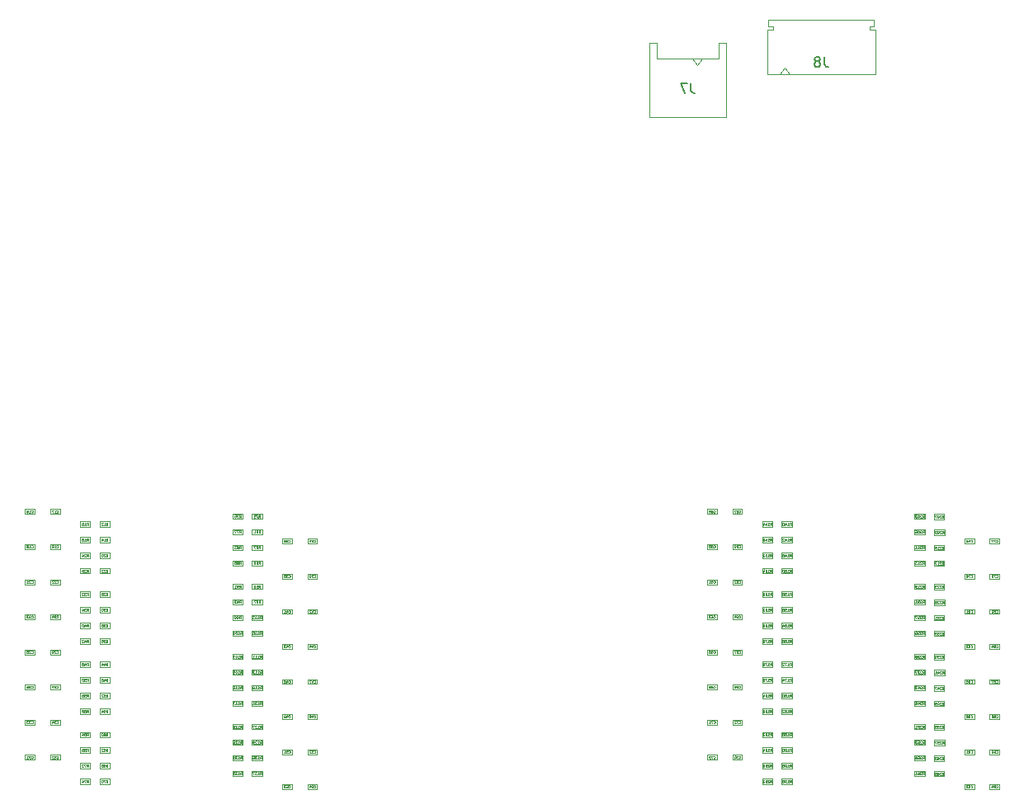
<source format=gbr>
%TF.GenerationSoftware,KiCad,Pcbnew,9.0.6*%
%TF.CreationDate,2026-02-25T16:21:40-05:00*%
%TF.ProjectId,ephys-test-board,65706879-732d-4746-9573-742d626f6172,G*%
%TF.SameCoordinates,PX7735940PYa6e49c0*%
%TF.FileFunction,AssemblyDrawing,Bot*%
%FSLAX46Y46*%
G04 Gerber Fmt 4.6, Leading zero omitted, Abs format (unit mm)*
G04 Created by KiCad (PCBNEW 9.0.6) date 2026-02-25 16:21:40*
%MOMM*%
%LPD*%
G01*
G04 APERTURE LIST*
%ADD10C,0.040000*%
%ADD11C,0.150000*%
%ADD12C,0.100000*%
G04 APERTURE END LIST*
D10*
X33347142Y32281800D02*
X33433809Y32405609D01*
X33495714Y32281800D02*
X33495714Y32541800D01*
X33495714Y32541800D02*
X33396666Y32541800D01*
X33396666Y32541800D02*
X33371904Y32529419D01*
X33371904Y32529419D02*
X33359523Y32517038D01*
X33359523Y32517038D02*
X33347142Y32492276D01*
X33347142Y32492276D02*
X33347142Y32455133D01*
X33347142Y32455133D02*
X33359523Y32430371D01*
X33359523Y32430371D02*
X33371904Y32417990D01*
X33371904Y32417990D02*
X33396666Y32405609D01*
X33396666Y32405609D02*
X33495714Y32405609D01*
X33124285Y32541800D02*
X33173809Y32541800D01*
X33173809Y32541800D02*
X33198571Y32529419D01*
X33198571Y32529419D02*
X33210952Y32517038D01*
X33210952Y32517038D02*
X33235714Y32479895D01*
X33235714Y32479895D02*
X33248095Y32430371D01*
X33248095Y32430371D02*
X33248095Y32331323D01*
X33248095Y32331323D02*
X33235714Y32306561D01*
X33235714Y32306561D02*
X33223333Y32294180D01*
X33223333Y32294180D02*
X33198571Y32281800D01*
X33198571Y32281800D02*
X33149047Y32281800D01*
X33149047Y32281800D02*
X33124285Y32294180D01*
X33124285Y32294180D02*
X33111904Y32306561D01*
X33111904Y32306561D02*
X33099523Y32331323D01*
X33099523Y32331323D02*
X33099523Y32393228D01*
X33099523Y32393228D02*
X33111904Y32417990D01*
X33111904Y32417990D02*
X33124285Y32430371D01*
X33124285Y32430371D02*
X33149047Y32442752D01*
X33149047Y32442752D02*
X33198571Y32442752D01*
X33198571Y32442752D02*
X33223333Y32430371D01*
X33223333Y32430371D02*
X33235714Y32417990D01*
X33235714Y32417990D02*
X33248095Y32393228D01*
X32950952Y32430371D02*
X32975714Y32442752D01*
X32975714Y32442752D02*
X32988095Y32455133D01*
X32988095Y32455133D02*
X33000476Y32479895D01*
X33000476Y32479895D02*
X33000476Y32492276D01*
X33000476Y32492276D02*
X32988095Y32517038D01*
X32988095Y32517038D02*
X32975714Y32529419D01*
X32975714Y32529419D02*
X32950952Y32541800D01*
X32950952Y32541800D02*
X32901428Y32541800D01*
X32901428Y32541800D02*
X32876666Y32529419D01*
X32876666Y32529419D02*
X32864285Y32517038D01*
X32864285Y32517038D02*
X32851904Y32492276D01*
X32851904Y32492276D02*
X32851904Y32479895D01*
X32851904Y32479895D02*
X32864285Y32455133D01*
X32864285Y32455133D02*
X32876666Y32442752D01*
X32876666Y32442752D02*
X32901428Y32430371D01*
X32901428Y32430371D02*
X32950952Y32430371D01*
X32950952Y32430371D02*
X32975714Y32417990D01*
X32975714Y32417990D02*
X32988095Y32405609D01*
X32988095Y32405609D02*
X33000476Y32380847D01*
X33000476Y32380847D02*
X33000476Y32331323D01*
X33000476Y32331323D02*
X32988095Y32306561D01*
X32988095Y32306561D02*
X32975714Y32294180D01*
X32975714Y32294180D02*
X32950952Y32281800D01*
X32950952Y32281800D02*
X32901428Y32281800D01*
X32901428Y32281800D02*
X32876666Y32294180D01*
X32876666Y32294180D02*
X32864285Y32306561D01*
X32864285Y32306561D02*
X32851904Y32331323D01*
X32851904Y32331323D02*
X32851904Y32380847D01*
X32851904Y32380847D02*
X32864285Y32405609D01*
X32864285Y32405609D02*
X32876666Y32417990D01*
X32876666Y32417990D02*
X32901428Y32430371D01*
X103470951Y33881800D02*
X103557618Y34005609D01*
X103619523Y33881800D02*
X103619523Y34141800D01*
X103619523Y34141800D02*
X103520475Y34141800D01*
X103520475Y34141800D02*
X103495713Y34129419D01*
X103495713Y34129419D02*
X103483332Y34117038D01*
X103483332Y34117038D02*
X103470951Y34092276D01*
X103470951Y34092276D02*
X103470951Y34055133D01*
X103470951Y34055133D02*
X103483332Y34030371D01*
X103483332Y34030371D02*
X103495713Y34017990D01*
X103495713Y34017990D02*
X103520475Y34005609D01*
X103520475Y34005609D02*
X103619523Y34005609D01*
X103223332Y33881800D02*
X103371904Y33881800D01*
X103297618Y33881800D02*
X103297618Y34141800D01*
X103297618Y34141800D02*
X103322380Y34104657D01*
X103322380Y34104657D02*
X103347142Y34079895D01*
X103347142Y34079895D02*
X103371904Y34067514D01*
X103099523Y33881800D02*
X103049999Y33881800D01*
X103049999Y33881800D02*
X103025237Y33894180D01*
X103025237Y33894180D02*
X103012856Y33906561D01*
X103012856Y33906561D02*
X102988094Y33943704D01*
X102988094Y33943704D02*
X102975713Y33993228D01*
X102975713Y33993228D02*
X102975713Y34092276D01*
X102975713Y34092276D02*
X102988094Y34117038D01*
X102988094Y34117038D02*
X103000475Y34129419D01*
X103000475Y34129419D02*
X103025237Y34141800D01*
X103025237Y34141800D02*
X103074761Y34141800D01*
X103074761Y34141800D02*
X103099523Y34129419D01*
X103099523Y34129419D02*
X103111904Y34117038D01*
X103111904Y34117038D02*
X103124285Y34092276D01*
X103124285Y34092276D02*
X103124285Y34030371D01*
X103124285Y34030371D02*
X103111904Y34005609D01*
X103111904Y34005609D02*
X103099523Y33993228D01*
X103099523Y33993228D02*
X103074761Y33980847D01*
X103074761Y33980847D02*
X103025237Y33980847D01*
X103025237Y33980847D02*
X103000475Y33993228D01*
X103000475Y33993228D02*
X102988094Y34005609D01*
X102988094Y34005609D02*
X102975713Y34030371D01*
X102814761Y34141800D02*
X102789999Y34141800D01*
X102789999Y34141800D02*
X102765237Y34129419D01*
X102765237Y34129419D02*
X102752856Y34117038D01*
X102752856Y34117038D02*
X102740475Y34092276D01*
X102740475Y34092276D02*
X102728094Y34042752D01*
X102728094Y34042752D02*
X102728094Y33980847D01*
X102728094Y33980847D02*
X102740475Y33931323D01*
X102740475Y33931323D02*
X102752856Y33906561D01*
X102752856Y33906561D02*
X102765237Y33894180D01*
X102765237Y33894180D02*
X102789999Y33881800D01*
X102789999Y33881800D02*
X102814761Y33881800D01*
X102814761Y33881800D02*
X102839523Y33894180D01*
X102839523Y33894180D02*
X102851904Y33906561D01*
X102851904Y33906561D02*
X102864285Y33931323D01*
X102864285Y33931323D02*
X102876666Y33980847D01*
X102876666Y33980847D02*
X102876666Y34042752D01*
X102876666Y34042752D02*
X102864285Y34092276D01*
X102864285Y34092276D02*
X102851904Y34117038D01*
X102851904Y34117038D02*
X102839523Y34129419D01*
X102839523Y34129419D02*
X102814761Y34141800D01*
X124660714Y44545236D02*
X124672618Y44533331D01*
X124672618Y44533331D02*
X124708333Y44521427D01*
X124708333Y44521427D02*
X124732142Y44521427D01*
X124732142Y44521427D02*
X124767856Y44533331D01*
X124767856Y44533331D02*
X124791666Y44557141D01*
X124791666Y44557141D02*
X124803571Y44580951D01*
X124803571Y44580951D02*
X124815475Y44628570D01*
X124815475Y44628570D02*
X124815475Y44664284D01*
X124815475Y44664284D02*
X124803571Y44711903D01*
X124803571Y44711903D02*
X124791666Y44735712D01*
X124791666Y44735712D02*
X124767856Y44759522D01*
X124767856Y44759522D02*
X124732142Y44771427D01*
X124732142Y44771427D02*
X124708333Y44771427D01*
X124708333Y44771427D02*
X124672618Y44759522D01*
X124672618Y44759522D02*
X124660714Y44747617D01*
X124517856Y44664284D02*
X124541666Y44676189D01*
X124541666Y44676189D02*
X124553571Y44688093D01*
X124553571Y44688093D02*
X124565475Y44711903D01*
X124565475Y44711903D02*
X124565475Y44723808D01*
X124565475Y44723808D02*
X124553571Y44747617D01*
X124553571Y44747617D02*
X124541666Y44759522D01*
X124541666Y44759522D02*
X124517856Y44771427D01*
X124517856Y44771427D02*
X124470237Y44771427D01*
X124470237Y44771427D02*
X124446428Y44759522D01*
X124446428Y44759522D02*
X124434523Y44747617D01*
X124434523Y44747617D02*
X124422618Y44723808D01*
X124422618Y44723808D02*
X124422618Y44711903D01*
X124422618Y44711903D02*
X124434523Y44688093D01*
X124434523Y44688093D02*
X124446428Y44676189D01*
X124446428Y44676189D02*
X124470237Y44664284D01*
X124470237Y44664284D02*
X124517856Y44664284D01*
X124517856Y44664284D02*
X124541666Y44652379D01*
X124541666Y44652379D02*
X124553571Y44640474D01*
X124553571Y44640474D02*
X124565475Y44616665D01*
X124565475Y44616665D02*
X124565475Y44569046D01*
X124565475Y44569046D02*
X124553571Y44545236D01*
X124553571Y44545236D02*
X124541666Y44533331D01*
X124541666Y44533331D02*
X124517856Y44521427D01*
X124517856Y44521427D02*
X124470237Y44521427D01*
X124470237Y44521427D02*
X124446428Y44533331D01*
X124446428Y44533331D02*
X124434523Y44545236D01*
X124434523Y44545236D02*
X124422618Y44569046D01*
X124422618Y44569046D02*
X124422618Y44616665D01*
X124422618Y44616665D02*
X124434523Y44640474D01*
X124434523Y44640474D02*
X124446428Y44652379D01*
X124446428Y44652379D02*
X124470237Y44664284D01*
X124208333Y44688093D02*
X124208333Y44521427D01*
X124267857Y44783331D02*
X124327380Y44604760D01*
X124327380Y44604760D02*
X124172619Y44604760D01*
X101470951Y48281800D02*
X101557618Y48405609D01*
X101619523Y48281800D02*
X101619523Y48541800D01*
X101619523Y48541800D02*
X101520475Y48541800D01*
X101520475Y48541800D02*
X101495713Y48529419D01*
X101495713Y48529419D02*
X101483332Y48517038D01*
X101483332Y48517038D02*
X101470951Y48492276D01*
X101470951Y48492276D02*
X101470951Y48455133D01*
X101470951Y48455133D02*
X101483332Y48430371D01*
X101483332Y48430371D02*
X101495713Y48417990D01*
X101495713Y48417990D02*
X101520475Y48405609D01*
X101520475Y48405609D02*
X101619523Y48405609D01*
X101223332Y48281800D02*
X101371904Y48281800D01*
X101297618Y48281800D02*
X101297618Y48541800D01*
X101297618Y48541800D02*
X101322380Y48504657D01*
X101322380Y48504657D02*
X101347142Y48479895D01*
X101347142Y48479895D02*
X101371904Y48467514D01*
X101000475Y48541800D02*
X101049999Y48541800D01*
X101049999Y48541800D02*
X101074761Y48529419D01*
X101074761Y48529419D02*
X101087142Y48517038D01*
X101087142Y48517038D02*
X101111904Y48479895D01*
X101111904Y48479895D02*
X101124285Y48430371D01*
X101124285Y48430371D02*
X101124285Y48331323D01*
X101124285Y48331323D02*
X101111904Y48306561D01*
X101111904Y48306561D02*
X101099523Y48294180D01*
X101099523Y48294180D02*
X101074761Y48281800D01*
X101074761Y48281800D02*
X101025237Y48281800D01*
X101025237Y48281800D02*
X101000475Y48294180D01*
X101000475Y48294180D02*
X100988094Y48306561D01*
X100988094Y48306561D02*
X100975713Y48331323D01*
X100975713Y48331323D02*
X100975713Y48393228D01*
X100975713Y48393228D02*
X100988094Y48417990D01*
X100988094Y48417990D02*
X101000475Y48430371D01*
X101000475Y48430371D02*
X101025237Y48442752D01*
X101025237Y48442752D02*
X101074761Y48442752D01*
X101074761Y48442752D02*
X101099523Y48430371D01*
X101099523Y48430371D02*
X101111904Y48417990D01*
X101111904Y48417990D02*
X101124285Y48393228D01*
X100876666Y48517038D02*
X100864285Y48529419D01*
X100864285Y48529419D02*
X100839523Y48541800D01*
X100839523Y48541800D02*
X100777618Y48541800D01*
X100777618Y48541800D02*
X100752856Y48529419D01*
X100752856Y48529419D02*
X100740475Y48517038D01*
X100740475Y48517038D02*
X100728094Y48492276D01*
X100728094Y48492276D02*
X100728094Y48467514D01*
X100728094Y48467514D02*
X100740475Y48430371D01*
X100740475Y48430371D02*
X100889047Y48281800D01*
X100889047Y48281800D02*
X100728094Y48281800D01*
X48987142Y57881800D02*
X49073809Y58005609D01*
X49135714Y57881800D02*
X49135714Y58141800D01*
X49135714Y58141800D02*
X49036666Y58141800D01*
X49036666Y58141800D02*
X49011904Y58129419D01*
X49011904Y58129419D02*
X48999523Y58117038D01*
X48999523Y58117038D02*
X48987142Y58092276D01*
X48987142Y58092276D02*
X48987142Y58055133D01*
X48987142Y58055133D02*
X48999523Y58030371D01*
X48999523Y58030371D02*
X49011904Y58017990D01*
X49011904Y58017990D02*
X49036666Y58005609D01*
X49036666Y58005609D02*
X49135714Y58005609D01*
X48900476Y58141800D02*
X48727142Y58141800D01*
X48727142Y58141800D02*
X48838571Y57881800D01*
X48615714Y57881800D02*
X48566190Y57881800D01*
X48566190Y57881800D02*
X48541428Y57894180D01*
X48541428Y57894180D02*
X48529047Y57906561D01*
X48529047Y57906561D02*
X48504285Y57943704D01*
X48504285Y57943704D02*
X48491904Y57993228D01*
X48491904Y57993228D02*
X48491904Y58092276D01*
X48491904Y58092276D02*
X48504285Y58117038D01*
X48504285Y58117038D02*
X48516666Y58129419D01*
X48516666Y58129419D02*
X48541428Y58141800D01*
X48541428Y58141800D02*
X48590952Y58141800D01*
X48590952Y58141800D02*
X48615714Y58129419D01*
X48615714Y58129419D02*
X48628095Y58117038D01*
X48628095Y58117038D02*
X48640476Y58092276D01*
X48640476Y58092276D02*
X48640476Y58030371D01*
X48640476Y58030371D02*
X48628095Y58005609D01*
X48628095Y58005609D02*
X48615714Y57993228D01*
X48615714Y57993228D02*
X48590952Y57980847D01*
X48590952Y57980847D02*
X48541428Y57980847D01*
X48541428Y57980847D02*
X48516666Y57993228D01*
X48516666Y57993228D02*
X48504285Y58005609D01*
X48504285Y58005609D02*
X48491904Y58030371D01*
X119110951Y43456800D02*
X119197618Y43580609D01*
X119259523Y43456800D02*
X119259523Y43716800D01*
X119259523Y43716800D02*
X119160475Y43716800D01*
X119160475Y43716800D02*
X119135713Y43704419D01*
X119135713Y43704419D02*
X119123332Y43692038D01*
X119123332Y43692038D02*
X119110951Y43667276D01*
X119110951Y43667276D02*
X119110951Y43630133D01*
X119110951Y43630133D02*
X119123332Y43605371D01*
X119123332Y43605371D02*
X119135713Y43592990D01*
X119135713Y43592990D02*
X119160475Y43580609D01*
X119160475Y43580609D02*
X119259523Y43580609D01*
X119011904Y43692038D02*
X118999523Y43704419D01*
X118999523Y43704419D02*
X118974761Y43716800D01*
X118974761Y43716800D02*
X118912856Y43716800D01*
X118912856Y43716800D02*
X118888094Y43704419D01*
X118888094Y43704419D02*
X118875713Y43692038D01*
X118875713Y43692038D02*
X118863332Y43667276D01*
X118863332Y43667276D02*
X118863332Y43642514D01*
X118863332Y43642514D02*
X118875713Y43605371D01*
X118875713Y43605371D02*
X119024285Y43456800D01*
X119024285Y43456800D02*
X118863332Y43456800D01*
X118776666Y43716800D02*
X118615713Y43716800D01*
X118615713Y43716800D02*
X118702380Y43617752D01*
X118702380Y43617752D02*
X118665237Y43617752D01*
X118665237Y43617752D02*
X118640475Y43605371D01*
X118640475Y43605371D02*
X118628094Y43592990D01*
X118628094Y43592990D02*
X118615713Y43568228D01*
X118615713Y43568228D02*
X118615713Y43506323D01*
X118615713Y43506323D02*
X118628094Y43481561D01*
X118628094Y43481561D02*
X118640475Y43469180D01*
X118640475Y43469180D02*
X118665237Y43456800D01*
X118665237Y43456800D02*
X118739523Y43456800D01*
X118739523Y43456800D02*
X118764285Y43469180D01*
X118764285Y43469180D02*
X118776666Y43481561D01*
X118491904Y43456800D02*
X118442380Y43456800D01*
X118442380Y43456800D02*
X118417618Y43469180D01*
X118417618Y43469180D02*
X118405237Y43481561D01*
X118405237Y43481561D02*
X118380475Y43518704D01*
X118380475Y43518704D02*
X118368094Y43568228D01*
X118368094Y43568228D02*
X118368094Y43667276D01*
X118368094Y43667276D02*
X118380475Y43692038D01*
X118380475Y43692038D02*
X118392856Y43704419D01*
X118392856Y43704419D02*
X118417618Y43716800D01*
X118417618Y43716800D02*
X118467142Y43716800D01*
X118467142Y43716800D02*
X118491904Y43704419D01*
X118491904Y43704419D02*
X118504285Y43692038D01*
X118504285Y43692038D02*
X118516666Y43667276D01*
X118516666Y43667276D02*
X118516666Y43605371D01*
X118516666Y43605371D02*
X118504285Y43580609D01*
X118504285Y43580609D02*
X118491904Y43568228D01*
X118491904Y43568228D02*
X118467142Y43555847D01*
X118467142Y43555847D02*
X118417618Y43555847D01*
X118417618Y43555847D02*
X118392856Y43568228D01*
X118392856Y43568228D02*
X118380475Y43580609D01*
X118380475Y43580609D02*
X118368094Y43605371D01*
X117110951Y41881800D02*
X117197618Y42005609D01*
X117259523Y41881800D02*
X117259523Y42141800D01*
X117259523Y42141800D02*
X117160475Y42141800D01*
X117160475Y42141800D02*
X117135713Y42129419D01*
X117135713Y42129419D02*
X117123332Y42117038D01*
X117123332Y42117038D02*
X117110951Y42092276D01*
X117110951Y42092276D02*
X117110951Y42055133D01*
X117110951Y42055133D02*
X117123332Y42030371D01*
X117123332Y42030371D02*
X117135713Y42017990D01*
X117135713Y42017990D02*
X117160475Y42005609D01*
X117160475Y42005609D02*
X117259523Y42005609D01*
X117011904Y42117038D02*
X116999523Y42129419D01*
X116999523Y42129419D02*
X116974761Y42141800D01*
X116974761Y42141800D02*
X116912856Y42141800D01*
X116912856Y42141800D02*
X116888094Y42129419D01*
X116888094Y42129419D02*
X116875713Y42117038D01*
X116875713Y42117038D02*
X116863332Y42092276D01*
X116863332Y42092276D02*
X116863332Y42067514D01*
X116863332Y42067514D02*
X116875713Y42030371D01*
X116875713Y42030371D02*
X117024285Y41881800D01*
X117024285Y41881800D02*
X116863332Y41881800D01*
X116776666Y42141800D02*
X116615713Y42141800D01*
X116615713Y42141800D02*
X116702380Y42042752D01*
X116702380Y42042752D02*
X116665237Y42042752D01*
X116665237Y42042752D02*
X116640475Y42030371D01*
X116640475Y42030371D02*
X116628094Y42017990D01*
X116628094Y42017990D02*
X116615713Y41993228D01*
X116615713Y41993228D02*
X116615713Y41931323D01*
X116615713Y41931323D02*
X116628094Y41906561D01*
X116628094Y41906561D02*
X116640475Y41894180D01*
X116640475Y41894180D02*
X116665237Y41881800D01*
X116665237Y41881800D02*
X116739523Y41881800D01*
X116739523Y41881800D02*
X116764285Y41894180D01*
X116764285Y41894180D02*
X116776666Y41906561D01*
X116529047Y42141800D02*
X116355713Y42141800D01*
X116355713Y42141800D02*
X116467142Y41881800D01*
X54660714Y44545236D02*
X54672618Y44533331D01*
X54672618Y44533331D02*
X54708333Y44521427D01*
X54708333Y44521427D02*
X54732142Y44521427D01*
X54732142Y44521427D02*
X54767856Y44533331D01*
X54767856Y44533331D02*
X54791666Y44557141D01*
X54791666Y44557141D02*
X54803571Y44580951D01*
X54803571Y44580951D02*
X54815475Y44628570D01*
X54815475Y44628570D02*
X54815475Y44664284D01*
X54815475Y44664284D02*
X54803571Y44711903D01*
X54803571Y44711903D02*
X54791666Y44735712D01*
X54791666Y44735712D02*
X54767856Y44759522D01*
X54767856Y44759522D02*
X54732142Y44771427D01*
X54732142Y44771427D02*
X54708333Y44771427D01*
X54708333Y44771427D02*
X54672618Y44759522D01*
X54672618Y44759522D02*
X54660714Y44747617D01*
X54446428Y44688093D02*
X54446428Y44521427D01*
X54505952Y44783331D02*
X54565475Y44604760D01*
X54565475Y44604760D02*
X54410714Y44604760D01*
X54208333Y44688093D02*
X54208333Y44521427D01*
X54267857Y44783331D02*
X54327380Y44604760D01*
X54327380Y44604760D02*
X54172619Y44604760D01*
X47110951Y38681800D02*
X47197618Y38805609D01*
X47259523Y38681800D02*
X47259523Y38941800D01*
X47259523Y38941800D02*
X47160475Y38941800D01*
X47160475Y38941800D02*
X47135713Y38929419D01*
X47135713Y38929419D02*
X47123332Y38917038D01*
X47123332Y38917038D02*
X47110951Y38892276D01*
X47110951Y38892276D02*
X47110951Y38855133D01*
X47110951Y38855133D02*
X47123332Y38830371D01*
X47123332Y38830371D02*
X47135713Y38817990D01*
X47135713Y38817990D02*
X47160475Y38805609D01*
X47160475Y38805609D02*
X47259523Y38805609D01*
X46863332Y38681800D02*
X47011904Y38681800D01*
X46937618Y38681800D02*
X46937618Y38941800D01*
X46937618Y38941800D02*
X46962380Y38904657D01*
X46962380Y38904657D02*
X46987142Y38879895D01*
X46987142Y38879895D02*
X47011904Y38867514D01*
X46615713Y38681800D02*
X46764285Y38681800D01*
X46689999Y38681800D02*
X46689999Y38941800D01*
X46689999Y38941800D02*
X46714761Y38904657D01*
X46714761Y38904657D02*
X46739523Y38879895D01*
X46739523Y38879895D02*
X46764285Y38867514D01*
X46529047Y38941800D02*
X46355713Y38941800D01*
X46355713Y38941800D02*
X46467142Y38681800D01*
X119110951Y38656800D02*
X119197618Y38780609D01*
X119259523Y38656800D02*
X119259523Y38916800D01*
X119259523Y38916800D02*
X119160475Y38916800D01*
X119160475Y38916800D02*
X119135713Y38904419D01*
X119135713Y38904419D02*
X119123332Y38892038D01*
X119123332Y38892038D02*
X119110951Y38867276D01*
X119110951Y38867276D02*
X119110951Y38830133D01*
X119110951Y38830133D02*
X119123332Y38805371D01*
X119123332Y38805371D02*
X119135713Y38792990D01*
X119135713Y38792990D02*
X119160475Y38780609D01*
X119160475Y38780609D02*
X119259523Y38780609D01*
X119011904Y38892038D02*
X118999523Y38904419D01*
X118999523Y38904419D02*
X118974761Y38916800D01*
X118974761Y38916800D02*
X118912856Y38916800D01*
X118912856Y38916800D02*
X118888094Y38904419D01*
X118888094Y38904419D02*
X118875713Y38892038D01*
X118875713Y38892038D02*
X118863332Y38867276D01*
X118863332Y38867276D02*
X118863332Y38842514D01*
X118863332Y38842514D02*
X118875713Y38805371D01*
X118875713Y38805371D02*
X119024285Y38656800D01*
X119024285Y38656800D02*
X118863332Y38656800D01*
X118640475Y38830133D02*
X118640475Y38656800D01*
X118702380Y38929180D02*
X118764285Y38743466D01*
X118764285Y38743466D02*
X118603332Y38743466D01*
X118491904Y38656800D02*
X118442380Y38656800D01*
X118442380Y38656800D02*
X118417618Y38669180D01*
X118417618Y38669180D02*
X118405237Y38681561D01*
X118405237Y38681561D02*
X118380475Y38718704D01*
X118380475Y38718704D02*
X118368094Y38768228D01*
X118368094Y38768228D02*
X118368094Y38867276D01*
X118368094Y38867276D02*
X118380475Y38892038D01*
X118380475Y38892038D02*
X118392856Y38904419D01*
X118392856Y38904419D02*
X118417618Y38916800D01*
X118417618Y38916800D02*
X118467142Y38916800D01*
X118467142Y38916800D02*
X118491904Y38904419D01*
X118491904Y38904419D02*
X118504285Y38892038D01*
X118504285Y38892038D02*
X118516666Y38867276D01*
X118516666Y38867276D02*
X118516666Y38805371D01*
X118516666Y38805371D02*
X118504285Y38780609D01*
X118504285Y38780609D02*
X118491904Y38768228D01*
X118491904Y38768228D02*
X118467142Y38755847D01*
X118467142Y38755847D02*
X118417618Y38755847D01*
X118417618Y38755847D02*
X118392856Y38768228D01*
X118392856Y38768228D02*
X118380475Y38780609D01*
X118380475Y38780609D02*
X118368094Y38805371D01*
X95660714Y58410235D02*
X95672618Y58398330D01*
X95672618Y58398330D02*
X95708333Y58386426D01*
X95708333Y58386426D02*
X95732142Y58386426D01*
X95732142Y58386426D02*
X95767856Y58398330D01*
X95767856Y58398330D02*
X95791666Y58422140D01*
X95791666Y58422140D02*
X95803571Y58445950D01*
X95803571Y58445950D02*
X95815475Y58493569D01*
X95815475Y58493569D02*
X95815475Y58529283D01*
X95815475Y58529283D02*
X95803571Y58576902D01*
X95803571Y58576902D02*
X95791666Y58600711D01*
X95791666Y58600711D02*
X95767856Y58624521D01*
X95767856Y58624521D02*
X95732142Y58636426D01*
X95732142Y58636426D02*
X95708333Y58636426D01*
X95708333Y58636426D02*
X95672618Y58624521D01*
X95672618Y58624521D02*
X95660714Y58612616D01*
X95434523Y58636426D02*
X95553571Y58636426D01*
X95553571Y58636426D02*
X95565475Y58517378D01*
X95565475Y58517378D02*
X95553571Y58529283D01*
X95553571Y58529283D02*
X95529761Y58541188D01*
X95529761Y58541188D02*
X95470237Y58541188D01*
X95470237Y58541188D02*
X95446428Y58529283D01*
X95446428Y58529283D02*
X95434523Y58517378D01*
X95434523Y58517378D02*
X95422618Y58493569D01*
X95422618Y58493569D02*
X95422618Y58434045D01*
X95422618Y58434045D02*
X95434523Y58410235D01*
X95434523Y58410235D02*
X95446428Y58398330D01*
X95446428Y58398330D02*
X95470237Y58386426D01*
X95470237Y58386426D02*
X95529761Y58386426D01*
X95529761Y58386426D02*
X95553571Y58398330D01*
X95553571Y58398330D02*
X95565475Y58410235D01*
X95208333Y58636426D02*
X95255952Y58636426D01*
X95255952Y58636426D02*
X95279761Y58624521D01*
X95279761Y58624521D02*
X95291666Y58612616D01*
X95291666Y58612616D02*
X95315476Y58576902D01*
X95315476Y58576902D02*
X95327380Y58529283D01*
X95327380Y58529283D02*
X95327380Y58434045D01*
X95327380Y58434045D02*
X95315476Y58410235D01*
X95315476Y58410235D02*
X95303571Y58398330D01*
X95303571Y58398330D02*
X95279761Y58386426D01*
X95279761Y58386426D02*
X95232142Y58386426D01*
X95232142Y58386426D02*
X95208333Y58398330D01*
X95208333Y58398330D02*
X95196428Y58410235D01*
X95196428Y58410235D02*
X95184523Y58434045D01*
X95184523Y58434045D02*
X95184523Y58493569D01*
X95184523Y58493569D02*
X95196428Y58517378D01*
X95196428Y58517378D02*
X95208333Y58529283D01*
X95208333Y58529283D02*
X95232142Y58541188D01*
X95232142Y58541188D02*
X95279761Y58541188D01*
X95279761Y58541188D02*
X95303571Y58529283D01*
X95303571Y58529283D02*
X95315476Y58517378D01*
X95315476Y58517378D02*
X95327380Y58493569D01*
X119120951Y49056800D02*
X119207618Y49180609D01*
X119269523Y49056800D02*
X119269523Y49316800D01*
X119269523Y49316800D02*
X119170475Y49316800D01*
X119170475Y49316800D02*
X119145713Y49304419D01*
X119145713Y49304419D02*
X119133332Y49292038D01*
X119133332Y49292038D02*
X119120951Y49267276D01*
X119120951Y49267276D02*
X119120951Y49230133D01*
X119120951Y49230133D02*
X119133332Y49205371D01*
X119133332Y49205371D02*
X119145713Y49192990D01*
X119145713Y49192990D02*
X119170475Y49180609D01*
X119170475Y49180609D02*
X119269523Y49180609D01*
X119021904Y49292038D02*
X119009523Y49304419D01*
X119009523Y49304419D02*
X118984761Y49316800D01*
X118984761Y49316800D02*
X118922856Y49316800D01*
X118922856Y49316800D02*
X118898094Y49304419D01*
X118898094Y49304419D02*
X118885713Y49292038D01*
X118885713Y49292038D02*
X118873332Y49267276D01*
X118873332Y49267276D02*
X118873332Y49242514D01*
X118873332Y49242514D02*
X118885713Y49205371D01*
X118885713Y49205371D02*
X119034285Y49056800D01*
X119034285Y49056800D02*
X118873332Y49056800D01*
X118774285Y49292038D02*
X118761904Y49304419D01*
X118761904Y49304419D02*
X118737142Y49316800D01*
X118737142Y49316800D02*
X118675237Y49316800D01*
X118675237Y49316800D02*
X118650475Y49304419D01*
X118650475Y49304419D02*
X118638094Y49292038D01*
X118638094Y49292038D02*
X118625713Y49267276D01*
X118625713Y49267276D02*
X118625713Y49242514D01*
X118625713Y49242514D02*
X118638094Y49205371D01*
X118638094Y49205371D02*
X118786666Y49056800D01*
X118786666Y49056800D02*
X118625713Y49056800D01*
X118390475Y49316800D02*
X118514285Y49316800D01*
X118514285Y49316800D02*
X118526666Y49192990D01*
X118526666Y49192990D02*
X118514285Y49205371D01*
X118514285Y49205371D02*
X118489523Y49217752D01*
X118489523Y49217752D02*
X118427618Y49217752D01*
X118427618Y49217752D02*
X118402856Y49205371D01*
X118402856Y49205371D02*
X118390475Y49192990D01*
X118390475Y49192990D02*
X118378094Y49168228D01*
X118378094Y49168228D02*
X118378094Y49106323D01*
X118378094Y49106323D02*
X118390475Y49081561D01*
X118390475Y49081561D02*
X118402856Y49069180D01*
X118402856Y49069180D02*
X118427618Y49056800D01*
X118427618Y49056800D02*
X118489523Y49056800D01*
X118489523Y49056800D02*
X118514285Y49069180D01*
X118514285Y49069180D02*
X118526666Y49081561D01*
X54660714Y55370235D02*
X54672618Y55358330D01*
X54672618Y55358330D02*
X54708333Y55346426D01*
X54708333Y55346426D02*
X54732142Y55346426D01*
X54732142Y55346426D02*
X54767856Y55358330D01*
X54767856Y55358330D02*
X54791666Y55382140D01*
X54791666Y55382140D02*
X54803571Y55405950D01*
X54803571Y55405950D02*
X54815475Y55453569D01*
X54815475Y55453569D02*
X54815475Y55489283D01*
X54815475Y55489283D02*
X54803571Y55536902D01*
X54803571Y55536902D02*
X54791666Y55560711D01*
X54791666Y55560711D02*
X54767856Y55584521D01*
X54767856Y55584521D02*
X54732142Y55596426D01*
X54732142Y55596426D02*
X54708333Y55596426D01*
X54708333Y55596426D02*
X54672618Y55584521D01*
X54672618Y55584521D02*
X54660714Y55572616D01*
X54577380Y55596426D02*
X54422618Y55596426D01*
X54422618Y55596426D02*
X54505952Y55501188D01*
X54505952Y55501188D02*
X54470237Y55501188D01*
X54470237Y55501188D02*
X54446428Y55489283D01*
X54446428Y55489283D02*
X54434523Y55477378D01*
X54434523Y55477378D02*
X54422618Y55453569D01*
X54422618Y55453569D02*
X54422618Y55394045D01*
X54422618Y55394045D02*
X54434523Y55370235D01*
X54434523Y55370235D02*
X54446428Y55358330D01*
X54446428Y55358330D02*
X54470237Y55346426D01*
X54470237Y55346426D02*
X54541666Y55346426D01*
X54541666Y55346426D02*
X54565475Y55358330D01*
X54565475Y55358330D02*
X54577380Y55370235D01*
X54339285Y55596426D02*
X54172619Y55596426D01*
X54172619Y55596426D02*
X54279761Y55346426D01*
D11*
X107033333Y105145181D02*
X107033333Y104430896D01*
X107033333Y104430896D02*
X107080952Y104288039D01*
X107080952Y104288039D02*
X107176190Y104192800D01*
X107176190Y104192800D02*
X107319047Y104145181D01*
X107319047Y104145181D02*
X107414285Y104145181D01*
X106414285Y104716610D02*
X106509523Y104764229D01*
X106509523Y104764229D02*
X106557142Y104811848D01*
X106557142Y104811848D02*
X106604761Y104907086D01*
X106604761Y104907086D02*
X106604761Y104954705D01*
X106604761Y104954705D02*
X106557142Y105049943D01*
X106557142Y105049943D02*
X106509523Y105097562D01*
X106509523Y105097562D02*
X106414285Y105145181D01*
X106414285Y105145181D02*
X106223809Y105145181D01*
X106223809Y105145181D02*
X106128571Y105097562D01*
X106128571Y105097562D02*
X106080952Y105049943D01*
X106080952Y105049943D02*
X106033333Y104954705D01*
X106033333Y104954705D02*
X106033333Y104907086D01*
X106033333Y104907086D02*
X106080952Y104811848D01*
X106080952Y104811848D02*
X106128571Y104764229D01*
X106128571Y104764229D02*
X106223809Y104716610D01*
X106223809Y104716610D02*
X106414285Y104716610D01*
X106414285Y104716610D02*
X106509523Y104668991D01*
X106509523Y104668991D02*
X106557142Y104621372D01*
X106557142Y104621372D02*
X106604761Y104526134D01*
X106604761Y104526134D02*
X106604761Y104335658D01*
X106604761Y104335658D02*
X106557142Y104240420D01*
X106557142Y104240420D02*
X106509523Y104192800D01*
X106509523Y104192800D02*
X106414285Y104145181D01*
X106414285Y104145181D02*
X106223809Y104145181D01*
X106223809Y104145181D02*
X106128571Y104192800D01*
X106128571Y104192800D02*
X106080952Y104240420D01*
X106080952Y104240420D02*
X106033333Y104335658D01*
X106033333Y104335658D02*
X106033333Y104526134D01*
X106033333Y104526134D02*
X106080952Y104621372D01*
X106080952Y104621372D02*
X106128571Y104668991D01*
X106128571Y104668991D02*
X106223809Y104716610D01*
D10*
X117110951Y36281800D02*
X117197618Y36405609D01*
X117259523Y36281800D02*
X117259523Y36541800D01*
X117259523Y36541800D02*
X117160475Y36541800D01*
X117160475Y36541800D02*
X117135713Y36529419D01*
X117135713Y36529419D02*
X117123332Y36517038D01*
X117123332Y36517038D02*
X117110951Y36492276D01*
X117110951Y36492276D02*
X117110951Y36455133D01*
X117110951Y36455133D02*
X117123332Y36430371D01*
X117123332Y36430371D02*
X117135713Y36417990D01*
X117135713Y36417990D02*
X117160475Y36405609D01*
X117160475Y36405609D02*
X117259523Y36405609D01*
X117011904Y36517038D02*
X116999523Y36529419D01*
X116999523Y36529419D02*
X116974761Y36541800D01*
X116974761Y36541800D02*
X116912856Y36541800D01*
X116912856Y36541800D02*
X116888094Y36529419D01*
X116888094Y36529419D02*
X116875713Y36517038D01*
X116875713Y36517038D02*
X116863332Y36492276D01*
X116863332Y36492276D02*
X116863332Y36467514D01*
X116863332Y36467514D02*
X116875713Y36430371D01*
X116875713Y36430371D02*
X117024285Y36281800D01*
X117024285Y36281800D02*
X116863332Y36281800D01*
X116628094Y36541800D02*
X116751904Y36541800D01*
X116751904Y36541800D02*
X116764285Y36417990D01*
X116764285Y36417990D02*
X116751904Y36430371D01*
X116751904Y36430371D02*
X116727142Y36442752D01*
X116727142Y36442752D02*
X116665237Y36442752D01*
X116665237Y36442752D02*
X116640475Y36430371D01*
X116640475Y36430371D02*
X116628094Y36417990D01*
X116628094Y36417990D02*
X116615713Y36393228D01*
X116615713Y36393228D02*
X116615713Y36331323D01*
X116615713Y36331323D02*
X116628094Y36306561D01*
X116628094Y36306561D02*
X116640475Y36294180D01*
X116640475Y36294180D02*
X116665237Y36281800D01*
X116665237Y36281800D02*
X116727142Y36281800D01*
X116727142Y36281800D02*
X116751904Y36294180D01*
X116751904Y36294180D02*
X116764285Y36306561D01*
X116368094Y36281800D02*
X116516666Y36281800D01*
X116442380Y36281800D02*
X116442380Y36541800D01*
X116442380Y36541800D02*
X116467142Y36504657D01*
X116467142Y36504657D02*
X116491904Y36479895D01*
X116491904Y36479895D02*
X116516666Y36467514D01*
X47110951Y41881800D02*
X47197618Y42005609D01*
X47259523Y41881800D02*
X47259523Y42141800D01*
X47259523Y42141800D02*
X47160475Y42141800D01*
X47160475Y42141800D02*
X47135713Y42129419D01*
X47135713Y42129419D02*
X47123332Y42117038D01*
X47123332Y42117038D02*
X47110951Y42092276D01*
X47110951Y42092276D02*
X47110951Y42055133D01*
X47110951Y42055133D02*
X47123332Y42030371D01*
X47123332Y42030371D02*
X47135713Y42017990D01*
X47135713Y42017990D02*
X47160475Y42005609D01*
X47160475Y42005609D02*
X47259523Y42005609D01*
X46863332Y41881800D02*
X47011904Y41881800D01*
X46937618Y41881800D02*
X46937618Y42141800D01*
X46937618Y42141800D02*
X46962380Y42104657D01*
X46962380Y42104657D02*
X46987142Y42079895D01*
X46987142Y42079895D02*
X47011904Y42067514D01*
X46702380Y42141800D02*
X46677618Y42141800D01*
X46677618Y42141800D02*
X46652856Y42129419D01*
X46652856Y42129419D02*
X46640475Y42117038D01*
X46640475Y42117038D02*
X46628094Y42092276D01*
X46628094Y42092276D02*
X46615713Y42042752D01*
X46615713Y42042752D02*
X46615713Y41980847D01*
X46615713Y41980847D02*
X46628094Y41931323D01*
X46628094Y41931323D02*
X46640475Y41906561D01*
X46640475Y41906561D02*
X46652856Y41894180D01*
X46652856Y41894180D02*
X46677618Y41881800D01*
X46677618Y41881800D02*
X46702380Y41881800D01*
X46702380Y41881800D02*
X46727142Y41894180D01*
X46727142Y41894180D02*
X46739523Y41906561D01*
X46739523Y41906561D02*
X46751904Y41931323D01*
X46751904Y41931323D02*
X46764285Y41980847D01*
X46764285Y41980847D02*
X46764285Y42042752D01*
X46764285Y42042752D02*
X46751904Y42092276D01*
X46751904Y42092276D02*
X46739523Y42117038D01*
X46739523Y42117038D02*
X46727142Y42129419D01*
X46727142Y42129419D02*
X46702380Y42141800D01*
X46491904Y41881800D02*
X46442380Y41881800D01*
X46442380Y41881800D02*
X46417618Y41894180D01*
X46417618Y41894180D02*
X46405237Y41906561D01*
X46405237Y41906561D02*
X46380475Y41943704D01*
X46380475Y41943704D02*
X46368094Y41993228D01*
X46368094Y41993228D02*
X46368094Y42092276D01*
X46368094Y42092276D02*
X46380475Y42117038D01*
X46380475Y42117038D02*
X46392856Y42129419D01*
X46392856Y42129419D02*
X46417618Y42141800D01*
X46417618Y42141800D02*
X46467142Y42141800D01*
X46467142Y42141800D02*
X46491904Y42129419D01*
X46491904Y42129419D02*
X46504285Y42117038D01*
X46504285Y42117038D02*
X46516666Y42092276D01*
X46516666Y42092276D02*
X46516666Y42030371D01*
X46516666Y42030371D02*
X46504285Y42005609D01*
X46504285Y42005609D02*
X46491904Y41993228D01*
X46491904Y41993228D02*
X46467142Y41980847D01*
X46467142Y41980847D02*
X46417618Y41980847D01*
X46417618Y41980847D02*
X46392856Y41993228D01*
X46392856Y41993228D02*
X46380475Y42005609D01*
X46380475Y42005609D02*
X46368094Y42030371D01*
X31347142Y42681800D02*
X31433809Y42805609D01*
X31495714Y42681800D02*
X31495714Y42941800D01*
X31495714Y42941800D02*
X31396666Y42941800D01*
X31396666Y42941800D02*
X31371904Y42929419D01*
X31371904Y42929419D02*
X31359523Y42917038D01*
X31359523Y42917038D02*
X31347142Y42892276D01*
X31347142Y42892276D02*
X31347142Y42855133D01*
X31347142Y42855133D02*
X31359523Y42830371D01*
X31359523Y42830371D02*
X31371904Y42817990D01*
X31371904Y42817990D02*
X31396666Y42805609D01*
X31396666Y42805609D02*
X31495714Y42805609D01*
X31124285Y42855133D02*
X31124285Y42681800D01*
X31186190Y42954180D02*
X31248095Y42768466D01*
X31248095Y42768466D02*
X31087142Y42768466D01*
X30950952Y42830371D02*
X30975714Y42842752D01*
X30975714Y42842752D02*
X30988095Y42855133D01*
X30988095Y42855133D02*
X31000476Y42879895D01*
X31000476Y42879895D02*
X31000476Y42892276D01*
X31000476Y42892276D02*
X30988095Y42917038D01*
X30988095Y42917038D02*
X30975714Y42929419D01*
X30975714Y42929419D02*
X30950952Y42941800D01*
X30950952Y42941800D02*
X30901428Y42941800D01*
X30901428Y42941800D02*
X30876666Y42929419D01*
X30876666Y42929419D02*
X30864285Y42917038D01*
X30864285Y42917038D02*
X30851904Y42892276D01*
X30851904Y42892276D02*
X30851904Y42879895D01*
X30851904Y42879895D02*
X30864285Y42855133D01*
X30864285Y42855133D02*
X30876666Y42842752D01*
X30876666Y42842752D02*
X30901428Y42830371D01*
X30901428Y42830371D02*
X30950952Y42830371D01*
X30950952Y42830371D02*
X30975714Y42817990D01*
X30975714Y42817990D02*
X30988095Y42805609D01*
X30988095Y42805609D02*
X31000476Y42780847D01*
X31000476Y42780847D02*
X31000476Y42731323D01*
X31000476Y42731323D02*
X30988095Y42706561D01*
X30988095Y42706561D02*
X30975714Y42694180D01*
X30975714Y42694180D02*
X30950952Y42681800D01*
X30950952Y42681800D02*
X30901428Y42681800D01*
X30901428Y42681800D02*
X30876666Y42694180D01*
X30876666Y42694180D02*
X30864285Y42706561D01*
X30864285Y42706561D02*
X30851904Y42731323D01*
X30851904Y42731323D02*
X30851904Y42780847D01*
X30851904Y42780847D02*
X30864285Y42805609D01*
X30864285Y42805609D02*
X30876666Y42817990D01*
X30876666Y42817990D02*
X30901428Y42830371D01*
X101470951Y39481800D02*
X101557618Y39605609D01*
X101619523Y39481800D02*
X101619523Y39741800D01*
X101619523Y39741800D02*
X101520475Y39741800D01*
X101520475Y39741800D02*
X101495713Y39729419D01*
X101495713Y39729419D02*
X101483332Y39717038D01*
X101483332Y39717038D02*
X101470951Y39692276D01*
X101470951Y39692276D02*
X101470951Y39655133D01*
X101470951Y39655133D02*
X101483332Y39630371D01*
X101483332Y39630371D02*
X101495713Y39617990D01*
X101495713Y39617990D02*
X101520475Y39605609D01*
X101520475Y39605609D02*
X101619523Y39605609D01*
X101223332Y39481800D02*
X101371904Y39481800D01*
X101297618Y39481800D02*
X101297618Y39741800D01*
X101297618Y39741800D02*
X101322380Y39704657D01*
X101322380Y39704657D02*
X101347142Y39679895D01*
X101347142Y39679895D02*
X101371904Y39667514D01*
X101074761Y39630371D02*
X101099523Y39642752D01*
X101099523Y39642752D02*
X101111904Y39655133D01*
X101111904Y39655133D02*
X101124285Y39679895D01*
X101124285Y39679895D02*
X101124285Y39692276D01*
X101124285Y39692276D02*
X101111904Y39717038D01*
X101111904Y39717038D02*
X101099523Y39729419D01*
X101099523Y39729419D02*
X101074761Y39741800D01*
X101074761Y39741800D02*
X101025237Y39741800D01*
X101025237Y39741800D02*
X101000475Y39729419D01*
X101000475Y39729419D02*
X100988094Y39717038D01*
X100988094Y39717038D02*
X100975713Y39692276D01*
X100975713Y39692276D02*
X100975713Y39679895D01*
X100975713Y39679895D02*
X100988094Y39655133D01*
X100988094Y39655133D02*
X101000475Y39642752D01*
X101000475Y39642752D02*
X101025237Y39630371D01*
X101025237Y39630371D02*
X101074761Y39630371D01*
X101074761Y39630371D02*
X101099523Y39617990D01*
X101099523Y39617990D02*
X101111904Y39605609D01*
X101111904Y39605609D02*
X101124285Y39580847D01*
X101124285Y39580847D02*
X101124285Y39531323D01*
X101124285Y39531323D02*
X101111904Y39506561D01*
X101111904Y39506561D02*
X101099523Y39494180D01*
X101099523Y39494180D02*
X101074761Y39481800D01*
X101074761Y39481800D02*
X101025237Y39481800D01*
X101025237Y39481800D02*
X101000475Y39494180D01*
X101000475Y39494180D02*
X100988094Y39506561D01*
X100988094Y39506561D02*
X100975713Y39531323D01*
X100975713Y39531323D02*
X100975713Y39580847D01*
X100975713Y39580847D02*
X100988094Y39605609D01*
X100988094Y39605609D02*
X101000475Y39617990D01*
X101000475Y39617990D02*
X101025237Y39630371D01*
X100752856Y39655133D02*
X100752856Y39481800D01*
X100814761Y39754180D02*
X100876666Y39568466D01*
X100876666Y39568466D02*
X100715713Y39568466D01*
X49120951Y41881800D02*
X49207618Y42005609D01*
X49269523Y41881800D02*
X49269523Y42141800D01*
X49269523Y42141800D02*
X49170475Y42141800D01*
X49170475Y42141800D02*
X49145713Y42129419D01*
X49145713Y42129419D02*
X49133332Y42117038D01*
X49133332Y42117038D02*
X49120951Y42092276D01*
X49120951Y42092276D02*
X49120951Y42055133D01*
X49120951Y42055133D02*
X49133332Y42030371D01*
X49133332Y42030371D02*
X49145713Y42017990D01*
X49145713Y42017990D02*
X49170475Y42005609D01*
X49170475Y42005609D02*
X49269523Y42005609D01*
X48873332Y41881800D02*
X49021904Y41881800D01*
X48947618Y41881800D02*
X48947618Y42141800D01*
X48947618Y42141800D02*
X48972380Y42104657D01*
X48972380Y42104657D02*
X48997142Y42079895D01*
X48997142Y42079895D02*
X49021904Y42067514D01*
X48625713Y41881800D02*
X48774285Y41881800D01*
X48699999Y41881800D02*
X48699999Y42141800D01*
X48699999Y42141800D02*
X48724761Y42104657D01*
X48724761Y42104657D02*
X48749523Y42079895D01*
X48749523Y42079895D02*
X48774285Y42067514D01*
X48539047Y42141800D02*
X48378094Y42141800D01*
X48378094Y42141800D02*
X48464761Y42042752D01*
X48464761Y42042752D02*
X48427618Y42042752D01*
X48427618Y42042752D02*
X48402856Y42030371D01*
X48402856Y42030371D02*
X48390475Y42017990D01*
X48390475Y42017990D02*
X48378094Y41993228D01*
X48378094Y41993228D02*
X48378094Y41931323D01*
X48378094Y41931323D02*
X48390475Y41906561D01*
X48390475Y41906561D02*
X48402856Y41894180D01*
X48402856Y41894180D02*
X48427618Y41881800D01*
X48427618Y41881800D02*
X48501904Y41881800D01*
X48501904Y41881800D02*
X48526666Y41894180D01*
X48526666Y41894180D02*
X48539047Y41906561D01*
X117110951Y56281800D02*
X117197618Y56405609D01*
X117259523Y56281800D02*
X117259523Y56541800D01*
X117259523Y56541800D02*
X117160475Y56541800D01*
X117160475Y56541800D02*
X117135713Y56529419D01*
X117135713Y56529419D02*
X117123332Y56517038D01*
X117123332Y56517038D02*
X117110951Y56492276D01*
X117110951Y56492276D02*
X117110951Y56455133D01*
X117110951Y56455133D02*
X117123332Y56430371D01*
X117123332Y56430371D02*
X117135713Y56417990D01*
X117135713Y56417990D02*
X117160475Y56405609D01*
X117160475Y56405609D02*
X117259523Y56405609D01*
X117011904Y56517038D02*
X116999523Y56529419D01*
X116999523Y56529419D02*
X116974761Y56541800D01*
X116974761Y56541800D02*
X116912856Y56541800D01*
X116912856Y56541800D02*
X116888094Y56529419D01*
X116888094Y56529419D02*
X116875713Y56517038D01*
X116875713Y56517038D02*
X116863332Y56492276D01*
X116863332Y56492276D02*
X116863332Y56467514D01*
X116863332Y56467514D02*
X116875713Y56430371D01*
X116875713Y56430371D02*
X117024285Y56281800D01*
X117024285Y56281800D02*
X116863332Y56281800D01*
X116702380Y56541800D02*
X116677618Y56541800D01*
X116677618Y56541800D02*
X116652856Y56529419D01*
X116652856Y56529419D02*
X116640475Y56517038D01*
X116640475Y56517038D02*
X116628094Y56492276D01*
X116628094Y56492276D02*
X116615713Y56442752D01*
X116615713Y56442752D02*
X116615713Y56380847D01*
X116615713Y56380847D02*
X116628094Y56331323D01*
X116628094Y56331323D02*
X116640475Y56306561D01*
X116640475Y56306561D02*
X116652856Y56294180D01*
X116652856Y56294180D02*
X116677618Y56281800D01*
X116677618Y56281800D02*
X116702380Y56281800D01*
X116702380Y56281800D02*
X116727142Y56294180D01*
X116727142Y56294180D02*
X116739523Y56306561D01*
X116739523Y56306561D02*
X116751904Y56331323D01*
X116751904Y56331323D02*
X116764285Y56380847D01*
X116764285Y56380847D02*
X116764285Y56442752D01*
X116764285Y56442752D02*
X116751904Y56492276D01*
X116751904Y56492276D02*
X116739523Y56517038D01*
X116739523Y56517038D02*
X116727142Y56529419D01*
X116727142Y56529419D02*
X116702380Y56541800D01*
X116380475Y56541800D02*
X116504285Y56541800D01*
X116504285Y56541800D02*
X116516666Y56417990D01*
X116516666Y56417990D02*
X116504285Y56430371D01*
X116504285Y56430371D02*
X116479523Y56442752D01*
X116479523Y56442752D02*
X116417618Y56442752D01*
X116417618Y56442752D02*
X116392856Y56430371D01*
X116392856Y56430371D02*
X116380475Y56417990D01*
X116380475Y56417990D02*
X116368094Y56393228D01*
X116368094Y56393228D02*
X116368094Y56331323D01*
X116368094Y56331323D02*
X116380475Y56306561D01*
X116380475Y56306561D02*
X116392856Y56294180D01*
X116392856Y56294180D02*
X116417618Y56281800D01*
X116417618Y56281800D02*
X116479523Y56281800D01*
X116479523Y56281800D02*
X116504285Y56294180D01*
X116504285Y56294180D02*
X116516666Y56306561D01*
X33347142Y49881800D02*
X33433809Y50005609D01*
X33495714Y49881800D02*
X33495714Y50141800D01*
X33495714Y50141800D02*
X33396666Y50141800D01*
X33396666Y50141800D02*
X33371904Y50129419D01*
X33371904Y50129419D02*
X33359523Y50117038D01*
X33359523Y50117038D02*
X33347142Y50092276D01*
X33347142Y50092276D02*
X33347142Y50055133D01*
X33347142Y50055133D02*
X33359523Y50030371D01*
X33359523Y50030371D02*
X33371904Y50017990D01*
X33371904Y50017990D02*
X33396666Y50005609D01*
X33396666Y50005609D02*
X33495714Y50005609D01*
X33248095Y50117038D02*
X33235714Y50129419D01*
X33235714Y50129419D02*
X33210952Y50141800D01*
X33210952Y50141800D02*
X33149047Y50141800D01*
X33149047Y50141800D02*
X33124285Y50129419D01*
X33124285Y50129419D02*
X33111904Y50117038D01*
X33111904Y50117038D02*
X33099523Y50092276D01*
X33099523Y50092276D02*
X33099523Y50067514D01*
X33099523Y50067514D02*
X33111904Y50030371D01*
X33111904Y50030371D02*
X33260476Y49881800D01*
X33260476Y49881800D02*
X33099523Y49881800D01*
X32950952Y50030371D02*
X32975714Y50042752D01*
X32975714Y50042752D02*
X32988095Y50055133D01*
X32988095Y50055133D02*
X33000476Y50079895D01*
X33000476Y50079895D02*
X33000476Y50092276D01*
X33000476Y50092276D02*
X32988095Y50117038D01*
X32988095Y50117038D02*
X32975714Y50129419D01*
X32975714Y50129419D02*
X32950952Y50141800D01*
X32950952Y50141800D02*
X32901428Y50141800D01*
X32901428Y50141800D02*
X32876666Y50129419D01*
X32876666Y50129419D02*
X32864285Y50117038D01*
X32864285Y50117038D02*
X32851904Y50092276D01*
X32851904Y50092276D02*
X32851904Y50079895D01*
X32851904Y50079895D02*
X32864285Y50055133D01*
X32864285Y50055133D02*
X32876666Y50042752D01*
X32876666Y50042752D02*
X32901428Y50030371D01*
X32901428Y50030371D02*
X32950952Y50030371D01*
X32950952Y50030371D02*
X32975714Y50017990D01*
X32975714Y50017990D02*
X32988095Y50005609D01*
X32988095Y50005609D02*
X33000476Y49980847D01*
X33000476Y49980847D02*
X33000476Y49931323D01*
X33000476Y49931323D02*
X32988095Y49906561D01*
X32988095Y49906561D02*
X32975714Y49894180D01*
X32975714Y49894180D02*
X32950952Y49881800D01*
X32950952Y49881800D02*
X32901428Y49881800D01*
X32901428Y49881800D02*
X32876666Y49894180D01*
X32876666Y49894180D02*
X32864285Y49906561D01*
X32864285Y49906561D02*
X32851904Y49931323D01*
X32851904Y49931323D02*
X32851904Y49980847D01*
X32851904Y49980847D02*
X32864285Y50005609D01*
X32864285Y50005609D02*
X32876666Y50017990D01*
X32876666Y50017990D02*
X32901428Y50030371D01*
X119110951Y40256800D02*
X119197618Y40380609D01*
X119259523Y40256800D02*
X119259523Y40516800D01*
X119259523Y40516800D02*
X119160475Y40516800D01*
X119160475Y40516800D02*
X119135713Y40504419D01*
X119135713Y40504419D02*
X119123332Y40492038D01*
X119123332Y40492038D02*
X119110951Y40467276D01*
X119110951Y40467276D02*
X119110951Y40430133D01*
X119110951Y40430133D02*
X119123332Y40405371D01*
X119123332Y40405371D02*
X119135713Y40392990D01*
X119135713Y40392990D02*
X119160475Y40380609D01*
X119160475Y40380609D02*
X119259523Y40380609D01*
X119011904Y40492038D02*
X118999523Y40504419D01*
X118999523Y40504419D02*
X118974761Y40516800D01*
X118974761Y40516800D02*
X118912856Y40516800D01*
X118912856Y40516800D02*
X118888094Y40504419D01*
X118888094Y40504419D02*
X118875713Y40492038D01*
X118875713Y40492038D02*
X118863332Y40467276D01*
X118863332Y40467276D02*
X118863332Y40442514D01*
X118863332Y40442514D02*
X118875713Y40405371D01*
X118875713Y40405371D02*
X119024285Y40256800D01*
X119024285Y40256800D02*
X118863332Y40256800D01*
X118640475Y40430133D02*
X118640475Y40256800D01*
X118702380Y40529180D02*
X118764285Y40343466D01*
X118764285Y40343466D02*
X118603332Y40343466D01*
X118529047Y40516800D02*
X118355713Y40516800D01*
X118355713Y40516800D02*
X118467142Y40256800D01*
X119120951Y34656800D02*
X119207618Y34780609D01*
X119269523Y34656800D02*
X119269523Y34916800D01*
X119269523Y34916800D02*
X119170475Y34916800D01*
X119170475Y34916800D02*
X119145713Y34904419D01*
X119145713Y34904419D02*
X119133332Y34892038D01*
X119133332Y34892038D02*
X119120951Y34867276D01*
X119120951Y34867276D02*
X119120951Y34830133D01*
X119120951Y34830133D02*
X119133332Y34805371D01*
X119133332Y34805371D02*
X119145713Y34792990D01*
X119145713Y34792990D02*
X119170475Y34780609D01*
X119170475Y34780609D02*
X119269523Y34780609D01*
X119021904Y34892038D02*
X119009523Y34904419D01*
X119009523Y34904419D02*
X118984761Y34916800D01*
X118984761Y34916800D02*
X118922856Y34916800D01*
X118922856Y34916800D02*
X118898094Y34904419D01*
X118898094Y34904419D02*
X118885713Y34892038D01*
X118885713Y34892038D02*
X118873332Y34867276D01*
X118873332Y34867276D02*
X118873332Y34842514D01*
X118873332Y34842514D02*
X118885713Y34805371D01*
X118885713Y34805371D02*
X119034285Y34656800D01*
X119034285Y34656800D02*
X118873332Y34656800D01*
X118638094Y34916800D02*
X118761904Y34916800D01*
X118761904Y34916800D02*
X118774285Y34792990D01*
X118774285Y34792990D02*
X118761904Y34805371D01*
X118761904Y34805371D02*
X118737142Y34817752D01*
X118737142Y34817752D02*
X118675237Y34817752D01*
X118675237Y34817752D02*
X118650475Y34805371D01*
X118650475Y34805371D02*
X118638094Y34792990D01*
X118638094Y34792990D02*
X118625713Y34768228D01*
X118625713Y34768228D02*
X118625713Y34706323D01*
X118625713Y34706323D02*
X118638094Y34681561D01*
X118638094Y34681561D02*
X118650475Y34669180D01*
X118650475Y34669180D02*
X118675237Y34656800D01*
X118675237Y34656800D02*
X118737142Y34656800D01*
X118737142Y34656800D02*
X118761904Y34669180D01*
X118761904Y34669180D02*
X118774285Y34681561D01*
X118539047Y34916800D02*
X118365713Y34916800D01*
X118365713Y34916800D02*
X118477142Y34656800D01*
X98260714Y51185235D02*
X98272618Y51173330D01*
X98272618Y51173330D02*
X98308333Y51161426D01*
X98308333Y51161426D02*
X98332142Y51161426D01*
X98332142Y51161426D02*
X98367856Y51173330D01*
X98367856Y51173330D02*
X98391666Y51197140D01*
X98391666Y51197140D02*
X98403571Y51220950D01*
X98403571Y51220950D02*
X98415475Y51268569D01*
X98415475Y51268569D02*
X98415475Y51304283D01*
X98415475Y51304283D02*
X98403571Y51351902D01*
X98403571Y51351902D02*
X98391666Y51375711D01*
X98391666Y51375711D02*
X98367856Y51399521D01*
X98367856Y51399521D02*
X98332142Y51411426D01*
X98332142Y51411426D02*
X98308333Y51411426D01*
X98308333Y51411426D02*
X98272618Y51399521D01*
X98272618Y51399521D02*
X98260714Y51387616D01*
X98046428Y51411426D02*
X98094047Y51411426D01*
X98094047Y51411426D02*
X98117856Y51399521D01*
X98117856Y51399521D02*
X98129761Y51387616D01*
X98129761Y51387616D02*
X98153571Y51351902D01*
X98153571Y51351902D02*
X98165475Y51304283D01*
X98165475Y51304283D02*
X98165475Y51209045D01*
X98165475Y51209045D02*
X98153571Y51185235D01*
X98153571Y51185235D02*
X98141666Y51173330D01*
X98141666Y51173330D02*
X98117856Y51161426D01*
X98117856Y51161426D02*
X98070237Y51161426D01*
X98070237Y51161426D02*
X98046428Y51173330D01*
X98046428Y51173330D02*
X98034523Y51185235D01*
X98034523Y51185235D02*
X98022618Y51209045D01*
X98022618Y51209045D02*
X98022618Y51268569D01*
X98022618Y51268569D02*
X98034523Y51292378D01*
X98034523Y51292378D02*
X98046428Y51304283D01*
X98046428Y51304283D02*
X98070237Y51316188D01*
X98070237Y51316188D02*
X98117856Y51316188D01*
X98117856Y51316188D02*
X98141666Y51304283D01*
X98141666Y51304283D02*
X98153571Y51292378D01*
X98153571Y51292378D02*
X98165475Y51268569D01*
X97927380Y51387616D02*
X97915476Y51399521D01*
X97915476Y51399521D02*
X97891666Y51411426D01*
X97891666Y51411426D02*
X97832142Y51411426D01*
X97832142Y51411426D02*
X97808333Y51399521D01*
X97808333Y51399521D02*
X97796428Y51387616D01*
X97796428Y51387616D02*
X97784523Y51363807D01*
X97784523Y51363807D02*
X97784523Y51339997D01*
X97784523Y51339997D02*
X97796428Y51304283D01*
X97796428Y51304283D02*
X97939285Y51161426D01*
X97939285Y51161426D02*
X97784523Y51161426D01*
X95660714Y33185235D02*
X95672618Y33173330D01*
X95672618Y33173330D02*
X95708333Y33161426D01*
X95708333Y33161426D02*
X95732142Y33161426D01*
X95732142Y33161426D02*
X95767856Y33173330D01*
X95767856Y33173330D02*
X95791666Y33197140D01*
X95791666Y33197140D02*
X95803571Y33220950D01*
X95803571Y33220950D02*
X95815475Y33268569D01*
X95815475Y33268569D02*
X95815475Y33304283D01*
X95815475Y33304283D02*
X95803571Y33351902D01*
X95803571Y33351902D02*
X95791666Y33375711D01*
X95791666Y33375711D02*
X95767856Y33399521D01*
X95767856Y33399521D02*
X95732142Y33411426D01*
X95732142Y33411426D02*
X95708333Y33411426D01*
X95708333Y33411426D02*
X95672618Y33399521D01*
X95672618Y33399521D02*
X95660714Y33387616D01*
X95577380Y33411426D02*
X95410714Y33411426D01*
X95410714Y33411426D02*
X95517856Y33161426D01*
X95339285Y33411426D02*
X95184523Y33411426D01*
X95184523Y33411426D02*
X95267857Y33316188D01*
X95267857Y33316188D02*
X95232142Y33316188D01*
X95232142Y33316188D02*
X95208333Y33304283D01*
X95208333Y33304283D02*
X95196428Y33292378D01*
X95196428Y33292378D02*
X95184523Y33268569D01*
X95184523Y33268569D02*
X95184523Y33209045D01*
X95184523Y33209045D02*
X95196428Y33185235D01*
X95196428Y33185235D02*
X95208333Y33173330D01*
X95208333Y33173330D02*
X95232142Y33161426D01*
X95232142Y33161426D02*
X95303571Y33161426D01*
X95303571Y33161426D02*
X95327380Y33173330D01*
X95327380Y33173330D02*
X95339285Y33185235D01*
X103470951Y55481800D02*
X103557618Y55605609D01*
X103619523Y55481800D02*
X103619523Y55741800D01*
X103619523Y55741800D02*
X103520475Y55741800D01*
X103520475Y55741800D02*
X103495713Y55729419D01*
X103495713Y55729419D02*
X103483332Y55717038D01*
X103483332Y55717038D02*
X103470951Y55692276D01*
X103470951Y55692276D02*
X103470951Y55655133D01*
X103470951Y55655133D02*
X103483332Y55630371D01*
X103483332Y55630371D02*
X103495713Y55617990D01*
X103495713Y55617990D02*
X103520475Y55605609D01*
X103520475Y55605609D02*
X103619523Y55605609D01*
X103223332Y55481800D02*
X103371904Y55481800D01*
X103297618Y55481800D02*
X103297618Y55741800D01*
X103297618Y55741800D02*
X103322380Y55704657D01*
X103322380Y55704657D02*
X103347142Y55679895D01*
X103347142Y55679895D02*
X103371904Y55667514D01*
X103000475Y55655133D02*
X103000475Y55481800D01*
X103062380Y55754180D02*
X103124285Y55568466D01*
X103124285Y55568466D02*
X102963332Y55568466D01*
X102876666Y55717038D02*
X102864285Y55729419D01*
X102864285Y55729419D02*
X102839523Y55741800D01*
X102839523Y55741800D02*
X102777618Y55741800D01*
X102777618Y55741800D02*
X102752856Y55729419D01*
X102752856Y55729419D02*
X102740475Y55717038D01*
X102740475Y55717038D02*
X102728094Y55692276D01*
X102728094Y55692276D02*
X102728094Y55667514D01*
X102728094Y55667514D02*
X102740475Y55630371D01*
X102740475Y55630371D02*
X102889047Y55481800D01*
X102889047Y55481800D02*
X102728094Y55481800D01*
X95660714Y51185235D02*
X95672618Y51173330D01*
X95672618Y51173330D02*
X95708333Y51161426D01*
X95708333Y51161426D02*
X95732142Y51161426D01*
X95732142Y51161426D02*
X95767856Y51173330D01*
X95767856Y51173330D02*
X95791666Y51197140D01*
X95791666Y51197140D02*
X95803571Y51220950D01*
X95803571Y51220950D02*
X95815475Y51268569D01*
X95815475Y51268569D02*
X95815475Y51304283D01*
X95815475Y51304283D02*
X95803571Y51351902D01*
X95803571Y51351902D02*
X95791666Y51375711D01*
X95791666Y51375711D02*
X95767856Y51399521D01*
X95767856Y51399521D02*
X95732142Y51411426D01*
X95732142Y51411426D02*
X95708333Y51411426D01*
X95708333Y51411426D02*
X95672618Y51399521D01*
X95672618Y51399521D02*
X95660714Y51387616D01*
X95446428Y51411426D02*
X95494047Y51411426D01*
X95494047Y51411426D02*
X95517856Y51399521D01*
X95517856Y51399521D02*
X95529761Y51387616D01*
X95529761Y51387616D02*
X95553571Y51351902D01*
X95553571Y51351902D02*
X95565475Y51304283D01*
X95565475Y51304283D02*
X95565475Y51209045D01*
X95565475Y51209045D02*
X95553571Y51185235D01*
X95553571Y51185235D02*
X95541666Y51173330D01*
X95541666Y51173330D02*
X95517856Y51161426D01*
X95517856Y51161426D02*
X95470237Y51161426D01*
X95470237Y51161426D02*
X95446428Y51173330D01*
X95446428Y51173330D02*
X95434523Y51185235D01*
X95434523Y51185235D02*
X95422618Y51209045D01*
X95422618Y51209045D02*
X95422618Y51268569D01*
X95422618Y51268569D02*
X95434523Y51292378D01*
X95434523Y51292378D02*
X95446428Y51304283D01*
X95446428Y51304283D02*
X95470237Y51316188D01*
X95470237Y51316188D02*
X95517856Y51316188D01*
X95517856Y51316188D02*
X95541666Y51304283D01*
X95541666Y51304283D02*
X95553571Y51292378D01*
X95553571Y51292378D02*
X95565475Y51268569D01*
X95184523Y51161426D02*
X95327380Y51161426D01*
X95255952Y51161426D02*
X95255952Y51411426D01*
X95255952Y51411426D02*
X95279761Y51375711D01*
X95279761Y51375711D02*
X95303571Y51351902D01*
X95303571Y51351902D02*
X95327380Y51339997D01*
X52060714Y44545236D02*
X52072618Y44533331D01*
X52072618Y44533331D02*
X52108333Y44521427D01*
X52108333Y44521427D02*
X52132142Y44521427D01*
X52132142Y44521427D02*
X52167856Y44533331D01*
X52167856Y44533331D02*
X52191666Y44557141D01*
X52191666Y44557141D02*
X52203571Y44580951D01*
X52203571Y44580951D02*
X52215475Y44628570D01*
X52215475Y44628570D02*
X52215475Y44664284D01*
X52215475Y44664284D02*
X52203571Y44711903D01*
X52203571Y44711903D02*
X52191666Y44735712D01*
X52191666Y44735712D02*
X52167856Y44759522D01*
X52167856Y44759522D02*
X52132142Y44771427D01*
X52132142Y44771427D02*
X52108333Y44771427D01*
X52108333Y44771427D02*
X52072618Y44759522D01*
X52072618Y44759522D02*
X52060714Y44747617D01*
X51846428Y44688093D02*
X51846428Y44521427D01*
X51905952Y44783331D02*
X51965475Y44604760D01*
X51965475Y44604760D02*
X51810714Y44604760D01*
X51739285Y44771427D02*
X51584523Y44771427D01*
X51584523Y44771427D02*
X51667857Y44676189D01*
X51667857Y44676189D02*
X51632142Y44676189D01*
X51632142Y44676189D02*
X51608333Y44664284D01*
X51608333Y44664284D02*
X51596428Y44652379D01*
X51596428Y44652379D02*
X51584523Y44628570D01*
X51584523Y44628570D02*
X51584523Y44569046D01*
X51584523Y44569046D02*
X51596428Y44545236D01*
X51596428Y44545236D02*
X51608333Y44533331D01*
X51608333Y44533331D02*
X51632142Y44521427D01*
X51632142Y44521427D02*
X51703571Y44521427D01*
X51703571Y44521427D02*
X51727380Y44533331D01*
X51727380Y44533331D02*
X51739285Y44545236D01*
X49110951Y47481800D02*
X49197618Y47605609D01*
X49259523Y47481800D02*
X49259523Y47741800D01*
X49259523Y47741800D02*
X49160475Y47741800D01*
X49160475Y47741800D02*
X49135713Y47729419D01*
X49135713Y47729419D02*
X49123332Y47717038D01*
X49123332Y47717038D02*
X49110951Y47692276D01*
X49110951Y47692276D02*
X49110951Y47655133D01*
X49110951Y47655133D02*
X49123332Y47630371D01*
X49123332Y47630371D02*
X49135713Y47617990D01*
X49135713Y47617990D02*
X49160475Y47605609D01*
X49160475Y47605609D02*
X49259523Y47605609D01*
X48863332Y47481800D02*
X49011904Y47481800D01*
X48937618Y47481800D02*
X48937618Y47741800D01*
X48937618Y47741800D02*
X48962380Y47704657D01*
X48962380Y47704657D02*
X48987142Y47679895D01*
X48987142Y47679895D02*
X49011904Y47667514D01*
X48702380Y47741800D02*
X48677618Y47741800D01*
X48677618Y47741800D02*
X48652856Y47729419D01*
X48652856Y47729419D02*
X48640475Y47717038D01*
X48640475Y47717038D02*
X48628094Y47692276D01*
X48628094Y47692276D02*
X48615713Y47642752D01*
X48615713Y47642752D02*
X48615713Y47580847D01*
X48615713Y47580847D02*
X48628094Y47531323D01*
X48628094Y47531323D02*
X48640475Y47506561D01*
X48640475Y47506561D02*
X48652856Y47494180D01*
X48652856Y47494180D02*
X48677618Y47481800D01*
X48677618Y47481800D02*
X48702380Y47481800D01*
X48702380Y47481800D02*
X48727142Y47494180D01*
X48727142Y47494180D02*
X48739523Y47506561D01*
X48739523Y47506561D02*
X48751904Y47531323D01*
X48751904Y47531323D02*
X48764285Y47580847D01*
X48764285Y47580847D02*
X48764285Y47642752D01*
X48764285Y47642752D02*
X48751904Y47692276D01*
X48751904Y47692276D02*
X48739523Y47717038D01*
X48739523Y47717038D02*
X48727142Y47729419D01*
X48727142Y47729419D02*
X48702380Y47741800D01*
X48529047Y47741800D02*
X48368094Y47741800D01*
X48368094Y47741800D02*
X48454761Y47642752D01*
X48454761Y47642752D02*
X48417618Y47642752D01*
X48417618Y47642752D02*
X48392856Y47630371D01*
X48392856Y47630371D02*
X48380475Y47617990D01*
X48380475Y47617990D02*
X48368094Y47593228D01*
X48368094Y47593228D02*
X48368094Y47531323D01*
X48368094Y47531323D02*
X48380475Y47506561D01*
X48380475Y47506561D02*
X48392856Y47494180D01*
X48392856Y47494180D02*
X48417618Y47481800D01*
X48417618Y47481800D02*
X48491904Y47481800D01*
X48491904Y47481800D02*
X48516666Y47494180D01*
X48516666Y47494180D02*
X48529047Y47506561D01*
X46987142Y50681800D02*
X47073809Y50805609D01*
X47135714Y50681800D02*
X47135714Y50941800D01*
X47135714Y50941800D02*
X47036666Y50941800D01*
X47036666Y50941800D02*
X47011904Y50929419D01*
X47011904Y50929419D02*
X46999523Y50917038D01*
X46999523Y50917038D02*
X46987142Y50892276D01*
X46987142Y50892276D02*
X46987142Y50855133D01*
X46987142Y50855133D02*
X46999523Y50830371D01*
X46999523Y50830371D02*
X47011904Y50817990D01*
X47011904Y50817990D02*
X47036666Y50805609D01*
X47036666Y50805609D02*
X47135714Y50805609D01*
X46863333Y50681800D02*
X46813809Y50681800D01*
X46813809Y50681800D02*
X46789047Y50694180D01*
X46789047Y50694180D02*
X46776666Y50706561D01*
X46776666Y50706561D02*
X46751904Y50743704D01*
X46751904Y50743704D02*
X46739523Y50793228D01*
X46739523Y50793228D02*
X46739523Y50892276D01*
X46739523Y50892276D02*
X46751904Y50917038D01*
X46751904Y50917038D02*
X46764285Y50929419D01*
X46764285Y50929419D02*
X46789047Y50941800D01*
X46789047Y50941800D02*
X46838571Y50941800D01*
X46838571Y50941800D02*
X46863333Y50929419D01*
X46863333Y50929419D02*
X46875714Y50917038D01*
X46875714Y50917038D02*
X46888095Y50892276D01*
X46888095Y50892276D02*
X46888095Y50830371D01*
X46888095Y50830371D02*
X46875714Y50805609D01*
X46875714Y50805609D02*
X46863333Y50793228D01*
X46863333Y50793228D02*
X46838571Y50780847D01*
X46838571Y50780847D02*
X46789047Y50780847D01*
X46789047Y50780847D02*
X46764285Y50793228D01*
X46764285Y50793228D02*
X46751904Y50805609D01*
X46751904Y50805609D02*
X46739523Y50830371D01*
X46491904Y50681800D02*
X46640476Y50681800D01*
X46566190Y50681800D02*
X46566190Y50941800D01*
X46566190Y50941800D02*
X46590952Y50904657D01*
X46590952Y50904657D02*
X46615714Y50879895D01*
X46615714Y50879895D02*
X46640476Y50867514D01*
X31347142Y32281800D02*
X31433809Y32405609D01*
X31495714Y32281800D02*
X31495714Y32541800D01*
X31495714Y32541800D02*
X31396666Y32541800D01*
X31396666Y32541800D02*
X31371904Y32529419D01*
X31371904Y32529419D02*
X31359523Y32517038D01*
X31359523Y32517038D02*
X31347142Y32492276D01*
X31347142Y32492276D02*
X31347142Y32455133D01*
X31347142Y32455133D02*
X31359523Y32430371D01*
X31359523Y32430371D02*
X31371904Y32417990D01*
X31371904Y32417990D02*
X31396666Y32405609D01*
X31396666Y32405609D02*
X31495714Y32405609D01*
X31260476Y32541800D02*
X31087142Y32541800D01*
X31087142Y32541800D02*
X31198571Y32281800D01*
X31000476Y32517038D02*
X30988095Y32529419D01*
X30988095Y32529419D02*
X30963333Y32541800D01*
X30963333Y32541800D02*
X30901428Y32541800D01*
X30901428Y32541800D02*
X30876666Y32529419D01*
X30876666Y32529419D02*
X30864285Y32517038D01*
X30864285Y32517038D02*
X30851904Y32492276D01*
X30851904Y32492276D02*
X30851904Y32467514D01*
X30851904Y32467514D02*
X30864285Y32430371D01*
X30864285Y32430371D02*
X31012857Y32281800D01*
X31012857Y32281800D02*
X30851904Y32281800D01*
X48987142Y53081800D02*
X49073809Y53205609D01*
X49135714Y53081800D02*
X49135714Y53341800D01*
X49135714Y53341800D02*
X49036666Y53341800D01*
X49036666Y53341800D02*
X49011904Y53329419D01*
X49011904Y53329419D02*
X48999523Y53317038D01*
X48999523Y53317038D02*
X48987142Y53292276D01*
X48987142Y53292276D02*
X48987142Y53255133D01*
X48987142Y53255133D02*
X48999523Y53230371D01*
X48999523Y53230371D02*
X49011904Y53217990D01*
X49011904Y53217990D02*
X49036666Y53205609D01*
X49036666Y53205609D02*
X49135714Y53205609D01*
X48838571Y53230371D02*
X48863333Y53242752D01*
X48863333Y53242752D02*
X48875714Y53255133D01*
X48875714Y53255133D02*
X48888095Y53279895D01*
X48888095Y53279895D02*
X48888095Y53292276D01*
X48888095Y53292276D02*
X48875714Y53317038D01*
X48875714Y53317038D02*
X48863333Y53329419D01*
X48863333Y53329419D02*
X48838571Y53341800D01*
X48838571Y53341800D02*
X48789047Y53341800D01*
X48789047Y53341800D02*
X48764285Y53329419D01*
X48764285Y53329419D02*
X48751904Y53317038D01*
X48751904Y53317038D02*
X48739523Y53292276D01*
X48739523Y53292276D02*
X48739523Y53279895D01*
X48739523Y53279895D02*
X48751904Y53255133D01*
X48751904Y53255133D02*
X48764285Y53242752D01*
X48764285Y53242752D02*
X48789047Y53230371D01*
X48789047Y53230371D02*
X48838571Y53230371D01*
X48838571Y53230371D02*
X48863333Y53217990D01*
X48863333Y53217990D02*
X48875714Y53205609D01*
X48875714Y53205609D02*
X48888095Y53180847D01*
X48888095Y53180847D02*
X48888095Y53131323D01*
X48888095Y53131323D02*
X48875714Y53106561D01*
X48875714Y53106561D02*
X48863333Y53094180D01*
X48863333Y53094180D02*
X48838571Y53081800D01*
X48838571Y53081800D02*
X48789047Y53081800D01*
X48789047Y53081800D02*
X48764285Y53094180D01*
X48764285Y53094180D02*
X48751904Y53106561D01*
X48751904Y53106561D02*
X48739523Y53131323D01*
X48739523Y53131323D02*
X48739523Y53180847D01*
X48739523Y53180847D02*
X48751904Y53205609D01*
X48751904Y53205609D02*
X48764285Y53217990D01*
X48764285Y53217990D02*
X48789047Y53230371D01*
X48615714Y53081800D02*
X48566190Y53081800D01*
X48566190Y53081800D02*
X48541428Y53094180D01*
X48541428Y53094180D02*
X48529047Y53106561D01*
X48529047Y53106561D02*
X48504285Y53143704D01*
X48504285Y53143704D02*
X48491904Y53193228D01*
X48491904Y53193228D02*
X48491904Y53292276D01*
X48491904Y53292276D02*
X48504285Y53317038D01*
X48504285Y53317038D02*
X48516666Y53329419D01*
X48516666Y53329419D02*
X48541428Y53341800D01*
X48541428Y53341800D02*
X48590952Y53341800D01*
X48590952Y53341800D02*
X48615714Y53329419D01*
X48615714Y53329419D02*
X48628095Y53317038D01*
X48628095Y53317038D02*
X48640476Y53292276D01*
X48640476Y53292276D02*
X48640476Y53230371D01*
X48640476Y53230371D02*
X48628095Y53205609D01*
X48628095Y53205609D02*
X48615714Y53193228D01*
X48615714Y53193228D02*
X48590952Y53180847D01*
X48590952Y53180847D02*
X48541428Y53180847D01*
X48541428Y53180847D02*
X48516666Y53193228D01*
X48516666Y53193228D02*
X48504285Y53205609D01*
X48504285Y53205609D02*
X48491904Y53230371D01*
X101470951Y33881800D02*
X101557618Y34005609D01*
X101619523Y33881800D02*
X101619523Y34141800D01*
X101619523Y34141800D02*
X101520475Y34141800D01*
X101520475Y34141800D02*
X101495713Y34129419D01*
X101495713Y34129419D02*
X101483332Y34117038D01*
X101483332Y34117038D02*
X101470951Y34092276D01*
X101470951Y34092276D02*
X101470951Y34055133D01*
X101470951Y34055133D02*
X101483332Y34030371D01*
X101483332Y34030371D02*
X101495713Y34017990D01*
X101495713Y34017990D02*
X101520475Y34005609D01*
X101520475Y34005609D02*
X101619523Y34005609D01*
X101223332Y33881800D02*
X101371904Y33881800D01*
X101297618Y33881800D02*
X101297618Y34141800D01*
X101297618Y34141800D02*
X101322380Y34104657D01*
X101322380Y34104657D02*
X101347142Y34079895D01*
X101347142Y34079895D02*
X101371904Y34067514D01*
X101099523Y33881800D02*
X101049999Y33881800D01*
X101049999Y33881800D02*
X101025237Y33894180D01*
X101025237Y33894180D02*
X101012856Y33906561D01*
X101012856Y33906561D02*
X100988094Y33943704D01*
X100988094Y33943704D02*
X100975713Y33993228D01*
X100975713Y33993228D02*
X100975713Y34092276D01*
X100975713Y34092276D02*
X100988094Y34117038D01*
X100988094Y34117038D02*
X101000475Y34129419D01*
X101000475Y34129419D02*
X101025237Y34141800D01*
X101025237Y34141800D02*
X101074761Y34141800D01*
X101074761Y34141800D02*
X101099523Y34129419D01*
X101099523Y34129419D02*
X101111904Y34117038D01*
X101111904Y34117038D02*
X101124285Y34092276D01*
X101124285Y34092276D02*
X101124285Y34030371D01*
X101124285Y34030371D02*
X101111904Y34005609D01*
X101111904Y34005609D02*
X101099523Y33993228D01*
X101099523Y33993228D02*
X101074761Y33980847D01*
X101074761Y33980847D02*
X101025237Y33980847D01*
X101025237Y33980847D02*
X101000475Y33993228D01*
X101000475Y33993228D02*
X100988094Y34005609D01*
X100988094Y34005609D02*
X100975713Y34030371D01*
X100752856Y34055133D02*
X100752856Y33881800D01*
X100814761Y34154180D02*
X100876666Y33968466D01*
X100876666Y33968466D02*
X100715713Y33968466D01*
X101470951Y57081800D02*
X101557618Y57205609D01*
X101619523Y57081800D02*
X101619523Y57341800D01*
X101619523Y57341800D02*
X101520475Y57341800D01*
X101520475Y57341800D02*
X101495713Y57329419D01*
X101495713Y57329419D02*
X101483332Y57317038D01*
X101483332Y57317038D02*
X101470951Y57292276D01*
X101470951Y57292276D02*
X101470951Y57255133D01*
X101470951Y57255133D02*
X101483332Y57230371D01*
X101483332Y57230371D02*
X101495713Y57217990D01*
X101495713Y57217990D02*
X101520475Y57205609D01*
X101520475Y57205609D02*
X101619523Y57205609D01*
X101223332Y57081800D02*
X101371904Y57081800D01*
X101297618Y57081800D02*
X101297618Y57341800D01*
X101297618Y57341800D02*
X101322380Y57304657D01*
X101322380Y57304657D02*
X101347142Y57279895D01*
X101347142Y57279895D02*
X101371904Y57267514D01*
X101000475Y57255133D02*
X101000475Y57081800D01*
X101062380Y57354180D02*
X101124285Y57168466D01*
X101124285Y57168466D02*
X100963332Y57168466D01*
X100752856Y57255133D02*
X100752856Y57081800D01*
X100814761Y57354180D02*
X100876666Y57168466D01*
X100876666Y57168466D02*
X100715713Y57168466D01*
X28260714Y33185235D02*
X28272618Y33173330D01*
X28272618Y33173330D02*
X28308333Y33161426D01*
X28308333Y33161426D02*
X28332142Y33161426D01*
X28332142Y33161426D02*
X28367856Y33173330D01*
X28367856Y33173330D02*
X28391666Y33197140D01*
X28391666Y33197140D02*
X28403571Y33220950D01*
X28403571Y33220950D02*
X28415475Y33268569D01*
X28415475Y33268569D02*
X28415475Y33304283D01*
X28415475Y33304283D02*
X28403571Y33351902D01*
X28403571Y33351902D02*
X28391666Y33375711D01*
X28391666Y33375711D02*
X28367856Y33399521D01*
X28367856Y33399521D02*
X28332142Y33411426D01*
X28332142Y33411426D02*
X28308333Y33411426D01*
X28308333Y33411426D02*
X28272618Y33399521D01*
X28272618Y33399521D02*
X28260714Y33387616D01*
X28177380Y33411426D02*
X28022618Y33411426D01*
X28022618Y33411426D02*
X28105952Y33316188D01*
X28105952Y33316188D02*
X28070237Y33316188D01*
X28070237Y33316188D02*
X28046428Y33304283D01*
X28046428Y33304283D02*
X28034523Y33292378D01*
X28034523Y33292378D02*
X28022618Y33268569D01*
X28022618Y33268569D02*
X28022618Y33209045D01*
X28022618Y33209045D02*
X28034523Y33185235D01*
X28034523Y33185235D02*
X28046428Y33173330D01*
X28046428Y33173330D02*
X28070237Y33161426D01*
X28070237Y33161426D02*
X28141666Y33161426D01*
X28141666Y33161426D02*
X28165475Y33173330D01*
X28165475Y33173330D02*
X28177380Y33185235D01*
X27927380Y33387616D02*
X27915476Y33399521D01*
X27915476Y33399521D02*
X27891666Y33411426D01*
X27891666Y33411426D02*
X27832142Y33411426D01*
X27832142Y33411426D02*
X27808333Y33399521D01*
X27808333Y33399521D02*
X27796428Y33387616D01*
X27796428Y33387616D02*
X27784523Y33363807D01*
X27784523Y33363807D02*
X27784523Y33339997D01*
X27784523Y33339997D02*
X27796428Y33304283D01*
X27796428Y33304283D02*
X27939285Y33161426D01*
X27939285Y33161426D02*
X27784523Y33161426D01*
X47110951Y43481800D02*
X47197618Y43605609D01*
X47259523Y43481800D02*
X47259523Y43741800D01*
X47259523Y43741800D02*
X47160475Y43741800D01*
X47160475Y43741800D02*
X47135713Y43729419D01*
X47135713Y43729419D02*
X47123332Y43717038D01*
X47123332Y43717038D02*
X47110951Y43692276D01*
X47110951Y43692276D02*
X47110951Y43655133D01*
X47110951Y43655133D02*
X47123332Y43630371D01*
X47123332Y43630371D02*
X47135713Y43617990D01*
X47135713Y43617990D02*
X47160475Y43605609D01*
X47160475Y43605609D02*
X47259523Y43605609D01*
X46863332Y43481800D02*
X47011904Y43481800D01*
X46937618Y43481800D02*
X46937618Y43741800D01*
X46937618Y43741800D02*
X46962380Y43704657D01*
X46962380Y43704657D02*
X46987142Y43679895D01*
X46987142Y43679895D02*
X47011904Y43667514D01*
X46702380Y43741800D02*
X46677618Y43741800D01*
X46677618Y43741800D02*
X46652856Y43729419D01*
X46652856Y43729419D02*
X46640475Y43717038D01*
X46640475Y43717038D02*
X46628094Y43692276D01*
X46628094Y43692276D02*
X46615713Y43642752D01*
X46615713Y43642752D02*
X46615713Y43580847D01*
X46615713Y43580847D02*
X46628094Y43531323D01*
X46628094Y43531323D02*
X46640475Y43506561D01*
X46640475Y43506561D02*
X46652856Y43494180D01*
X46652856Y43494180D02*
X46677618Y43481800D01*
X46677618Y43481800D02*
X46702380Y43481800D01*
X46702380Y43481800D02*
X46727142Y43494180D01*
X46727142Y43494180D02*
X46739523Y43506561D01*
X46739523Y43506561D02*
X46751904Y43531323D01*
X46751904Y43531323D02*
X46764285Y43580847D01*
X46764285Y43580847D02*
X46764285Y43642752D01*
X46764285Y43642752D02*
X46751904Y43692276D01*
X46751904Y43692276D02*
X46739523Y43717038D01*
X46739523Y43717038D02*
X46727142Y43729419D01*
X46727142Y43729419D02*
X46702380Y43741800D01*
X46529047Y43741800D02*
X46355713Y43741800D01*
X46355713Y43741800D02*
X46467142Y43481800D01*
X122060714Y44545236D02*
X122072618Y44533331D01*
X122072618Y44533331D02*
X122108333Y44521427D01*
X122108333Y44521427D02*
X122132142Y44521427D01*
X122132142Y44521427D02*
X122167856Y44533331D01*
X122167856Y44533331D02*
X122191666Y44557141D01*
X122191666Y44557141D02*
X122203571Y44580951D01*
X122203571Y44580951D02*
X122215475Y44628570D01*
X122215475Y44628570D02*
X122215475Y44664284D01*
X122215475Y44664284D02*
X122203571Y44711903D01*
X122203571Y44711903D02*
X122191666Y44735712D01*
X122191666Y44735712D02*
X122167856Y44759522D01*
X122167856Y44759522D02*
X122132142Y44771427D01*
X122132142Y44771427D02*
X122108333Y44771427D01*
X122108333Y44771427D02*
X122072618Y44759522D01*
X122072618Y44759522D02*
X122060714Y44747617D01*
X121917856Y44664284D02*
X121941666Y44676189D01*
X121941666Y44676189D02*
X121953571Y44688093D01*
X121953571Y44688093D02*
X121965475Y44711903D01*
X121965475Y44711903D02*
X121965475Y44723808D01*
X121965475Y44723808D02*
X121953571Y44747617D01*
X121953571Y44747617D02*
X121941666Y44759522D01*
X121941666Y44759522D02*
X121917856Y44771427D01*
X121917856Y44771427D02*
X121870237Y44771427D01*
X121870237Y44771427D02*
X121846428Y44759522D01*
X121846428Y44759522D02*
X121834523Y44747617D01*
X121834523Y44747617D02*
X121822618Y44723808D01*
X121822618Y44723808D02*
X121822618Y44711903D01*
X121822618Y44711903D02*
X121834523Y44688093D01*
X121834523Y44688093D02*
X121846428Y44676189D01*
X121846428Y44676189D02*
X121870237Y44664284D01*
X121870237Y44664284D02*
X121917856Y44664284D01*
X121917856Y44664284D02*
X121941666Y44652379D01*
X121941666Y44652379D02*
X121953571Y44640474D01*
X121953571Y44640474D02*
X121965475Y44616665D01*
X121965475Y44616665D02*
X121965475Y44569046D01*
X121965475Y44569046D02*
X121953571Y44545236D01*
X121953571Y44545236D02*
X121941666Y44533331D01*
X121941666Y44533331D02*
X121917856Y44521427D01*
X121917856Y44521427D02*
X121870237Y44521427D01*
X121870237Y44521427D02*
X121846428Y44533331D01*
X121846428Y44533331D02*
X121834523Y44545236D01*
X121834523Y44545236D02*
X121822618Y44569046D01*
X121822618Y44569046D02*
X121822618Y44616665D01*
X121822618Y44616665D02*
X121834523Y44640474D01*
X121834523Y44640474D02*
X121846428Y44652379D01*
X121846428Y44652379D02*
X121870237Y44664284D01*
X121739285Y44771427D02*
X121584523Y44771427D01*
X121584523Y44771427D02*
X121667857Y44676189D01*
X121667857Y44676189D02*
X121632142Y44676189D01*
X121632142Y44676189D02*
X121608333Y44664284D01*
X121608333Y44664284D02*
X121596428Y44652379D01*
X121596428Y44652379D02*
X121584523Y44628570D01*
X121584523Y44628570D02*
X121584523Y44569046D01*
X121584523Y44569046D02*
X121596428Y44545236D01*
X121596428Y44545236D02*
X121608333Y44533331D01*
X121608333Y44533331D02*
X121632142Y44521427D01*
X121632142Y44521427D02*
X121703571Y44521427D01*
X121703571Y44521427D02*
X121727380Y44533331D01*
X121727380Y44533331D02*
X121739285Y44545236D01*
X49120951Y34681800D02*
X49207618Y34805609D01*
X49269523Y34681800D02*
X49269523Y34941800D01*
X49269523Y34941800D02*
X49170475Y34941800D01*
X49170475Y34941800D02*
X49145713Y34929419D01*
X49145713Y34929419D02*
X49133332Y34917038D01*
X49133332Y34917038D02*
X49120951Y34892276D01*
X49120951Y34892276D02*
X49120951Y34855133D01*
X49120951Y34855133D02*
X49133332Y34830371D01*
X49133332Y34830371D02*
X49145713Y34817990D01*
X49145713Y34817990D02*
X49170475Y34805609D01*
X49170475Y34805609D02*
X49269523Y34805609D01*
X48873332Y34681800D02*
X49021904Y34681800D01*
X48947618Y34681800D02*
X48947618Y34941800D01*
X48947618Y34941800D02*
X48972380Y34904657D01*
X48972380Y34904657D02*
X48997142Y34879895D01*
X48997142Y34879895D02*
X49021904Y34867514D01*
X48774285Y34917038D02*
X48761904Y34929419D01*
X48761904Y34929419D02*
X48737142Y34941800D01*
X48737142Y34941800D02*
X48675237Y34941800D01*
X48675237Y34941800D02*
X48650475Y34929419D01*
X48650475Y34929419D02*
X48638094Y34917038D01*
X48638094Y34917038D02*
X48625713Y34892276D01*
X48625713Y34892276D02*
X48625713Y34867514D01*
X48625713Y34867514D02*
X48638094Y34830371D01*
X48638094Y34830371D02*
X48786666Y34681800D01*
X48786666Y34681800D02*
X48625713Y34681800D01*
X48501904Y34681800D02*
X48452380Y34681800D01*
X48452380Y34681800D02*
X48427618Y34694180D01*
X48427618Y34694180D02*
X48415237Y34706561D01*
X48415237Y34706561D02*
X48390475Y34743704D01*
X48390475Y34743704D02*
X48378094Y34793228D01*
X48378094Y34793228D02*
X48378094Y34892276D01*
X48378094Y34892276D02*
X48390475Y34917038D01*
X48390475Y34917038D02*
X48402856Y34929419D01*
X48402856Y34929419D02*
X48427618Y34941800D01*
X48427618Y34941800D02*
X48477142Y34941800D01*
X48477142Y34941800D02*
X48501904Y34929419D01*
X48501904Y34929419D02*
X48514285Y34917038D01*
X48514285Y34917038D02*
X48526666Y34892276D01*
X48526666Y34892276D02*
X48526666Y34830371D01*
X48526666Y34830371D02*
X48514285Y34805609D01*
X48514285Y34805609D02*
X48501904Y34793228D01*
X48501904Y34793228D02*
X48477142Y34780847D01*
X48477142Y34780847D02*
X48427618Y34780847D01*
X48427618Y34780847D02*
X48402856Y34793228D01*
X48402856Y34793228D02*
X48390475Y34805609D01*
X48390475Y34805609D02*
X48378094Y34830371D01*
X25660714Y58410235D02*
X25672618Y58398330D01*
X25672618Y58398330D02*
X25708333Y58386426D01*
X25708333Y58386426D02*
X25732142Y58386426D01*
X25732142Y58386426D02*
X25767856Y58398330D01*
X25767856Y58398330D02*
X25791666Y58422140D01*
X25791666Y58422140D02*
X25803571Y58445950D01*
X25803571Y58445950D02*
X25815475Y58493569D01*
X25815475Y58493569D02*
X25815475Y58529283D01*
X25815475Y58529283D02*
X25803571Y58576902D01*
X25803571Y58576902D02*
X25791666Y58600711D01*
X25791666Y58600711D02*
X25767856Y58624521D01*
X25767856Y58624521D02*
X25732142Y58636426D01*
X25732142Y58636426D02*
X25708333Y58636426D01*
X25708333Y58636426D02*
X25672618Y58624521D01*
X25672618Y58624521D02*
X25660714Y58612616D01*
X25422618Y58386426D02*
X25565475Y58386426D01*
X25494047Y58386426D02*
X25494047Y58636426D01*
X25494047Y58636426D02*
X25517856Y58600711D01*
X25517856Y58600711D02*
X25541666Y58576902D01*
X25541666Y58576902D02*
X25565475Y58564997D01*
X25208333Y58636426D02*
X25255952Y58636426D01*
X25255952Y58636426D02*
X25279761Y58624521D01*
X25279761Y58624521D02*
X25291666Y58612616D01*
X25291666Y58612616D02*
X25315476Y58576902D01*
X25315476Y58576902D02*
X25327380Y58529283D01*
X25327380Y58529283D02*
X25327380Y58434045D01*
X25327380Y58434045D02*
X25315476Y58410235D01*
X25315476Y58410235D02*
X25303571Y58398330D01*
X25303571Y58398330D02*
X25279761Y58386426D01*
X25279761Y58386426D02*
X25232142Y58386426D01*
X25232142Y58386426D02*
X25208333Y58398330D01*
X25208333Y58398330D02*
X25196428Y58410235D01*
X25196428Y58410235D02*
X25184523Y58434045D01*
X25184523Y58434045D02*
X25184523Y58493569D01*
X25184523Y58493569D02*
X25196428Y58517378D01*
X25196428Y58517378D02*
X25208333Y58529283D01*
X25208333Y58529283D02*
X25232142Y58541188D01*
X25232142Y58541188D02*
X25279761Y58541188D01*
X25279761Y58541188D02*
X25303571Y58529283D01*
X25303571Y58529283D02*
X25315476Y58517378D01*
X25315476Y58517378D02*
X25327380Y58493569D01*
X119120951Y41856800D02*
X119207618Y41980609D01*
X119269523Y41856800D02*
X119269523Y42116800D01*
X119269523Y42116800D02*
X119170475Y42116800D01*
X119170475Y42116800D02*
X119145713Y42104419D01*
X119145713Y42104419D02*
X119133332Y42092038D01*
X119133332Y42092038D02*
X119120951Y42067276D01*
X119120951Y42067276D02*
X119120951Y42030133D01*
X119120951Y42030133D02*
X119133332Y42005371D01*
X119133332Y42005371D02*
X119145713Y41992990D01*
X119145713Y41992990D02*
X119170475Y41980609D01*
X119170475Y41980609D02*
X119269523Y41980609D01*
X119021904Y42092038D02*
X119009523Y42104419D01*
X119009523Y42104419D02*
X118984761Y42116800D01*
X118984761Y42116800D02*
X118922856Y42116800D01*
X118922856Y42116800D02*
X118898094Y42104419D01*
X118898094Y42104419D02*
X118885713Y42092038D01*
X118885713Y42092038D02*
X118873332Y42067276D01*
X118873332Y42067276D02*
X118873332Y42042514D01*
X118873332Y42042514D02*
X118885713Y42005371D01*
X118885713Y42005371D02*
X119034285Y41856800D01*
X119034285Y41856800D02*
X118873332Y41856800D01*
X118650475Y42030133D02*
X118650475Y41856800D01*
X118712380Y42129180D02*
X118774285Y41943466D01*
X118774285Y41943466D02*
X118613332Y41943466D01*
X118378094Y41856800D02*
X118526666Y41856800D01*
X118452380Y41856800D02*
X118452380Y42116800D01*
X118452380Y42116800D02*
X118477142Y42079657D01*
X118477142Y42079657D02*
X118501904Y42054895D01*
X118501904Y42054895D02*
X118526666Y42042514D01*
X124660714Y48145236D02*
X124672618Y48133331D01*
X124672618Y48133331D02*
X124708333Y48121427D01*
X124708333Y48121427D02*
X124732142Y48121427D01*
X124732142Y48121427D02*
X124767856Y48133331D01*
X124767856Y48133331D02*
X124791666Y48157141D01*
X124791666Y48157141D02*
X124803571Y48180951D01*
X124803571Y48180951D02*
X124815475Y48228570D01*
X124815475Y48228570D02*
X124815475Y48264284D01*
X124815475Y48264284D02*
X124803571Y48311903D01*
X124803571Y48311903D02*
X124791666Y48335712D01*
X124791666Y48335712D02*
X124767856Y48359522D01*
X124767856Y48359522D02*
X124732142Y48371427D01*
X124732142Y48371427D02*
X124708333Y48371427D01*
X124708333Y48371427D02*
X124672618Y48359522D01*
X124672618Y48359522D02*
X124660714Y48347617D01*
X124517856Y48264284D02*
X124541666Y48276189D01*
X124541666Y48276189D02*
X124553571Y48288093D01*
X124553571Y48288093D02*
X124565475Y48311903D01*
X124565475Y48311903D02*
X124565475Y48323808D01*
X124565475Y48323808D02*
X124553571Y48347617D01*
X124553571Y48347617D02*
X124541666Y48359522D01*
X124541666Y48359522D02*
X124517856Y48371427D01*
X124517856Y48371427D02*
X124470237Y48371427D01*
X124470237Y48371427D02*
X124446428Y48359522D01*
X124446428Y48359522D02*
X124434523Y48347617D01*
X124434523Y48347617D02*
X124422618Y48323808D01*
X124422618Y48323808D02*
X124422618Y48311903D01*
X124422618Y48311903D02*
X124434523Y48288093D01*
X124434523Y48288093D02*
X124446428Y48276189D01*
X124446428Y48276189D02*
X124470237Y48264284D01*
X124470237Y48264284D02*
X124517856Y48264284D01*
X124517856Y48264284D02*
X124541666Y48252379D01*
X124541666Y48252379D02*
X124553571Y48240474D01*
X124553571Y48240474D02*
X124565475Y48216665D01*
X124565475Y48216665D02*
X124565475Y48169046D01*
X124565475Y48169046D02*
X124553571Y48145236D01*
X124553571Y48145236D02*
X124541666Y48133331D01*
X124541666Y48133331D02*
X124517856Y48121427D01*
X124517856Y48121427D02*
X124470237Y48121427D01*
X124470237Y48121427D02*
X124446428Y48133331D01*
X124446428Y48133331D02*
X124434523Y48145236D01*
X124434523Y48145236D02*
X124422618Y48169046D01*
X124422618Y48169046D02*
X124422618Y48216665D01*
X124422618Y48216665D02*
X124434523Y48240474D01*
X124434523Y48240474D02*
X124446428Y48252379D01*
X124446428Y48252379D02*
X124470237Y48264284D01*
X124327380Y48347617D02*
X124315476Y48359522D01*
X124315476Y48359522D02*
X124291666Y48371427D01*
X124291666Y48371427D02*
X124232142Y48371427D01*
X124232142Y48371427D02*
X124208333Y48359522D01*
X124208333Y48359522D02*
X124196428Y48347617D01*
X124196428Y48347617D02*
X124184523Y48323808D01*
X124184523Y48323808D02*
X124184523Y48299998D01*
X124184523Y48299998D02*
X124196428Y48264284D01*
X124196428Y48264284D02*
X124339285Y48121427D01*
X124339285Y48121427D02*
X124184523Y48121427D01*
X52060714Y40945236D02*
X52072618Y40933331D01*
X52072618Y40933331D02*
X52108333Y40921427D01*
X52108333Y40921427D02*
X52132142Y40921427D01*
X52132142Y40921427D02*
X52167856Y40933331D01*
X52167856Y40933331D02*
X52191666Y40957141D01*
X52191666Y40957141D02*
X52203571Y40980951D01*
X52203571Y40980951D02*
X52215475Y41028570D01*
X52215475Y41028570D02*
X52215475Y41064284D01*
X52215475Y41064284D02*
X52203571Y41111903D01*
X52203571Y41111903D02*
X52191666Y41135712D01*
X52191666Y41135712D02*
X52167856Y41159522D01*
X52167856Y41159522D02*
X52132142Y41171427D01*
X52132142Y41171427D02*
X52108333Y41171427D01*
X52108333Y41171427D02*
X52072618Y41159522D01*
X52072618Y41159522D02*
X52060714Y41147617D01*
X51846428Y41088093D02*
X51846428Y40921427D01*
X51905952Y41183331D02*
X51965475Y41004760D01*
X51965475Y41004760D02*
X51810714Y41004760D01*
X51608333Y41171427D02*
X51655952Y41171427D01*
X51655952Y41171427D02*
X51679761Y41159522D01*
X51679761Y41159522D02*
X51691666Y41147617D01*
X51691666Y41147617D02*
X51715476Y41111903D01*
X51715476Y41111903D02*
X51727380Y41064284D01*
X51727380Y41064284D02*
X51727380Y40969046D01*
X51727380Y40969046D02*
X51715476Y40945236D01*
X51715476Y40945236D02*
X51703571Y40933331D01*
X51703571Y40933331D02*
X51679761Y40921427D01*
X51679761Y40921427D02*
X51632142Y40921427D01*
X51632142Y40921427D02*
X51608333Y40933331D01*
X51608333Y40933331D02*
X51596428Y40945236D01*
X51596428Y40945236D02*
X51584523Y40969046D01*
X51584523Y40969046D02*
X51584523Y41028570D01*
X51584523Y41028570D02*
X51596428Y41052379D01*
X51596428Y41052379D02*
X51608333Y41064284D01*
X51608333Y41064284D02*
X51632142Y41076189D01*
X51632142Y41076189D02*
X51679761Y41076189D01*
X51679761Y41076189D02*
X51703571Y41064284D01*
X51703571Y41064284D02*
X51715476Y41052379D01*
X51715476Y41052379D02*
X51727380Y41028570D01*
X54660714Y30145236D02*
X54672618Y30133331D01*
X54672618Y30133331D02*
X54708333Y30121427D01*
X54708333Y30121427D02*
X54732142Y30121427D01*
X54732142Y30121427D02*
X54767856Y30133331D01*
X54767856Y30133331D02*
X54791666Y30157141D01*
X54791666Y30157141D02*
X54803571Y30180951D01*
X54803571Y30180951D02*
X54815475Y30228570D01*
X54815475Y30228570D02*
X54815475Y30264284D01*
X54815475Y30264284D02*
X54803571Y30311903D01*
X54803571Y30311903D02*
X54791666Y30335712D01*
X54791666Y30335712D02*
X54767856Y30359522D01*
X54767856Y30359522D02*
X54732142Y30371427D01*
X54732142Y30371427D02*
X54708333Y30371427D01*
X54708333Y30371427D02*
X54672618Y30359522D01*
X54672618Y30359522D02*
X54660714Y30347617D01*
X54434523Y30371427D02*
X54553571Y30371427D01*
X54553571Y30371427D02*
X54565475Y30252379D01*
X54565475Y30252379D02*
X54553571Y30264284D01*
X54553571Y30264284D02*
X54529761Y30276189D01*
X54529761Y30276189D02*
X54470237Y30276189D01*
X54470237Y30276189D02*
X54446428Y30264284D01*
X54446428Y30264284D02*
X54434523Y30252379D01*
X54434523Y30252379D02*
X54422618Y30228570D01*
X54422618Y30228570D02*
X54422618Y30169046D01*
X54422618Y30169046D02*
X54434523Y30145236D01*
X54434523Y30145236D02*
X54446428Y30133331D01*
X54446428Y30133331D02*
X54470237Y30121427D01*
X54470237Y30121427D02*
X54529761Y30121427D01*
X54529761Y30121427D02*
X54553571Y30133331D01*
X54553571Y30133331D02*
X54565475Y30145236D01*
X54208333Y30288093D02*
X54208333Y30121427D01*
X54267857Y30383331D02*
X54327380Y30204760D01*
X54327380Y30204760D02*
X54172619Y30204760D01*
X119110951Y50656800D02*
X119197618Y50780609D01*
X119259523Y50656800D02*
X119259523Y50916800D01*
X119259523Y50916800D02*
X119160475Y50916800D01*
X119160475Y50916800D02*
X119135713Y50904419D01*
X119135713Y50904419D02*
X119123332Y50892038D01*
X119123332Y50892038D02*
X119110951Y50867276D01*
X119110951Y50867276D02*
X119110951Y50830133D01*
X119110951Y50830133D02*
X119123332Y50805371D01*
X119123332Y50805371D02*
X119135713Y50792990D01*
X119135713Y50792990D02*
X119160475Y50780609D01*
X119160475Y50780609D02*
X119259523Y50780609D01*
X119011904Y50892038D02*
X118999523Y50904419D01*
X118999523Y50904419D02*
X118974761Y50916800D01*
X118974761Y50916800D02*
X118912856Y50916800D01*
X118912856Y50916800D02*
X118888094Y50904419D01*
X118888094Y50904419D02*
X118875713Y50892038D01*
X118875713Y50892038D02*
X118863332Y50867276D01*
X118863332Y50867276D02*
X118863332Y50842514D01*
X118863332Y50842514D02*
X118875713Y50805371D01*
X118875713Y50805371D02*
X119024285Y50656800D01*
X119024285Y50656800D02*
X118863332Y50656800D01*
X118764285Y50892038D02*
X118751904Y50904419D01*
X118751904Y50904419D02*
X118727142Y50916800D01*
X118727142Y50916800D02*
X118665237Y50916800D01*
X118665237Y50916800D02*
X118640475Y50904419D01*
X118640475Y50904419D02*
X118628094Y50892038D01*
X118628094Y50892038D02*
X118615713Y50867276D01*
X118615713Y50867276D02*
X118615713Y50842514D01*
X118615713Y50842514D02*
X118628094Y50805371D01*
X118628094Y50805371D02*
X118776666Y50656800D01*
X118776666Y50656800D02*
X118615713Y50656800D01*
X118529047Y50916800D02*
X118368094Y50916800D01*
X118368094Y50916800D02*
X118454761Y50817752D01*
X118454761Y50817752D02*
X118417618Y50817752D01*
X118417618Y50817752D02*
X118392856Y50805371D01*
X118392856Y50805371D02*
X118380475Y50792990D01*
X118380475Y50792990D02*
X118368094Y50768228D01*
X118368094Y50768228D02*
X118368094Y50706323D01*
X118368094Y50706323D02*
X118380475Y50681561D01*
X118380475Y50681561D02*
X118392856Y50669180D01*
X118392856Y50669180D02*
X118417618Y50656800D01*
X118417618Y50656800D02*
X118491904Y50656800D01*
X118491904Y50656800D02*
X118516666Y50669180D01*
X118516666Y50669180D02*
X118529047Y50681561D01*
X28260714Y58410235D02*
X28272618Y58398330D01*
X28272618Y58398330D02*
X28308333Y58386426D01*
X28308333Y58386426D02*
X28332142Y58386426D01*
X28332142Y58386426D02*
X28367856Y58398330D01*
X28367856Y58398330D02*
X28391666Y58422140D01*
X28391666Y58422140D02*
X28403571Y58445950D01*
X28403571Y58445950D02*
X28415475Y58493569D01*
X28415475Y58493569D02*
X28415475Y58529283D01*
X28415475Y58529283D02*
X28403571Y58576902D01*
X28403571Y58576902D02*
X28391666Y58600711D01*
X28391666Y58600711D02*
X28367856Y58624521D01*
X28367856Y58624521D02*
X28332142Y58636426D01*
X28332142Y58636426D02*
X28308333Y58636426D01*
X28308333Y58636426D02*
X28272618Y58624521D01*
X28272618Y58624521D02*
X28260714Y58612616D01*
X28022618Y58386426D02*
X28165475Y58386426D01*
X28094047Y58386426D02*
X28094047Y58636426D01*
X28094047Y58636426D02*
X28117856Y58600711D01*
X28117856Y58600711D02*
X28141666Y58576902D01*
X28141666Y58576902D02*
X28165475Y58564997D01*
X27939285Y58636426D02*
X27772619Y58636426D01*
X27772619Y58636426D02*
X27879761Y58386426D01*
X47110951Y31481800D02*
X47197618Y31605609D01*
X47259523Y31481800D02*
X47259523Y31741800D01*
X47259523Y31741800D02*
X47160475Y31741800D01*
X47160475Y31741800D02*
X47135713Y31729419D01*
X47135713Y31729419D02*
X47123332Y31717038D01*
X47123332Y31717038D02*
X47110951Y31692276D01*
X47110951Y31692276D02*
X47110951Y31655133D01*
X47110951Y31655133D02*
X47123332Y31630371D01*
X47123332Y31630371D02*
X47135713Y31617990D01*
X47135713Y31617990D02*
X47160475Y31605609D01*
X47160475Y31605609D02*
X47259523Y31605609D01*
X46863332Y31481800D02*
X47011904Y31481800D01*
X46937618Y31481800D02*
X46937618Y31741800D01*
X46937618Y31741800D02*
X46962380Y31704657D01*
X46962380Y31704657D02*
X46987142Y31679895D01*
X46987142Y31679895D02*
X47011904Y31667514D01*
X46776666Y31741800D02*
X46615713Y31741800D01*
X46615713Y31741800D02*
X46702380Y31642752D01*
X46702380Y31642752D02*
X46665237Y31642752D01*
X46665237Y31642752D02*
X46640475Y31630371D01*
X46640475Y31630371D02*
X46628094Y31617990D01*
X46628094Y31617990D02*
X46615713Y31593228D01*
X46615713Y31593228D02*
X46615713Y31531323D01*
X46615713Y31531323D02*
X46628094Y31506561D01*
X46628094Y31506561D02*
X46640475Y31494180D01*
X46640475Y31494180D02*
X46665237Y31481800D01*
X46665237Y31481800D02*
X46739523Y31481800D01*
X46739523Y31481800D02*
X46764285Y31494180D01*
X46764285Y31494180D02*
X46776666Y31506561D01*
X46529047Y31741800D02*
X46368094Y31741800D01*
X46368094Y31741800D02*
X46454761Y31642752D01*
X46454761Y31642752D02*
X46417618Y31642752D01*
X46417618Y31642752D02*
X46392856Y31630371D01*
X46392856Y31630371D02*
X46380475Y31617990D01*
X46380475Y31617990D02*
X46368094Y31593228D01*
X46368094Y31593228D02*
X46368094Y31531323D01*
X46368094Y31531323D02*
X46380475Y31506561D01*
X46380475Y31506561D02*
X46392856Y31494180D01*
X46392856Y31494180D02*
X46417618Y31481800D01*
X46417618Y31481800D02*
X46491904Y31481800D01*
X46491904Y31481800D02*
X46516666Y31494180D01*
X46516666Y31494180D02*
X46529047Y31506561D01*
X28260714Y51185235D02*
X28272618Y51173330D01*
X28272618Y51173330D02*
X28308333Y51161426D01*
X28308333Y51161426D02*
X28332142Y51161426D01*
X28332142Y51161426D02*
X28367856Y51173330D01*
X28367856Y51173330D02*
X28391666Y51197140D01*
X28391666Y51197140D02*
X28403571Y51220950D01*
X28403571Y51220950D02*
X28415475Y51268569D01*
X28415475Y51268569D02*
X28415475Y51304283D01*
X28415475Y51304283D02*
X28403571Y51351902D01*
X28403571Y51351902D02*
X28391666Y51375711D01*
X28391666Y51375711D02*
X28367856Y51399521D01*
X28367856Y51399521D02*
X28332142Y51411426D01*
X28332142Y51411426D02*
X28308333Y51411426D01*
X28308333Y51411426D02*
X28272618Y51399521D01*
X28272618Y51399521D02*
X28260714Y51387616D01*
X28165475Y51387616D02*
X28153571Y51399521D01*
X28153571Y51399521D02*
X28129761Y51411426D01*
X28129761Y51411426D02*
X28070237Y51411426D01*
X28070237Y51411426D02*
X28046428Y51399521D01*
X28046428Y51399521D02*
X28034523Y51387616D01*
X28034523Y51387616D02*
X28022618Y51363807D01*
X28022618Y51363807D02*
X28022618Y51339997D01*
X28022618Y51339997D02*
X28034523Y51304283D01*
X28034523Y51304283D02*
X28177380Y51161426D01*
X28177380Y51161426D02*
X28022618Y51161426D01*
X27927380Y51387616D02*
X27915476Y51399521D01*
X27915476Y51399521D02*
X27891666Y51411426D01*
X27891666Y51411426D02*
X27832142Y51411426D01*
X27832142Y51411426D02*
X27808333Y51399521D01*
X27808333Y51399521D02*
X27796428Y51387616D01*
X27796428Y51387616D02*
X27784523Y51363807D01*
X27784523Y51363807D02*
X27784523Y51339997D01*
X27784523Y51339997D02*
X27796428Y51304283D01*
X27796428Y51304283D02*
X27939285Y51161426D01*
X27939285Y51161426D02*
X27784523Y51161426D01*
X31347142Y41081800D02*
X31433809Y41205609D01*
X31495714Y41081800D02*
X31495714Y41341800D01*
X31495714Y41341800D02*
X31396666Y41341800D01*
X31396666Y41341800D02*
X31371904Y41329419D01*
X31371904Y41329419D02*
X31359523Y41317038D01*
X31359523Y41317038D02*
X31347142Y41292276D01*
X31347142Y41292276D02*
X31347142Y41255133D01*
X31347142Y41255133D02*
X31359523Y41230371D01*
X31359523Y41230371D02*
X31371904Y41217990D01*
X31371904Y41217990D02*
X31396666Y41205609D01*
X31396666Y41205609D02*
X31495714Y41205609D01*
X31111904Y41341800D02*
X31235714Y41341800D01*
X31235714Y41341800D02*
X31248095Y41217990D01*
X31248095Y41217990D02*
X31235714Y41230371D01*
X31235714Y41230371D02*
X31210952Y41242752D01*
X31210952Y41242752D02*
X31149047Y41242752D01*
X31149047Y41242752D02*
X31124285Y41230371D01*
X31124285Y41230371D02*
X31111904Y41217990D01*
X31111904Y41217990D02*
X31099523Y41193228D01*
X31099523Y41193228D02*
X31099523Y41131323D01*
X31099523Y41131323D02*
X31111904Y41106561D01*
X31111904Y41106561D02*
X31124285Y41094180D01*
X31124285Y41094180D02*
X31149047Y41081800D01*
X31149047Y41081800D02*
X31210952Y41081800D01*
X31210952Y41081800D02*
X31235714Y41094180D01*
X31235714Y41094180D02*
X31248095Y41106561D01*
X30938571Y41341800D02*
X30913809Y41341800D01*
X30913809Y41341800D02*
X30889047Y41329419D01*
X30889047Y41329419D02*
X30876666Y41317038D01*
X30876666Y41317038D02*
X30864285Y41292276D01*
X30864285Y41292276D02*
X30851904Y41242752D01*
X30851904Y41242752D02*
X30851904Y41180847D01*
X30851904Y41180847D02*
X30864285Y41131323D01*
X30864285Y41131323D02*
X30876666Y41106561D01*
X30876666Y41106561D02*
X30889047Y41094180D01*
X30889047Y41094180D02*
X30913809Y41081800D01*
X30913809Y41081800D02*
X30938571Y41081800D01*
X30938571Y41081800D02*
X30963333Y41094180D01*
X30963333Y41094180D02*
X30975714Y41106561D01*
X30975714Y41106561D02*
X30988095Y41131323D01*
X30988095Y41131323D02*
X31000476Y41180847D01*
X31000476Y41180847D02*
X31000476Y41242752D01*
X31000476Y41242752D02*
X30988095Y41292276D01*
X30988095Y41292276D02*
X30975714Y41317038D01*
X30975714Y41317038D02*
X30963333Y41329419D01*
X30963333Y41329419D02*
X30938571Y41341800D01*
X124660714Y33745236D02*
X124672618Y33733331D01*
X124672618Y33733331D02*
X124708333Y33721427D01*
X124708333Y33721427D02*
X124732142Y33721427D01*
X124732142Y33721427D02*
X124767856Y33733331D01*
X124767856Y33733331D02*
X124791666Y33757141D01*
X124791666Y33757141D02*
X124803571Y33780951D01*
X124803571Y33780951D02*
X124815475Y33828570D01*
X124815475Y33828570D02*
X124815475Y33864284D01*
X124815475Y33864284D02*
X124803571Y33911903D01*
X124803571Y33911903D02*
X124791666Y33935712D01*
X124791666Y33935712D02*
X124767856Y33959522D01*
X124767856Y33959522D02*
X124732142Y33971427D01*
X124732142Y33971427D02*
X124708333Y33971427D01*
X124708333Y33971427D02*
X124672618Y33959522D01*
X124672618Y33959522D02*
X124660714Y33947617D01*
X124541666Y33721427D02*
X124494047Y33721427D01*
X124494047Y33721427D02*
X124470237Y33733331D01*
X124470237Y33733331D02*
X124458333Y33745236D01*
X124458333Y33745236D02*
X124434523Y33780951D01*
X124434523Y33780951D02*
X124422618Y33828570D01*
X124422618Y33828570D02*
X124422618Y33923808D01*
X124422618Y33923808D02*
X124434523Y33947617D01*
X124434523Y33947617D02*
X124446428Y33959522D01*
X124446428Y33959522D02*
X124470237Y33971427D01*
X124470237Y33971427D02*
X124517856Y33971427D01*
X124517856Y33971427D02*
X124541666Y33959522D01*
X124541666Y33959522D02*
X124553571Y33947617D01*
X124553571Y33947617D02*
X124565475Y33923808D01*
X124565475Y33923808D02*
X124565475Y33864284D01*
X124565475Y33864284D02*
X124553571Y33840474D01*
X124553571Y33840474D02*
X124541666Y33828570D01*
X124541666Y33828570D02*
X124517856Y33816665D01*
X124517856Y33816665D02*
X124470237Y33816665D01*
X124470237Y33816665D02*
X124446428Y33828570D01*
X124446428Y33828570D02*
X124434523Y33840474D01*
X124434523Y33840474D02*
X124422618Y33864284D01*
X124327380Y33947617D02*
X124315476Y33959522D01*
X124315476Y33959522D02*
X124291666Y33971427D01*
X124291666Y33971427D02*
X124232142Y33971427D01*
X124232142Y33971427D02*
X124208333Y33959522D01*
X124208333Y33959522D02*
X124196428Y33947617D01*
X124196428Y33947617D02*
X124184523Y33923808D01*
X124184523Y33923808D02*
X124184523Y33899998D01*
X124184523Y33899998D02*
X124196428Y33864284D01*
X124196428Y33864284D02*
X124339285Y33721427D01*
X124339285Y33721427D02*
X124184523Y33721427D01*
X46987142Y49081800D02*
X47073809Y49205609D01*
X47135714Y49081800D02*
X47135714Y49341800D01*
X47135714Y49341800D02*
X47036666Y49341800D01*
X47036666Y49341800D02*
X47011904Y49329419D01*
X47011904Y49329419D02*
X46999523Y49317038D01*
X46999523Y49317038D02*
X46987142Y49292276D01*
X46987142Y49292276D02*
X46987142Y49255133D01*
X46987142Y49255133D02*
X46999523Y49230371D01*
X46999523Y49230371D02*
X47011904Y49217990D01*
X47011904Y49217990D02*
X47036666Y49205609D01*
X47036666Y49205609D02*
X47135714Y49205609D01*
X46863333Y49081800D02*
X46813809Y49081800D01*
X46813809Y49081800D02*
X46789047Y49094180D01*
X46789047Y49094180D02*
X46776666Y49106561D01*
X46776666Y49106561D02*
X46751904Y49143704D01*
X46751904Y49143704D02*
X46739523Y49193228D01*
X46739523Y49193228D02*
X46739523Y49292276D01*
X46739523Y49292276D02*
X46751904Y49317038D01*
X46751904Y49317038D02*
X46764285Y49329419D01*
X46764285Y49329419D02*
X46789047Y49341800D01*
X46789047Y49341800D02*
X46838571Y49341800D01*
X46838571Y49341800D02*
X46863333Y49329419D01*
X46863333Y49329419D02*
X46875714Y49317038D01*
X46875714Y49317038D02*
X46888095Y49292276D01*
X46888095Y49292276D02*
X46888095Y49230371D01*
X46888095Y49230371D02*
X46875714Y49205609D01*
X46875714Y49205609D02*
X46863333Y49193228D01*
X46863333Y49193228D02*
X46838571Y49180847D01*
X46838571Y49180847D02*
X46789047Y49180847D01*
X46789047Y49180847D02*
X46764285Y49193228D01*
X46764285Y49193228D02*
X46751904Y49205609D01*
X46751904Y49205609D02*
X46739523Y49230371D01*
X46652857Y49341800D02*
X46491904Y49341800D01*
X46491904Y49341800D02*
X46578571Y49242752D01*
X46578571Y49242752D02*
X46541428Y49242752D01*
X46541428Y49242752D02*
X46516666Y49230371D01*
X46516666Y49230371D02*
X46504285Y49217990D01*
X46504285Y49217990D02*
X46491904Y49193228D01*
X46491904Y49193228D02*
X46491904Y49131323D01*
X46491904Y49131323D02*
X46504285Y49106561D01*
X46504285Y49106561D02*
X46516666Y49094180D01*
X46516666Y49094180D02*
X46541428Y49081800D01*
X46541428Y49081800D02*
X46615714Y49081800D01*
X46615714Y49081800D02*
X46640476Y49094180D01*
X46640476Y49094180D02*
X46652857Y49106561D01*
X49110951Y38681800D02*
X49197618Y38805609D01*
X49259523Y38681800D02*
X49259523Y38941800D01*
X49259523Y38941800D02*
X49160475Y38941800D01*
X49160475Y38941800D02*
X49135713Y38929419D01*
X49135713Y38929419D02*
X49123332Y38917038D01*
X49123332Y38917038D02*
X49110951Y38892276D01*
X49110951Y38892276D02*
X49110951Y38855133D01*
X49110951Y38855133D02*
X49123332Y38830371D01*
X49123332Y38830371D02*
X49135713Y38817990D01*
X49135713Y38817990D02*
X49160475Y38805609D01*
X49160475Y38805609D02*
X49259523Y38805609D01*
X48863332Y38681800D02*
X49011904Y38681800D01*
X48937618Y38681800D02*
X48937618Y38941800D01*
X48937618Y38941800D02*
X48962380Y38904657D01*
X48962380Y38904657D02*
X48987142Y38879895D01*
X48987142Y38879895D02*
X49011904Y38867514D01*
X48764285Y38917038D02*
X48751904Y38929419D01*
X48751904Y38929419D02*
X48727142Y38941800D01*
X48727142Y38941800D02*
X48665237Y38941800D01*
X48665237Y38941800D02*
X48640475Y38929419D01*
X48640475Y38929419D02*
X48628094Y38917038D01*
X48628094Y38917038D02*
X48615713Y38892276D01*
X48615713Y38892276D02*
X48615713Y38867514D01*
X48615713Y38867514D02*
X48628094Y38830371D01*
X48628094Y38830371D02*
X48776666Y38681800D01*
X48776666Y38681800D02*
X48615713Y38681800D01*
X48368094Y38681800D02*
X48516666Y38681800D01*
X48442380Y38681800D02*
X48442380Y38941800D01*
X48442380Y38941800D02*
X48467142Y38904657D01*
X48467142Y38904657D02*
X48491904Y38879895D01*
X48491904Y38879895D02*
X48516666Y38867514D01*
X46987142Y47481800D02*
X47073809Y47605609D01*
X47135714Y47481800D02*
X47135714Y47741800D01*
X47135714Y47741800D02*
X47036666Y47741800D01*
X47036666Y47741800D02*
X47011904Y47729419D01*
X47011904Y47729419D02*
X46999523Y47717038D01*
X46999523Y47717038D02*
X46987142Y47692276D01*
X46987142Y47692276D02*
X46987142Y47655133D01*
X46987142Y47655133D02*
X46999523Y47630371D01*
X46999523Y47630371D02*
X47011904Y47617990D01*
X47011904Y47617990D02*
X47036666Y47605609D01*
X47036666Y47605609D02*
X47135714Y47605609D01*
X46863333Y47481800D02*
X46813809Y47481800D01*
X46813809Y47481800D02*
X46789047Y47494180D01*
X46789047Y47494180D02*
X46776666Y47506561D01*
X46776666Y47506561D02*
X46751904Y47543704D01*
X46751904Y47543704D02*
X46739523Y47593228D01*
X46739523Y47593228D02*
X46739523Y47692276D01*
X46739523Y47692276D02*
X46751904Y47717038D01*
X46751904Y47717038D02*
X46764285Y47729419D01*
X46764285Y47729419D02*
X46789047Y47741800D01*
X46789047Y47741800D02*
X46838571Y47741800D01*
X46838571Y47741800D02*
X46863333Y47729419D01*
X46863333Y47729419D02*
X46875714Y47717038D01*
X46875714Y47717038D02*
X46888095Y47692276D01*
X46888095Y47692276D02*
X46888095Y47630371D01*
X46888095Y47630371D02*
X46875714Y47605609D01*
X46875714Y47605609D02*
X46863333Y47593228D01*
X46863333Y47593228D02*
X46838571Y47580847D01*
X46838571Y47580847D02*
X46789047Y47580847D01*
X46789047Y47580847D02*
X46764285Y47593228D01*
X46764285Y47593228D02*
X46751904Y47605609D01*
X46751904Y47605609D02*
X46739523Y47630371D01*
X46615714Y47481800D02*
X46566190Y47481800D01*
X46566190Y47481800D02*
X46541428Y47494180D01*
X46541428Y47494180D02*
X46529047Y47506561D01*
X46529047Y47506561D02*
X46504285Y47543704D01*
X46504285Y47543704D02*
X46491904Y47593228D01*
X46491904Y47593228D02*
X46491904Y47692276D01*
X46491904Y47692276D02*
X46504285Y47717038D01*
X46504285Y47717038D02*
X46516666Y47729419D01*
X46516666Y47729419D02*
X46541428Y47741800D01*
X46541428Y47741800D02*
X46590952Y47741800D01*
X46590952Y47741800D02*
X46615714Y47729419D01*
X46615714Y47729419D02*
X46628095Y47717038D01*
X46628095Y47717038D02*
X46640476Y47692276D01*
X46640476Y47692276D02*
X46640476Y47630371D01*
X46640476Y47630371D02*
X46628095Y47605609D01*
X46628095Y47605609D02*
X46615714Y47593228D01*
X46615714Y47593228D02*
X46590952Y47580847D01*
X46590952Y47580847D02*
X46541428Y47580847D01*
X46541428Y47580847D02*
X46516666Y47593228D01*
X46516666Y47593228D02*
X46504285Y47605609D01*
X46504285Y47605609D02*
X46491904Y47630371D01*
X54660714Y37345236D02*
X54672618Y37333331D01*
X54672618Y37333331D02*
X54708333Y37321427D01*
X54708333Y37321427D02*
X54732142Y37321427D01*
X54732142Y37321427D02*
X54767856Y37333331D01*
X54767856Y37333331D02*
X54791666Y37357141D01*
X54791666Y37357141D02*
X54803571Y37380951D01*
X54803571Y37380951D02*
X54815475Y37428570D01*
X54815475Y37428570D02*
X54815475Y37464284D01*
X54815475Y37464284D02*
X54803571Y37511903D01*
X54803571Y37511903D02*
X54791666Y37535712D01*
X54791666Y37535712D02*
X54767856Y37559522D01*
X54767856Y37559522D02*
X54732142Y37571427D01*
X54732142Y37571427D02*
X54708333Y37571427D01*
X54708333Y37571427D02*
X54672618Y37559522D01*
X54672618Y37559522D02*
X54660714Y37547617D01*
X54446428Y37488093D02*
X54446428Y37321427D01*
X54505952Y37583331D02*
X54565475Y37404760D01*
X54565475Y37404760D02*
X54410714Y37404760D01*
X54303571Y37321427D02*
X54255952Y37321427D01*
X54255952Y37321427D02*
X54232142Y37333331D01*
X54232142Y37333331D02*
X54220238Y37345236D01*
X54220238Y37345236D02*
X54196428Y37380951D01*
X54196428Y37380951D02*
X54184523Y37428570D01*
X54184523Y37428570D02*
X54184523Y37523808D01*
X54184523Y37523808D02*
X54196428Y37547617D01*
X54196428Y37547617D02*
X54208333Y37559522D01*
X54208333Y37559522D02*
X54232142Y37571427D01*
X54232142Y37571427D02*
X54279761Y37571427D01*
X54279761Y37571427D02*
X54303571Y37559522D01*
X54303571Y37559522D02*
X54315476Y37547617D01*
X54315476Y37547617D02*
X54327380Y37523808D01*
X54327380Y37523808D02*
X54327380Y37464284D01*
X54327380Y37464284D02*
X54315476Y37440474D01*
X54315476Y37440474D02*
X54303571Y37428570D01*
X54303571Y37428570D02*
X54279761Y37416665D01*
X54279761Y37416665D02*
X54232142Y37416665D01*
X54232142Y37416665D02*
X54208333Y37428570D01*
X54208333Y37428570D02*
X54196428Y37440474D01*
X54196428Y37440474D02*
X54184523Y37464284D01*
X122060714Y37345236D02*
X122072618Y37333331D01*
X122072618Y37333331D02*
X122108333Y37321427D01*
X122108333Y37321427D02*
X122132142Y37321427D01*
X122132142Y37321427D02*
X122167856Y37333331D01*
X122167856Y37333331D02*
X122191666Y37357141D01*
X122191666Y37357141D02*
X122203571Y37380951D01*
X122203571Y37380951D02*
X122215475Y37428570D01*
X122215475Y37428570D02*
X122215475Y37464284D01*
X122215475Y37464284D02*
X122203571Y37511903D01*
X122203571Y37511903D02*
X122191666Y37535712D01*
X122191666Y37535712D02*
X122167856Y37559522D01*
X122167856Y37559522D02*
X122132142Y37571427D01*
X122132142Y37571427D02*
X122108333Y37571427D01*
X122108333Y37571427D02*
X122072618Y37559522D01*
X122072618Y37559522D02*
X122060714Y37547617D01*
X121917856Y37464284D02*
X121941666Y37476189D01*
X121941666Y37476189D02*
X121953571Y37488093D01*
X121953571Y37488093D02*
X121965475Y37511903D01*
X121965475Y37511903D02*
X121965475Y37523808D01*
X121965475Y37523808D02*
X121953571Y37547617D01*
X121953571Y37547617D02*
X121941666Y37559522D01*
X121941666Y37559522D02*
X121917856Y37571427D01*
X121917856Y37571427D02*
X121870237Y37571427D01*
X121870237Y37571427D02*
X121846428Y37559522D01*
X121846428Y37559522D02*
X121834523Y37547617D01*
X121834523Y37547617D02*
X121822618Y37523808D01*
X121822618Y37523808D02*
X121822618Y37511903D01*
X121822618Y37511903D02*
X121834523Y37488093D01*
X121834523Y37488093D02*
X121846428Y37476189D01*
X121846428Y37476189D02*
X121870237Y37464284D01*
X121870237Y37464284D02*
X121917856Y37464284D01*
X121917856Y37464284D02*
X121941666Y37452379D01*
X121941666Y37452379D02*
X121953571Y37440474D01*
X121953571Y37440474D02*
X121965475Y37416665D01*
X121965475Y37416665D02*
X121965475Y37369046D01*
X121965475Y37369046D02*
X121953571Y37345236D01*
X121953571Y37345236D02*
X121941666Y37333331D01*
X121941666Y37333331D02*
X121917856Y37321427D01*
X121917856Y37321427D02*
X121870237Y37321427D01*
X121870237Y37321427D02*
X121846428Y37333331D01*
X121846428Y37333331D02*
X121834523Y37345236D01*
X121834523Y37345236D02*
X121822618Y37369046D01*
X121822618Y37369046D02*
X121822618Y37416665D01*
X121822618Y37416665D02*
X121834523Y37440474D01*
X121834523Y37440474D02*
X121846428Y37452379D01*
X121846428Y37452379D02*
X121870237Y37464284D01*
X121679761Y37464284D02*
X121703571Y37476189D01*
X121703571Y37476189D02*
X121715476Y37488093D01*
X121715476Y37488093D02*
X121727380Y37511903D01*
X121727380Y37511903D02*
X121727380Y37523808D01*
X121727380Y37523808D02*
X121715476Y37547617D01*
X121715476Y37547617D02*
X121703571Y37559522D01*
X121703571Y37559522D02*
X121679761Y37571427D01*
X121679761Y37571427D02*
X121632142Y37571427D01*
X121632142Y37571427D02*
X121608333Y37559522D01*
X121608333Y37559522D02*
X121596428Y37547617D01*
X121596428Y37547617D02*
X121584523Y37523808D01*
X121584523Y37523808D02*
X121584523Y37511903D01*
X121584523Y37511903D02*
X121596428Y37488093D01*
X121596428Y37488093D02*
X121608333Y37476189D01*
X121608333Y37476189D02*
X121632142Y37464284D01*
X121632142Y37464284D02*
X121679761Y37464284D01*
X121679761Y37464284D02*
X121703571Y37452379D01*
X121703571Y37452379D02*
X121715476Y37440474D01*
X121715476Y37440474D02*
X121727380Y37416665D01*
X121727380Y37416665D02*
X121727380Y37369046D01*
X121727380Y37369046D02*
X121715476Y37345236D01*
X121715476Y37345236D02*
X121703571Y37333331D01*
X121703571Y37333331D02*
X121679761Y37321427D01*
X121679761Y37321427D02*
X121632142Y37321427D01*
X121632142Y37321427D02*
X121608333Y37333331D01*
X121608333Y37333331D02*
X121596428Y37345236D01*
X121596428Y37345236D02*
X121584523Y37369046D01*
X121584523Y37369046D02*
X121584523Y37416665D01*
X121584523Y37416665D02*
X121596428Y37440474D01*
X121596428Y37440474D02*
X121608333Y37452379D01*
X121608333Y37452379D02*
X121632142Y37464284D01*
X101470951Y49881800D02*
X101557618Y50005609D01*
X101619523Y49881800D02*
X101619523Y50141800D01*
X101619523Y50141800D02*
X101520475Y50141800D01*
X101520475Y50141800D02*
X101495713Y50129419D01*
X101495713Y50129419D02*
X101483332Y50117038D01*
X101483332Y50117038D02*
X101470951Y50092276D01*
X101470951Y50092276D02*
X101470951Y50055133D01*
X101470951Y50055133D02*
X101483332Y50030371D01*
X101483332Y50030371D02*
X101495713Y50017990D01*
X101495713Y50017990D02*
X101520475Y50005609D01*
X101520475Y50005609D02*
X101619523Y50005609D01*
X101223332Y49881800D02*
X101371904Y49881800D01*
X101297618Y49881800D02*
X101297618Y50141800D01*
X101297618Y50141800D02*
X101322380Y50104657D01*
X101322380Y50104657D02*
X101347142Y50079895D01*
X101347142Y50079895D02*
X101371904Y50067514D01*
X101000475Y50141800D02*
X101049999Y50141800D01*
X101049999Y50141800D02*
X101074761Y50129419D01*
X101074761Y50129419D02*
X101087142Y50117038D01*
X101087142Y50117038D02*
X101111904Y50079895D01*
X101111904Y50079895D02*
X101124285Y50030371D01*
X101124285Y50030371D02*
X101124285Y49931323D01*
X101124285Y49931323D02*
X101111904Y49906561D01*
X101111904Y49906561D02*
X101099523Y49894180D01*
X101099523Y49894180D02*
X101074761Y49881800D01*
X101074761Y49881800D02*
X101025237Y49881800D01*
X101025237Y49881800D02*
X101000475Y49894180D01*
X101000475Y49894180D02*
X100988094Y49906561D01*
X100988094Y49906561D02*
X100975713Y49931323D01*
X100975713Y49931323D02*
X100975713Y49993228D01*
X100975713Y49993228D02*
X100988094Y50017990D01*
X100988094Y50017990D02*
X101000475Y50030371D01*
X101000475Y50030371D02*
X101025237Y50042752D01*
X101025237Y50042752D02*
X101074761Y50042752D01*
X101074761Y50042752D02*
X101099523Y50030371D01*
X101099523Y50030371D02*
X101111904Y50017990D01*
X101111904Y50017990D02*
X101124285Y49993228D01*
X100814761Y50141800D02*
X100789999Y50141800D01*
X100789999Y50141800D02*
X100765237Y50129419D01*
X100765237Y50129419D02*
X100752856Y50117038D01*
X100752856Y50117038D02*
X100740475Y50092276D01*
X100740475Y50092276D02*
X100728094Y50042752D01*
X100728094Y50042752D02*
X100728094Y49980847D01*
X100728094Y49980847D02*
X100740475Y49931323D01*
X100740475Y49931323D02*
X100752856Y49906561D01*
X100752856Y49906561D02*
X100765237Y49894180D01*
X100765237Y49894180D02*
X100789999Y49881800D01*
X100789999Y49881800D02*
X100814761Y49881800D01*
X100814761Y49881800D02*
X100839523Y49894180D01*
X100839523Y49894180D02*
X100851904Y49906561D01*
X100851904Y49906561D02*
X100864285Y49931323D01*
X100864285Y49931323D02*
X100876666Y49980847D01*
X100876666Y49980847D02*
X100876666Y50042752D01*
X100876666Y50042752D02*
X100864285Y50092276D01*
X100864285Y50092276D02*
X100851904Y50117038D01*
X100851904Y50117038D02*
X100839523Y50129419D01*
X100839523Y50129419D02*
X100814761Y50141800D01*
X117110951Y49081800D02*
X117197618Y49205609D01*
X117259523Y49081800D02*
X117259523Y49341800D01*
X117259523Y49341800D02*
X117160475Y49341800D01*
X117160475Y49341800D02*
X117135713Y49329419D01*
X117135713Y49329419D02*
X117123332Y49317038D01*
X117123332Y49317038D02*
X117110951Y49292276D01*
X117110951Y49292276D02*
X117110951Y49255133D01*
X117110951Y49255133D02*
X117123332Y49230371D01*
X117123332Y49230371D02*
X117135713Y49217990D01*
X117135713Y49217990D02*
X117160475Y49205609D01*
X117160475Y49205609D02*
X117259523Y49205609D01*
X117011904Y49317038D02*
X116999523Y49329419D01*
X116999523Y49329419D02*
X116974761Y49341800D01*
X116974761Y49341800D02*
X116912856Y49341800D01*
X116912856Y49341800D02*
X116888094Y49329419D01*
X116888094Y49329419D02*
X116875713Y49317038D01*
X116875713Y49317038D02*
X116863332Y49292276D01*
X116863332Y49292276D02*
X116863332Y49267514D01*
X116863332Y49267514D02*
X116875713Y49230371D01*
X116875713Y49230371D02*
X117024285Y49081800D01*
X117024285Y49081800D02*
X116863332Y49081800D01*
X116764285Y49317038D02*
X116751904Y49329419D01*
X116751904Y49329419D02*
X116727142Y49341800D01*
X116727142Y49341800D02*
X116665237Y49341800D01*
X116665237Y49341800D02*
X116640475Y49329419D01*
X116640475Y49329419D02*
X116628094Y49317038D01*
X116628094Y49317038D02*
X116615713Y49292276D01*
X116615713Y49292276D02*
X116615713Y49267514D01*
X116615713Y49267514D02*
X116628094Y49230371D01*
X116628094Y49230371D02*
X116776666Y49081800D01*
X116776666Y49081800D02*
X116615713Y49081800D01*
X116368094Y49081800D02*
X116516666Y49081800D01*
X116442380Y49081800D02*
X116442380Y49341800D01*
X116442380Y49341800D02*
X116467142Y49304657D01*
X116467142Y49304657D02*
X116491904Y49279895D01*
X116491904Y49279895D02*
X116516666Y49267514D01*
X95660714Y54810235D02*
X95672618Y54798330D01*
X95672618Y54798330D02*
X95708333Y54786426D01*
X95708333Y54786426D02*
X95732142Y54786426D01*
X95732142Y54786426D02*
X95767856Y54798330D01*
X95767856Y54798330D02*
X95791666Y54822140D01*
X95791666Y54822140D02*
X95803571Y54845950D01*
X95803571Y54845950D02*
X95815475Y54893569D01*
X95815475Y54893569D02*
X95815475Y54929283D01*
X95815475Y54929283D02*
X95803571Y54976902D01*
X95803571Y54976902D02*
X95791666Y55000711D01*
X95791666Y55000711D02*
X95767856Y55024521D01*
X95767856Y55024521D02*
X95732142Y55036426D01*
X95732142Y55036426D02*
X95708333Y55036426D01*
X95708333Y55036426D02*
X95672618Y55024521D01*
X95672618Y55024521D02*
X95660714Y55012616D01*
X95434523Y55036426D02*
X95553571Y55036426D01*
X95553571Y55036426D02*
X95565475Y54917378D01*
X95565475Y54917378D02*
X95553571Y54929283D01*
X95553571Y54929283D02*
X95529761Y54941188D01*
X95529761Y54941188D02*
X95470237Y54941188D01*
X95470237Y54941188D02*
X95446428Y54929283D01*
X95446428Y54929283D02*
X95434523Y54917378D01*
X95434523Y54917378D02*
X95422618Y54893569D01*
X95422618Y54893569D02*
X95422618Y54834045D01*
X95422618Y54834045D02*
X95434523Y54810235D01*
X95434523Y54810235D02*
X95446428Y54798330D01*
X95446428Y54798330D02*
X95470237Y54786426D01*
X95470237Y54786426D02*
X95529761Y54786426D01*
X95529761Y54786426D02*
X95553571Y54798330D01*
X95553571Y54798330D02*
X95565475Y54810235D01*
X95279761Y54929283D02*
X95303571Y54941188D01*
X95303571Y54941188D02*
X95315476Y54953092D01*
X95315476Y54953092D02*
X95327380Y54976902D01*
X95327380Y54976902D02*
X95327380Y54988807D01*
X95327380Y54988807D02*
X95315476Y55012616D01*
X95315476Y55012616D02*
X95303571Y55024521D01*
X95303571Y55024521D02*
X95279761Y55036426D01*
X95279761Y55036426D02*
X95232142Y55036426D01*
X95232142Y55036426D02*
X95208333Y55024521D01*
X95208333Y55024521D02*
X95196428Y55012616D01*
X95196428Y55012616D02*
X95184523Y54988807D01*
X95184523Y54988807D02*
X95184523Y54976902D01*
X95184523Y54976902D02*
X95196428Y54953092D01*
X95196428Y54953092D02*
X95208333Y54941188D01*
X95208333Y54941188D02*
X95232142Y54929283D01*
X95232142Y54929283D02*
X95279761Y54929283D01*
X95279761Y54929283D02*
X95303571Y54917378D01*
X95303571Y54917378D02*
X95315476Y54905473D01*
X95315476Y54905473D02*
X95327380Y54881664D01*
X95327380Y54881664D02*
X95327380Y54834045D01*
X95327380Y54834045D02*
X95315476Y54810235D01*
X95315476Y54810235D02*
X95303571Y54798330D01*
X95303571Y54798330D02*
X95279761Y54786426D01*
X95279761Y54786426D02*
X95232142Y54786426D01*
X95232142Y54786426D02*
X95208333Y54798330D01*
X95208333Y54798330D02*
X95196428Y54810235D01*
X95196428Y54810235D02*
X95184523Y54834045D01*
X95184523Y54834045D02*
X95184523Y54881664D01*
X95184523Y54881664D02*
X95196428Y54905473D01*
X95196428Y54905473D02*
X95208333Y54917378D01*
X95208333Y54917378D02*
X95232142Y54929283D01*
X101470951Y37881800D02*
X101557618Y38005609D01*
X101619523Y37881800D02*
X101619523Y38141800D01*
X101619523Y38141800D02*
X101520475Y38141800D01*
X101520475Y38141800D02*
X101495713Y38129419D01*
X101495713Y38129419D02*
X101483332Y38117038D01*
X101483332Y38117038D02*
X101470951Y38092276D01*
X101470951Y38092276D02*
X101470951Y38055133D01*
X101470951Y38055133D02*
X101483332Y38030371D01*
X101483332Y38030371D02*
X101495713Y38017990D01*
X101495713Y38017990D02*
X101520475Y38005609D01*
X101520475Y38005609D02*
X101619523Y38005609D01*
X101223332Y37881800D02*
X101371904Y37881800D01*
X101297618Y37881800D02*
X101297618Y38141800D01*
X101297618Y38141800D02*
X101322380Y38104657D01*
X101322380Y38104657D02*
X101347142Y38079895D01*
X101347142Y38079895D02*
X101371904Y38067514D01*
X101074761Y38030371D02*
X101099523Y38042752D01*
X101099523Y38042752D02*
X101111904Y38055133D01*
X101111904Y38055133D02*
X101124285Y38079895D01*
X101124285Y38079895D02*
X101124285Y38092276D01*
X101124285Y38092276D02*
X101111904Y38117038D01*
X101111904Y38117038D02*
X101099523Y38129419D01*
X101099523Y38129419D02*
X101074761Y38141800D01*
X101074761Y38141800D02*
X101025237Y38141800D01*
X101025237Y38141800D02*
X101000475Y38129419D01*
X101000475Y38129419D02*
X100988094Y38117038D01*
X100988094Y38117038D02*
X100975713Y38092276D01*
X100975713Y38092276D02*
X100975713Y38079895D01*
X100975713Y38079895D02*
X100988094Y38055133D01*
X100988094Y38055133D02*
X101000475Y38042752D01*
X101000475Y38042752D02*
X101025237Y38030371D01*
X101025237Y38030371D02*
X101074761Y38030371D01*
X101074761Y38030371D02*
X101099523Y38017990D01*
X101099523Y38017990D02*
X101111904Y38005609D01*
X101111904Y38005609D02*
X101124285Y37980847D01*
X101124285Y37980847D02*
X101124285Y37931323D01*
X101124285Y37931323D02*
X101111904Y37906561D01*
X101111904Y37906561D02*
X101099523Y37894180D01*
X101099523Y37894180D02*
X101074761Y37881800D01*
X101074761Y37881800D02*
X101025237Y37881800D01*
X101025237Y37881800D02*
X101000475Y37894180D01*
X101000475Y37894180D02*
X100988094Y37906561D01*
X100988094Y37906561D02*
X100975713Y37931323D01*
X100975713Y37931323D02*
X100975713Y37980847D01*
X100975713Y37980847D02*
X100988094Y38005609D01*
X100988094Y38005609D02*
X101000475Y38017990D01*
X101000475Y38017990D02*
X101025237Y38030371D01*
X100752856Y38141800D02*
X100802380Y38141800D01*
X100802380Y38141800D02*
X100827142Y38129419D01*
X100827142Y38129419D02*
X100839523Y38117038D01*
X100839523Y38117038D02*
X100864285Y38079895D01*
X100864285Y38079895D02*
X100876666Y38030371D01*
X100876666Y38030371D02*
X100876666Y37931323D01*
X100876666Y37931323D02*
X100864285Y37906561D01*
X100864285Y37906561D02*
X100851904Y37894180D01*
X100851904Y37894180D02*
X100827142Y37881800D01*
X100827142Y37881800D02*
X100777618Y37881800D01*
X100777618Y37881800D02*
X100752856Y37894180D01*
X100752856Y37894180D02*
X100740475Y37906561D01*
X100740475Y37906561D02*
X100728094Y37931323D01*
X100728094Y37931323D02*
X100728094Y37993228D01*
X100728094Y37993228D02*
X100740475Y38017990D01*
X100740475Y38017990D02*
X100752856Y38030371D01*
X100752856Y38030371D02*
X100777618Y38042752D01*
X100777618Y38042752D02*
X100827142Y38042752D01*
X100827142Y38042752D02*
X100851904Y38030371D01*
X100851904Y38030371D02*
X100864285Y38017990D01*
X100864285Y38017990D02*
X100876666Y37993228D01*
X52060714Y55370235D02*
X52072618Y55358330D01*
X52072618Y55358330D02*
X52108333Y55346426D01*
X52108333Y55346426D02*
X52132142Y55346426D01*
X52132142Y55346426D02*
X52167856Y55358330D01*
X52167856Y55358330D02*
X52191666Y55382140D01*
X52191666Y55382140D02*
X52203571Y55405950D01*
X52203571Y55405950D02*
X52215475Y55453569D01*
X52215475Y55453569D02*
X52215475Y55489283D01*
X52215475Y55489283D02*
X52203571Y55536902D01*
X52203571Y55536902D02*
X52191666Y55560711D01*
X52191666Y55560711D02*
X52167856Y55584521D01*
X52167856Y55584521D02*
X52132142Y55596426D01*
X52132142Y55596426D02*
X52108333Y55596426D01*
X52108333Y55596426D02*
X52072618Y55584521D01*
X52072618Y55584521D02*
X52060714Y55572616D01*
X51977380Y55596426D02*
X51822618Y55596426D01*
X51822618Y55596426D02*
X51905952Y55501188D01*
X51905952Y55501188D02*
X51870237Y55501188D01*
X51870237Y55501188D02*
X51846428Y55489283D01*
X51846428Y55489283D02*
X51834523Y55477378D01*
X51834523Y55477378D02*
X51822618Y55453569D01*
X51822618Y55453569D02*
X51822618Y55394045D01*
X51822618Y55394045D02*
X51834523Y55370235D01*
X51834523Y55370235D02*
X51846428Y55358330D01*
X51846428Y55358330D02*
X51870237Y55346426D01*
X51870237Y55346426D02*
X51941666Y55346426D01*
X51941666Y55346426D02*
X51965475Y55358330D01*
X51965475Y55358330D02*
X51977380Y55370235D01*
X51608333Y55596426D02*
X51655952Y55596426D01*
X51655952Y55596426D02*
X51679761Y55584521D01*
X51679761Y55584521D02*
X51691666Y55572616D01*
X51691666Y55572616D02*
X51715476Y55536902D01*
X51715476Y55536902D02*
X51727380Y55489283D01*
X51727380Y55489283D02*
X51727380Y55394045D01*
X51727380Y55394045D02*
X51715476Y55370235D01*
X51715476Y55370235D02*
X51703571Y55358330D01*
X51703571Y55358330D02*
X51679761Y55346426D01*
X51679761Y55346426D02*
X51632142Y55346426D01*
X51632142Y55346426D02*
X51608333Y55358330D01*
X51608333Y55358330D02*
X51596428Y55370235D01*
X51596428Y55370235D02*
X51584523Y55394045D01*
X51584523Y55394045D02*
X51584523Y55453569D01*
X51584523Y55453569D02*
X51596428Y55477378D01*
X51596428Y55477378D02*
X51608333Y55489283D01*
X51608333Y55489283D02*
X51632142Y55501188D01*
X51632142Y55501188D02*
X51679761Y55501188D01*
X51679761Y55501188D02*
X51703571Y55489283D01*
X51703571Y55489283D02*
X51715476Y55477378D01*
X51715476Y55477378D02*
X51727380Y55453569D01*
X119110951Y36256800D02*
X119197618Y36380609D01*
X119259523Y36256800D02*
X119259523Y36516800D01*
X119259523Y36516800D02*
X119160475Y36516800D01*
X119160475Y36516800D02*
X119135713Y36504419D01*
X119135713Y36504419D02*
X119123332Y36492038D01*
X119123332Y36492038D02*
X119110951Y36467276D01*
X119110951Y36467276D02*
X119110951Y36430133D01*
X119110951Y36430133D02*
X119123332Y36405371D01*
X119123332Y36405371D02*
X119135713Y36392990D01*
X119135713Y36392990D02*
X119160475Y36380609D01*
X119160475Y36380609D02*
X119259523Y36380609D01*
X119011904Y36492038D02*
X118999523Y36504419D01*
X118999523Y36504419D02*
X118974761Y36516800D01*
X118974761Y36516800D02*
X118912856Y36516800D01*
X118912856Y36516800D02*
X118888094Y36504419D01*
X118888094Y36504419D02*
X118875713Y36492038D01*
X118875713Y36492038D02*
X118863332Y36467276D01*
X118863332Y36467276D02*
X118863332Y36442514D01*
X118863332Y36442514D02*
X118875713Y36405371D01*
X118875713Y36405371D02*
X119024285Y36256800D01*
X119024285Y36256800D02*
X118863332Y36256800D01*
X118628094Y36516800D02*
X118751904Y36516800D01*
X118751904Y36516800D02*
X118764285Y36392990D01*
X118764285Y36392990D02*
X118751904Y36405371D01*
X118751904Y36405371D02*
X118727142Y36417752D01*
X118727142Y36417752D02*
X118665237Y36417752D01*
X118665237Y36417752D02*
X118640475Y36405371D01*
X118640475Y36405371D02*
X118628094Y36392990D01*
X118628094Y36392990D02*
X118615713Y36368228D01*
X118615713Y36368228D02*
X118615713Y36306323D01*
X118615713Y36306323D02*
X118628094Y36281561D01*
X118628094Y36281561D02*
X118640475Y36269180D01*
X118640475Y36269180D02*
X118665237Y36256800D01*
X118665237Y36256800D02*
X118727142Y36256800D01*
X118727142Y36256800D02*
X118751904Y36269180D01*
X118751904Y36269180D02*
X118764285Y36281561D01*
X118380475Y36516800D02*
X118504285Y36516800D01*
X118504285Y36516800D02*
X118516666Y36392990D01*
X118516666Y36392990D02*
X118504285Y36405371D01*
X118504285Y36405371D02*
X118479523Y36417752D01*
X118479523Y36417752D02*
X118417618Y36417752D01*
X118417618Y36417752D02*
X118392856Y36405371D01*
X118392856Y36405371D02*
X118380475Y36392990D01*
X118380475Y36392990D02*
X118368094Y36368228D01*
X118368094Y36368228D02*
X118368094Y36306323D01*
X118368094Y36306323D02*
X118380475Y36281561D01*
X118380475Y36281561D02*
X118392856Y36269180D01*
X118392856Y36269180D02*
X118417618Y36256800D01*
X118417618Y36256800D02*
X118479523Y36256800D01*
X118479523Y36256800D02*
X118504285Y36269180D01*
X118504285Y36269180D02*
X118516666Y36281561D01*
X48997142Y49081800D02*
X49083809Y49205609D01*
X49145714Y49081800D02*
X49145714Y49341800D01*
X49145714Y49341800D02*
X49046666Y49341800D01*
X49046666Y49341800D02*
X49021904Y49329419D01*
X49021904Y49329419D02*
X49009523Y49317038D01*
X49009523Y49317038D02*
X48997142Y49292276D01*
X48997142Y49292276D02*
X48997142Y49255133D01*
X48997142Y49255133D02*
X49009523Y49230371D01*
X49009523Y49230371D02*
X49021904Y49217990D01*
X49021904Y49217990D02*
X49046666Y49205609D01*
X49046666Y49205609D02*
X49145714Y49205609D01*
X48873333Y49081800D02*
X48823809Y49081800D01*
X48823809Y49081800D02*
X48799047Y49094180D01*
X48799047Y49094180D02*
X48786666Y49106561D01*
X48786666Y49106561D02*
X48761904Y49143704D01*
X48761904Y49143704D02*
X48749523Y49193228D01*
X48749523Y49193228D02*
X48749523Y49292276D01*
X48749523Y49292276D02*
X48761904Y49317038D01*
X48761904Y49317038D02*
X48774285Y49329419D01*
X48774285Y49329419D02*
X48799047Y49341800D01*
X48799047Y49341800D02*
X48848571Y49341800D01*
X48848571Y49341800D02*
X48873333Y49329419D01*
X48873333Y49329419D02*
X48885714Y49317038D01*
X48885714Y49317038D02*
X48898095Y49292276D01*
X48898095Y49292276D02*
X48898095Y49230371D01*
X48898095Y49230371D02*
X48885714Y49205609D01*
X48885714Y49205609D02*
X48873333Y49193228D01*
X48873333Y49193228D02*
X48848571Y49180847D01*
X48848571Y49180847D02*
X48799047Y49180847D01*
X48799047Y49180847D02*
X48774285Y49193228D01*
X48774285Y49193228D02*
X48761904Y49205609D01*
X48761904Y49205609D02*
X48749523Y49230371D01*
X48662857Y49341800D02*
X48489523Y49341800D01*
X48489523Y49341800D02*
X48600952Y49081800D01*
X101470951Y53881800D02*
X101557618Y54005609D01*
X101619523Y53881800D02*
X101619523Y54141800D01*
X101619523Y54141800D02*
X101520475Y54141800D01*
X101520475Y54141800D02*
X101495713Y54129419D01*
X101495713Y54129419D02*
X101483332Y54117038D01*
X101483332Y54117038D02*
X101470951Y54092276D01*
X101470951Y54092276D02*
X101470951Y54055133D01*
X101470951Y54055133D02*
X101483332Y54030371D01*
X101483332Y54030371D02*
X101495713Y54017990D01*
X101495713Y54017990D02*
X101520475Y54005609D01*
X101520475Y54005609D02*
X101619523Y54005609D01*
X101223332Y53881800D02*
X101371904Y53881800D01*
X101297618Y53881800D02*
X101297618Y54141800D01*
X101297618Y54141800D02*
X101322380Y54104657D01*
X101322380Y54104657D02*
X101347142Y54079895D01*
X101347142Y54079895D02*
X101371904Y54067514D01*
X100988094Y54141800D02*
X101111904Y54141800D01*
X101111904Y54141800D02*
X101124285Y54017990D01*
X101124285Y54017990D02*
X101111904Y54030371D01*
X101111904Y54030371D02*
X101087142Y54042752D01*
X101087142Y54042752D02*
X101025237Y54042752D01*
X101025237Y54042752D02*
X101000475Y54030371D01*
X101000475Y54030371D02*
X100988094Y54017990D01*
X100988094Y54017990D02*
X100975713Y53993228D01*
X100975713Y53993228D02*
X100975713Y53931323D01*
X100975713Y53931323D02*
X100988094Y53906561D01*
X100988094Y53906561D02*
X101000475Y53894180D01*
X101000475Y53894180D02*
X101025237Y53881800D01*
X101025237Y53881800D02*
X101087142Y53881800D01*
X101087142Y53881800D02*
X101111904Y53894180D01*
X101111904Y53894180D02*
X101124285Y53906561D01*
X100876666Y54117038D02*
X100864285Y54129419D01*
X100864285Y54129419D02*
X100839523Y54141800D01*
X100839523Y54141800D02*
X100777618Y54141800D01*
X100777618Y54141800D02*
X100752856Y54129419D01*
X100752856Y54129419D02*
X100740475Y54117038D01*
X100740475Y54117038D02*
X100728094Y54092276D01*
X100728094Y54092276D02*
X100728094Y54067514D01*
X100728094Y54067514D02*
X100740475Y54030371D01*
X100740475Y54030371D02*
X100889047Y53881800D01*
X100889047Y53881800D02*
X100728094Y53881800D01*
X54660714Y33745236D02*
X54672618Y33733331D01*
X54672618Y33733331D02*
X54708333Y33721427D01*
X54708333Y33721427D02*
X54732142Y33721427D01*
X54732142Y33721427D02*
X54767856Y33733331D01*
X54767856Y33733331D02*
X54791666Y33757141D01*
X54791666Y33757141D02*
X54803571Y33780951D01*
X54803571Y33780951D02*
X54815475Y33828570D01*
X54815475Y33828570D02*
X54815475Y33864284D01*
X54815475Y33864284D02*
X54803571Y33911903D01*
X54803571Y33911903D02*
X54791666Y33935712D01*
X54791666Y33935712D02*
X54767856Y33959522D01*
X54767856Y33959522D02*
X54732142Y33971427D01*
X54732142Y33971427D02*
X54708333Y33971427D01*
X54708333Y33971427D02*
X54672618Y33959522D01*
X54672618Y33959522D02*
X54660714Y33947617D01*
X54434523Y33971427D02*
X54553571Y33971427D01*
X54553571Y33971427D02*
X54565475Y33852379D01*
X54565475Y33852379D02*
X54553571Y33864284D01*
X54553571Y33864284D02*
X54529761Y33876189D01*
X54529761Y33876189D02*
X54470237Y33876189D01*
X54470237Y33876189D02*
X54446428Y33864284D01*
X54446428Y33864284D02*
X54434523Y33852379D01*
X54434523Y33852379D02*
X54422618Y33828570D01*
X54422618Y33828570D02*
X54422618Y33769046D01*
X54422618Y33769046D02*
X54434523Y33745236D01*
X54434523Y33745236D02*
X54446428Y33733331D01*
X54446428Y33733331D02*
X54470237Y33721427D01*
X54470237Y33721427D02*
X54529761Y33721427D01*
X54529761Y33721427D02*
X54553571Y33733331D01*
X54553571Y33733331D02*
X54565475Y33745236D01*
X54327380Y33947617D02*
X54315476Y33959522D01*
X54315476Y33959522D02*
X54291666Y33971427D01*
X54291666Y33971427D02*
X54232142Y33971427D01*
X54232142Y33971427D02*
X54208333Y33959522D01*
X54208333Y33959522D02*
X54196428Y33947617D01*
X54196428Y33947617D02*
X54184523Y33923808D01*
X54184523Y33923808D02*
X54184523Y33899998D01*
X54184523Y33899998D02*
X54196428Y33864284D01*
X54196428Y33864284D02*
X54339285Y33721427D01*
X54339285Y33721427D02*
X54184523Y33721427D01*
X117110951Y47481800D02*
X117197618Y47605609D01*
X117259523Y47481800D02*
X117259523Y47741800D01*
X117259523Y47741800D02*
X117160475Y47741800D01*
X117160475Y47741800D02*
X117135713Y47729419D01*
X117135713Y47729419D02*
X117123332Y47717038D01*
X117123332Y47717038D02*
X117110951Y47692276D01*
X117110951Y47692276D02*
X117110951Y47655133D01*
X117110951Y47655133D02*
X117123332Y47630371D01*
X117123332Y47630371D02*
X117135713Y47617990D01*
X117135713Y47617990D02*
X117160475Y47605609D01*
X117160475Y47605609D02*
X117259523Y47605609D01*
X117011904Y47717038D02*
X116999523Y47729419D01*
X116999523Y47729419D02*
X116974761Y47741800D01*
X116974761Y47741800D02*
X116912856Y47741800D01*
X116912856Y47741800D02*
X116888094Y47729419D01*
X116888094Y47729419D02*
X116875713Y47717038D01*
X116875713Y47717038D02*
X116863332Y47692276D01*
X116863332Y47692276D02*
X116863332Y47667514D01*
X116863332Y47667514D02*
X116875713Y47630371D01*
X116875713Y47630371D02*
X117024285Y47481800D01*
X117024285Y47481800D02*
X116863332Y47481800D01*
X116764285Y47717038D02*
X116751904Y47729419D01*
X116751904Y47729419D02*
X116727142Y47741800D01*
X116727142Y47741800D02*
X116665237Y47741800D01*
X116665237Y47741800D02*
X116640475Y47729419D01*
X116640475Y47729419D02*
X116628094Y47717038D01*
X116628094Y47717038D02*
X116615713Y47692276D01*
X116615713Y47692276D02*
X116615713Y47667514D01*
X116615713Y47667514D02*
X116628094Y47630371D01*
X116628094Y47630371D02*
X116776666Y47481800D01*
X116776666Y47481800D02*
X116615713Y47481800D01*
X116529047Y47741800D02*
X116355713Y47741800D01*
X116355713Y47741800D02*
X116467142Y47481800D01*
X25660714Y40385235D02*
X25672618Y40373330D01*
X25672618Y40373330D02*
X25708333Y40361426D01*
X25708333Y40361426D02*
X25732142Y40361426D01*
X25732142Y40361426D02*
X25767856Y40373330D01*
X25767856Y40373330D02*
X25791666Y40397140D01*
X25791666Y40397140D02*
X25803571Y40420950D01*
X25803571Y40420950D02*
X25815475Y40468569D01*
X25815475Y40468569D02*
X25815475Y40504283D01*
X25815475Y40504283D02*
X25803571Y40551902D01*
X25803571Y40551902D02*
X25791666Y40575711D01*
X25791666Y40575711D02*
X25767856Y40599521D01*
X25767856Y40599521D02*
X25732142Y40611426D01*
X25732142Y40611426D02*
X25708333Y40611426D01*
X25708333Y40611426D02*
X25672618Y40599521D01*
X25672618Y40599521D02*
X25660714Y40587616D01*
X25565475Y40587616D02*
X25553571Y40599521D01*
X25553571Y40599521D02*
X25529761Y40611426D01*
X25529761Y40611426D02*
X25470237Y40611426D01*
X25470237Y40611426D02*
X25446428Y40599521D01*
X25446428Y40599521D02*
X25434523Y40587616D01*
X25434523Y40587616D02*
X25422618Y40563807D01*
X25422618Y40563807D02*
X25422618Y40539997D01*
X25422618Y40539997D02*
X25434523Y40504283D01*
X25434523Y40504283D02*
X25577380Y40361426D01*
X25577380Y40361426D02*
X25422618Y40361426D01*
X25208333Y40611426D02*
X25255952Y40611426D01*
X25255952Y40611426D02*
X25279761Y40599521D01*
X25279761Y40599521D02*
X25291666Y40587616D01*
X25291666Y40587616D02*
X25315476Y40551902D01*
X25315476Y40551902D02*
X25327380Y40504283D01*
X25327380Y40504283D02*
X25327380Y40409045D01*
X25327380Y40409045D02*
X25315476Y40385235D01*
X25315476Y40385235D02*
X25303571Y40373330D01*
X25303571Y40373330D02*
X25279761Y40361426D01*
X25279761Y40361426D02*
X25232142Y40361426D01*
X25232142Y40361426D02*
X25208333Y40373330D01*
X25208333Y40373330D02*
X25196428Y40385235D01*
X25196428Y40385235D02*
X25184523Y40409045D01*
X25184523Y40409045D02*
X25184523Y40468569D01*
X25184523Y40468569D02*
X25196428Y40492378D01*
X25196428Y40492378D02*
X25208333Y40504283D01*
X25208333Y40504283D02*
X25232142Y40516188D01*
X25232142Y40516188D02*
X25279761Y40516188D01*
X25279761Y40516188D02*
X25303571Y40504283D01*
X25303571Y40504283D02*
X25315476Y40492378D01*
X25315476Y40492378D02*
X25327380Y40468569D01*
X46987142Y53081800D02*
X47073809Y53205609D01*
X47135714Y53081800D02*
X47135714Y53341800D01*
X47135714Y53341800D02*
X47036666Y53341800D01*
X47036666Y53341800D02*
X47011904Y53329419D01*
X47011904Y53329419D02*
X46999523Y53317038D01*
X46999523Y53317038D02*
X46987142Y53292276D01*
X46987142Y53292276D02*
X46987142Y53255133D01*
X46987142Y53255133D02*
X46999523Y53230371D01*
X46999523Y53230371D02*
X47011904Y53217990D01*
X47011904Y53217990D02*
X47036666Y53205609D01*
X47036666Y53205609D02*
X47135714Y53205609D01*
X46838571Y53230371D02*
X46863333Y53242752D01*
X46863333Y53242752D02*
X46875714Y53255133D01*
X46875714Y53255133D02*
X46888095Y53279895D01*
X46888095Y53279895D02*
X46888095Y53292276D01*
X46888095Y53292276D02*
X46875714Y53317038D01*
X46875714Y53317038D02*
X46863333Y53329419D01*
X46863333Y53329419D02*
X46838571Y53341800D01*
X46838571Y53341800D02*
X46789047Y53341800D01*
X46789047Y53341800D02*
X46764285Y53329419D01*
X46764285Y53329419D02*
X46751904Y53317038D01*
X46751904Y53317038D02*
X46739523Y53292276D01*
X46739523Y53292276D02*
X46739523Y53279895D01*
X46739523Y53279895D02*
X46751904Y53255133D01*
X46751904Y53255133D02*
X46764285Y53242752D01*
X46764285Y53242752D02*
X46789047Y53230371D01*
X46789047Y53230371D02*
X46838571Y53230371D01*
X46838571Y53230371D02*
X46863333Y53217990D01*
X46863333Y53217990D02*
X46875714Y53205609D01*
X46875714Y53205609D02*
X46888095Y53180847D01*
X46888095Y53180847D02*
X46888095Y53131323D01*
X46888095Y53131323D02*
X46875714Y53106561D01*
X46875714Y53106561D02*
X46863333Y53094180D01*
X46863333Y53094180D02*
X46838571Y53081800D01*
X46838571Y53081800D02*
X46789047Y53081800D01*
X46789047Y53081800D02*
X46764285Y53094180D01*
X46764285Y53094180D02*
X46751904Y53106561D01*
X46751904Y53106561D02*
X46739523Y53131323D01*
X46739523Y53131323D02*
X46739523Y53180847D01*
X46739523Y53180847D02*
X46751904Y53205609D01*
X46751904Y53205609D02*
X46764285Y53217990D01*
X46764285Y53217990D02*
X46789047Y53230371D01*
X46504285Y53341800D02*
X46628095Y53341800D01*
X46628095Y53341800D02*
X46640476Y53217990D01*
X46640476Y53217990D02*
X46628095Y53230371D01*
X46628095Y53230371D02*
X46603333Y53242752D01*
X46603333Y53242752D02*
X46541428Y53242752D01*
X46541428Y53242752D02*
X46516666Y53230371D01*
X46516666Y53230371D02*
X46504285Y53217990D01*
X46504285Y53217990D02*
X46491904Y53193228D01*
X46491904Y53193228D02*
X46491904Y53131323D01*
X46491904Y53131323D02*
X46504285Y53106561D01*
X46504285Y53106561D02*
X46516666Y53094180D01*
X46516666Y53094180D02*
X46541428Y53081800D01*
X46541428Y53081800D02*
X46603333Y53081800D01*
X46603333Y53081800D02*
X46628095Y53094180D01*
X46628095Y53094180D02*
X46640476Y53106561D01*
X117110951Y40281800D02*
X117197618Y40405609D01*
X117259523Y40281800D02*
X117259523Y40541800D01*
X117259523Y40541800D02*
X117160475Y40541800D01*
X117160475Y40541800D02*
X117135713Y40529419D01*
X117135713Y40529419D02*
X117123332Y40517038D01*
X117123332Y40517038D02*
X117110951Y40492276D01*
X117110951Y40492276D02*
X117110951Y40455133D01*
X117110951Y40455133D02*
X117123332Y40430371D01*
X117123332Y40430371D02*
X117135713Y40417990D01*
X117135713Y40417990D02*
X117160475Y40405609D01*
X117160475Y40405609D02*
X117259523Y40405609D01*
X117011904Y40517038D02*
X116999523Y40529419D01*
X116999523Y40529419D02*
X116974761Y40541800D01*
X116974761Y40541800D02*
X116912856Y40541800D01*
X116912856Y40541800D02*
X116888094Y40529419D01*
X116888094Y40529419D02*
X116875713Y40517038D01*
X116875713Y40517038D02*
X116863332Y40492276D01*
X116863332Y40492276D02*
X116863332Y40467514D01*
X116863332Y40467514D02*
X116875713Y40430371D01*
X116875713Y40430371D02*
X117024285Y40281800D01*
X117024285Y40281800D02*
X116863332Y40281800D01*
X116640475Y40455133D02*
X116640475Y40281800D01*
X116702380Y40554180D02*
X116764285Y40368466D01*
X116764285Y40368466D02*
X116603332Y40368466D01*
X116529047Y40541800D02*
X116368094Y40541800D01*
X116368094Y40541800D02*
X116454761Y40442752D01*
X116454761Y40442752D02*
X116417618Y40442752D01*
X116417618Y40442752D02*
X116392856Y40430371D01*
X116392856Y40430371D02*
X116380475Y40417990D01*
X116380475Y40417990D02*
X116368094Y40393228D01*
X116368094Y40393228D02*
X116368094Y40331323D01*
X116368094Y40331323D02*
X116380475Y40306561D01*
X116380475Y40306561D02*
X116392856Y40294180D01*
X116392856Y40294180D02*
X116417618Y40281800D01*
X116417618Y40281800D02*
X116491904Y40281800D01*
X116491904Y40281800D02*
X116516666Y40294180D01*
X116516666Y40294180D02*
X116529047Y40306561D01*
X31347142Y35481800D02*
X31433809Y35605609D01*
X31495714Y35481800D02*
X31495714Y35741800D01*
X31495714Y35741800D02*
X31396666Y35741800D01*
X31396666Y35741800D02*
X31371904Y35729419D01*
X31371904Y35729419D02*
X31359523Y35717038D01*
X31359523Y35717038D02*
X31347142Y35692276D01*
X31347142Y35692276D02*
X31347142Y35655133D01*
X31347142Y35655133D02*
X31359523Y35630371D01*
X31359523Y35630371D02*
X31371904Y35617990D01*
X31371904Y35617990D02*
X31396666Y35605609D01*
X31396666Y35605609D02*
X31495714Y35605609D01*
X31124285Y35741800D02*
X31173809Y35741800D01*
X31173809Y35741800D02*
X31198571Y35729419D01*
X31198571Y35729419D02*
X31210952Y35717038D01*
X31210952Y35717038D02*
X31235714Y35679895D01*
X31235714Y35679895D02*
X31248095Y35630371D01*
X31248095Y35630371D02*
X31248095Y35531323D01*
X31248095Y35531323D02*
X31235714Y35506561D01*
X31235714Y35506561D02*
X31223333Y35494180D01*
X31223333Y35494180D02*
X31198571Y35481800D01*
X31198571Y35481800D02*
X31149047Y35481800D01*
X31149047Y35481800D02*
X31124285Y35494180D01*
X31124285Y35494180D02*
X31111904Y35506561D01*
X31111904Y35506561D02*
X31099523Y35531323D01*
X31099523Y35531323D02*
X31099523Y35593228D01*
X31099523Y35593228D02*
X31111904Y35617990D01*
X31111904Y35617990D02*
X31124285Y35630371D01*
X31124285Y35630371D02*
X31149047Y35642752D01*
X31149047Y35642752D02*
X31198571Y35642752D01*
X31198571Y35642752D02*
X31223333Y35630371D01*
X31223333Y35630371D02*
X31235714Y35617990D01*
X31235714Y35617990D02*
X31248095Y35593228D01*
X30876666Y35655133D02*
X30876666Y35481800D01*
X30938571Y35754180D02*
X31000476Y35568466D01*
X31000476Y35568466D02*
X30839523Y35568466D01*
X101470951Y41081800D02*
X101557618Y41205609D01*
X101619523Y41081800D02*
X101619523Y41341800D01*
X101619523Y41341800D02*
X101520475Y41341800D01*
X101520475Y41341800D02*
X101495713Y41329419D01*
X101495713Y41329419D02*
X101483332Y41317038D01*
X101483332Y41317038D02*
X101470951Y41292276D01*
X101470951Y41292276D02*
X101470951Y41255133D01*
X101470951Y41255133D02*
X101483332Y41230371D01*
X101483332Y41230371D02*
X101495713Y41217990D01*
X101495713Y41217990D02*
X101520475Y41205609D01*
X101520475Y41205609D02*
X101619523Y41205609D01*
X101223332Y41081800D02*
X101371904Y41081800D01*
X101297618Y41081800D02*
X101297618Y41341800D01*
X101297618Y41341800D02*
X101322380Y41304657D01*
X101322380Y41304657D02*
X101347142Y41279895D01*
X101347142Y41279895D02*
X101371904Y41267514D01*
X101136666Y41341800D02*
X100963332Y41341800D01*
X100963332Y41341800D02*
X101074761Y41081800D01*
X100827142Y41230371D02*
X100851904Y41242752D01*
X100851904Y41242752D02*
X100864285Y41255133D01*
X100864285Y41255133D02*
X100876666Y41279895D01*
X100876666Y41279895D02*
X100876666Y41292276D01*
X100876666Y41292276D02*
X100864285Y41317038D01*
X100864285Y41317038D02*
X100851904Y41329419D01*
X100851904Y41329419D02*
X100827142Y41341800D01*
X100827142Y41341800D02*
X100777618Y41341800D01*
X100777618Y41341800D02*
X100752856Y41329419D01*
X100752856Y41329419D02*
X100740475Y41317038D01*
X100740475Y41317038D02*
X100728094Y41292276D01*
X100728094Y41292276D02*
X100728094Y41279895D01*
X100728094Y41279895D02*
X100740475Y41255133D01*
X100740475Y41255133D02*
X100752856Y41242752D01*
X100752856Y41242752D02*
X100777618Y41230371D01*
X100777618Y41230371D02*
X100827142Y41230371D01*
X100827142Y41230371D02*
X100851904Y41217990D01*
X100851904Y41217990D02*
X100864285Y41205609D01*
X100864285Y41205609D02*
X100876666Y41180847D01*
X100876666Y41180847D02*
X100876666Y41131323D01*
X100876666Y41131323D02*
X100864285Y41106561D01*
X100864285Y41106561D02*
X100851904Y41094180D01*
X100851904Y41094180D02*
X100827142Y41081800D01*
X100827142Y41081800D02*
X100777618Y41081800D01*
X100777618Y41081800D02*
X100752856Y41094180D01*
X100752856Y41094180D02*
X100740475Y41106561D01*
X100740475Y41106561D02*
X100728094Y41131323D01*
X100728094Y41131323D02*
X100728094Y41180847D01*
X100728094Y41180847D02*
X100740475Y41205609D01*
X100740475Y41205609D02*
X100752856Y41217990D01*
X100752856Y41217990D02*
X100777618Y41230371D01*
X28260714Y54810235D02*
X28272618Y54798330D01*
X28272618Y54798330D02*
X28308333Y54786426D01*
X28308333Y54786426D02*
X28332142Y54786426D01*
X28332142Y54786426D02*
X28367856Y54798330D01*
X28367856Y54798330D02*
X28391666Y54822140D01*
X28391666Y54822140D02*
X28403571Y54845950D01*
X28403571Y54845950D02*
X28415475Y54893569D01*
X28415475Y54893569D02*
X28415475Y54929283D01*
X28415475Y54929283D02*
X28403571Y54976902D01*
X28403571Y54976902D02*
X28391666Y55000711D01*
X28391666Y55000711D02*
X28367856Y55024521D01*
X28367856Y55024521D02*
X28332142Y55036426D01*
X28332142Y55036426D02*
X28308333Y55036426D01*
X28308333Y55036426D02*
X28272618Y55024521D01*
X28272618Y55024521D02*
X28260714Y55012616D01*
X28022618Y54786426D02*
X28165475Y54786426D01*
X28094047Y54786426D02*
X28094047Y55036426D01*
X28094047Y55036426D02*
X28117856Y55000711D01*
X28117856Y55000711D02*
X28141666Y54976902D01*
X28141666Y54976902D02*
X28165475Y54964997D01*
X27903571Y54786426D02*
X27855952Y54786426D01*
X27855952Y54786426D02*
X27832142Y54798330D01*
X27832142Y54798330D02*
X27820238Y54810235D01*
X27820238Y54810235D02*
X27796428Y54845950D01*
X27796428Y54845950D02*
X27784523Y54893569D01*
X27784523Y54893569D02*
X27784523Y54988807D01*
X27784523Y54988807D02*
X27796428Y55012616D01*
X27796428Y55012616D02*
X27808333Y55024521D01*
X27808333Y55024521D02*
X27832142Y55036426D01*
X27832142Y55036426D02*
X27879761Y55036426D01*
X27879761Y55036426D02*
X27903571Y55024521D01*
X27903571Y55024521D02*
X27915476Y55012616D01*
X27915476Y55012616D02*
X27927380Y54988807D01*
X27927380Y54988807D02*
X27927380Y54929283D01*
X27927380Y54929283D02*
X27915476Y54905473D01*
X27915476Y54905473D02*
X27903571Y54893569D01*
X27903571Y54893569D02*
X27879761Y54881664D01*
X27879761Y54881664D02*
X27832142Y54881664D01*
X27832142Y54881664D02*
X27808333Y54893569D01*
X27808333Y54893569D02*
X27796428Y54905473D01*
X27796428Y54905473D02*
X27784523Y54929283D01*
X28260714Y40385235D02*
X28272618Y40373330D01*
X28272618Y40373330D02*
X28308333Y40361426D01*
X28308333Y40361426D02*
X28332142Y40361426D01*
X28332142Y40361426D02*
X28367856Y40373330D01*
X28367856Y40373330D02*
X28391666Y40397140D01*
X28391666Y40397140D02*
X28403571Y40420950D01*
X28403571Y40420950D02*
X28415475Y40468569D01*
X28415475Y40468569D02*
X28415475Y40504283D01*
X28415475Y40504283D02*
X28403571Y40551902D01*
X28403571Y40551902D02*
X28391666Y40575711D01*
X28391666Y40575711D02*
X28367856Y40599521D01*
X28367856Y40599521D02*
X28332142Y40611426D01*
X28332142Y40611426D02*
X28308333Y40611426D01*
X28308333Y40611426D02*
X28272618Y40599521D01*
X28272618Y40599521D02*
X28260714Y40587616D01*
X28165475Y40587616D02*
X28153571Y40599521D01*
X28153571Y40599521D02*
X28129761Y40611426D01*
X28129761Y40611426D02*
X28070237Y40611426D01*
X28070237Y40611426D02*
X28046428Y40599521D01*
X28046428Y40599521D02*
X28034523Y40587616D01*
X28034523Y40587616D02*
X28022618Y40563807D01*
X28022618Y40563807D02*
X28022618Y40539997D01*
X28022618Y40539997D02*
X28034523Y40504283D01*
X28034523Y40504283D02*
X28177380Y40361426D01*
X28177380Y40361426D02*
X28022618Y40361426D01*
X27939285Y40611426D02*
X27772619Y40611426D01*
X27772619Y40611426D02*
X27879761Y40361426D01*
X31347142Y52281800D02*
X31433809Y52405609D01*
X31495714Y52281800D02*
X31495714Y52541800D01*
X31495714Y52541800D02*
X31396666Y52541800D01*
X31396666Y52541800D02*
X31371904Y52529419D01*
X31371904Y52529419D02*
X31359523Y52517038D01*
X31359523Y52517038D02*
X31347142Y52492276D01*
X31347142Y52492276D02*
X31347142Y52455133D01*
X31347142Y52455133D02*
X31359523Y52430371D01*
X31359523Y52430371D02*
X31371904Y52417990D01*
X31371904Y52417990D02*
X31396666Y52405609D01*
X31396666Y52405609D02*
X31495714Y52405609D01*
X31248095Y52517038D02*
X31235714Y52529419D01*
X31235714Y52529419D02*
X31210952Y52541800D01*
X31210952Y52541800D02*
X31149047Y52541800D01*
X31149047Y52541800D02*
X31124285Y52529419D01*
X31124285Y52529419D02*
X31111904Y52517038D01*
X31111904Y52517038D02*
X31099523Y52492276D01*
X31099523Y52492276D02*
X31099523Y52467514D01*
X31099523Y52467514D02*
X31111904Y52430371D01*
X31111904Y52430371D02*
X31260476Y52281800D01*
X31260476Y52281800D02*
X31099523Y52281800D01*
X30876666Y52541800D02*
X30926190Y52541800D01*
X30926190Y52541800D02*
X30950952Y52529419D01*
X30950952Y52529419D02*
X30963333Y52517038D01*
X30963333Y52517038D02*
X30988095Y52479895D01*
X30988095Y52479895D02*
X31000476Y52430371D01*
X31000476Y52430371D02*
X31000476Y52331323D01*
X31000476Y52331323D02*
X30988095Y52306561D01*
X30988095Y52306561D02*
X30975714Y52294180D01*
X30975714Y52294180D02*
X30950952Y52281800D01*
X30950952Y52281800D02*
X30901428Y52281800D01*
X30901428Y52281800D02*
X30876666Y52294180D01*
X30876666Y52294180D02*
X30864285Y52306561D01*
X30864285Y52306561D02*
X30851904Y52331323D01*
X30851904Y52331323D02*
X30851904Y52393228D01*
X30851904Y52393228D02*
X30864285Y52417990D01*
X30864285Y52417990D02*
X30876666Y52430371D01*
X30876666Y52430371D02*
X30901428Y52442752D01*
X30901428Y52442752D02*
X30950952Y52442752D01*
X30950952Y52442752D02*
X30975714Y52430371D01*
X30975714Y52430371D02*
X30988095Y52417990D01*
X30988095Y52417990D02*
X31000476Y52393228D01*
X54660714Y51770235D02*
X54672618Y51758330D01*
X54672618Y51758330D02*
X54708333Y51746426D01*
X54708333Y51746426D02*
X54732142Y51746426D01*
X54732142Y51746426D02*
X54767856Y51758330D01*
X54767856Y51758330D02*
X54791666Y51782140D01*
X54791666Y51782140D02*
X54803571Y51805950D01*
X54803571Y51805950D02*
X54815475Y51853569D01*
X54815475Y51853569D02*
X54815475Y51889283D01*
X54815475Y51889283D02*
X54803571Y51936902D01*
X54803571Y51936902D02*
X54791666Y51960711D01*
X54791666Y51960711D02*
X54767856Y51984521D01*
X54767856Y51984521D02*
X54732142Y51996426D01*
X54732142Y51996426D02*
X54708333Y51996426D01*
X54708333Y51996426D02*
X54672618Y51984521D01*
X54672618Y51984521D02*
X54660714Y51972616D01*
X54577380Y51996426D02*
X54422618Y51996426D01*
X54422618Y51996426D02*
X54505952Y51901188D01*
X54505952Y51901188D02*
X54470237Y51901188D01*
X54470237Y51901188D02*
X54446428Y51889283D01*
X54446428Y51889283D02*
X54434523Y51877378D01*
X54434523Y51877378D02*
X54422618Y51853569D01*
X54422618Y51853569D02*
X54422618Y51794045D01*
X54422618Y51794045D02*
X54434523Y51770235D01*
X54434523Y51770235D02*
X54446428Y51758330D01*
X54446428Y51758330D02*
X54470237Y51746426D01*
X54470237Y51746426D02*
X54541666Y51746426D01*
X54541666Y51746426D02*
X54565475Y51758330D01*
X54565475Y51758330D02*
X54577380Y51770235D01*
X54303571Y51746426D02*
X54255952Y51746426D01*
X54255952Y51746426D02*
X54232142Y51758330D01*
X54232142Y51758330D02*
X54220238Y51770235D01*
X54220238Y51770235D02*
X54196428Y51805950D01*
X54196428Y51805950D02*
X54184523Y51853569D01*
X54184523Y51853569D02*
X54184523Y51948807D01*
X54184523Y51948807D02*
X54196428Y51972616D01*
X54196428Y51972616D02*
X54208333Y51984521D01*
X54208333Y51984521D02*
X54232142Y51996426D01*
X54232142Y51996426D02*
X54279761Y51996426D01*
X54279761Y51996426D02*
X54303571Y51984521D01*
X54303571Y51984521D02*
X54315476Y51972616D01*
X54315476Y51972616D02*
X54327380Y51948807D01*
X54327380Y51948807D02*
X54327380Y51889283D01*
X54327380Y51889283D02*
X54315476Y51865473D01*
X54315476Y51865473D02*
X54303571Y51853569D01*
X54303571Y51853569D02*
X54279761Y51841664D01*
X54279761Y51841664D02*
X54232142Y51841664D01*
X54232142Y51841664D02*
X54208333Y51853569D01*
X54208333Y51853569D02*
X54196428Y51865473D01*
X54196428Y51865473D02*
X54184523Y51889283D01*
X103470951Y39481800D02*
X103557618Y39605609D01*
X103619523Y39481800D02*
X103619523Y39741800D01*
X103619523Y39741800D02*
X103520475Y39741800D01*
X103520475Y39741800D02*
X103495713Y39729419D01*
X103495713Y39729419D02*
X103483332Y39717038D01*
X103483332Y39717038D02*
X103470951Y39692276D01*
X103470951Y39692276D02*
X103470951Y39655133D01*
X103470951Y39655133D02*
X103483332Y39630371D01*
X103483332Y39630371D02*
X103495713Y39617990D01*
X103495713Y39617990D02*
X103520475Y39605609D01*
X103520475Y39605609D02*
X103619523Y39605609D01*
X103223332Y39481800D02*
X103371904Y39481800D01*
X103297618Y39481800D02*
X103297618Y39741800D01*
X103297618Y39741800D02*
X103322380Y39704657D01*
X103322380Y39704657D02*
X103347142Y39679895D01*
X103347142Y39679895D02*
X103371904Y39667514D01*
X103074761Y39630371D02*
X103099523Y39642752D01*
X103099523Y39642752D02*
X103111904Y39655133D01*
X103111904Y39655133D02*
X103124285Y39679895D01*
X103124285Y39679895D02*
X103124285Y39692276D01*
X103124285Y39692276D02*
X103111904Y39717038D01*
X103111904Y39717038D02*
X103099523Y39729419D01*
X103099523Y39729419D02*
X103074761Y39741800D01*
X103074761Y39741800D02*
X103025237Y39741800D01*
X103025237Y39741800D02*
X103000475Y39729419D01*
X103000475Y39729419D02*
X102988094Y39717038D01*
X102988094Y39717038D02*
X102975713Y39692276D01*
X102975713Y39692276D02*
X102975713Y39679895D01*
X102975713Y39679895D02*
X102988094Y39655133D01*
X102988094Y39655133D02*
X103000475Y39642752D01*
X103000475Y39642752D02*
X103025237Y39630371D01*
X103025237Y39630371D02*
X103074761Y39630371D01*
X103074761Y39630371D02*
X103099523Y39617990D01*
X103099523Y39617990D02*
X103111904Y39605609D01*
X103111904Y39605609D02*
X103124285Y39580847D01*
X103124285Y39580847D02*
X103124285Y39531323D01*
X103124285Y39531323D02*
X103111904Y39506561D01*
X103111904Y39506561D02*
X103099523Y39494180D01*
X103099523Y39494180D02*
X103074761Y39481800D01*
X103074761Y39481800D02*
X103025237Y39481800D01*
X103025237Y39481800D02*
X103000475Y39494180D01*
X103000475Y39494180D02*
X102988094Y39506561D01*
X102988094Y39506561D02*
X102975713Y39531323D01*
X102975713Y39531323D02*
X102975713Y39580847D01*
X102975713Y39580847D02*
X102988094Y39605609D01*
X102988094Y39605609D02*
X103000475Y39617990D01*
X103000475Y39617990D02*
X103025237Y39630371D01*
X102814761Y39741800D02*
X102789999Y39741800D01*
X102789999Y39741800D02*
X102765237Y39729419D01*
X102765237Y39729419D02*
X102752856Y39717038D01*
X102752856Y39717038D02*
X102740475Y39692276D01*
X102740475Y39692276D02*
X102728094Y39642752D01*
X102728094Y39642752D02*
X102728094Y39580847D01*
X102728094Y39580847D02*
X102740475Y39531323D01*
X102740475Y39531323D02*
X102752856Y39506561D01*
X102752856Y39506561D02*
X102765237Y39494180D01*
X102765237Y39494180D02*
X102789999Y39481800D01*
X102789999Y39481800D02*
X102814761Y39481800D01*
X102814761Y39481800D02*
X102839523Y39494180D01*
X102839523Y39494180D02*
X102851904Y39506561D01*
X102851904Y39506561D02*
X102864285Y39531323D01*
X102864285Y39531323D02*
X102876666Y39580847D01*
X102876666Y39580847D02*
X102876666Y39642752D01*
X102876666Y39642752D02*
X102864285Y39692276D01*
X102864285Y39692276D02*
X102851904Y39717038D01*
X102851904Y39717038D02*
X102839523Y39729419D01*
X102839523Y39729419D02*
X102814761Y39741800D01*
X25660714Y54810235D02*
X25672618Y54798330D01*
X25672618Y54798330D02*
X25708333Y54786426D01*
X25708333Y54786426D02*
X25732142Y54786426D01*
X25732142Y54786426D02*
X25767856Y54798330D01*
X25767856Y54798330D02*
X25791666Y54822140D01*
X25791666Y54822140D02*
X25803571Y54845950D01*
X25803571Y54845950D02*
X25815475Y54893569D01*
X25815475Y54893569D02*
X25815475Y54929283D01*
X25815475Y54929283D02*
X25803571Y54976902D01*
X25803571Y54976902D02*
X25791666Y55000711D01*
X25791666Y55000711D02*
X25767856Y55024521D01*
X25767856Y55024521D02*
X25732142Y55036426D01*
X25732142Y55036426D02*
X25708333Y55036426D01*
X25708333Y55036426D02*
X25672618Y55024521D01*
X25672618Y55024521D02*
X25660714Y55012616D01*
X25422618Y54786426D02*
X25565475Y54786426D01*
X25494047Y54786426D02*
X25494047Y55036426D01*
X25494047Y55036426D02*
X25517856Y55000711D01*
X25517856Y55000711D02*
X25541666Y54976902D01*
X25541666Y54976902D02*
X25565475Y54964997D01*
X25279761Y54929283D02*
X25303571Y54941188D01*
X25303571Y54941188D02*
X25315476Y54953092D01*
X25315476Y54953092D02*
X25327380Y54976902D01*
X25327380Y54976902D02*
X25327380Y54988807D01*
X25327380Y54988807D02*
X25315476Y55012616D01*
X25315476Y55012616D02*
X25303571Y55024521D01*
X25303571Y55024521D02*
X25279761Y55036426D01*
X25279761Y55036426D02*
X25232142Y55036426D01*
X25232142Y55036426D02*
X25208333Y55024521D01*
X25208333Y55024521D02*
X25196428Y55012616D01*
X25196428Y55012616D02*
X25184523Y54988807D01*
X25184523Y54988807D02*
X25184523Y54976902D01*
X25184523Y54976902D02*
X25196428Y54953092D01*
X25196428Y54953092D02*
X25208333Y54941188D01*
X25208333Y54941188D02*
X25232142Y54929283D01*
X25232142Y54929283D02*
X25279761Y54929283D01*
X25279761Y54929283D02*
X25303571Y54917378D01*
X25303571Y54917378D02*
X25315476Y54905473D01*
X25315476Y54905473D02*
X25327380Y54881664D01*
X25327380Y54881664D02*
X25327380Y54834045D01*
X25327380Y54834045D02*
X25315476Y54810235D01*
X25315476Y54810235D02*
X25303571Y54798330D01*
X25303571Y54798330D02*
X25279761Y54786426D01*
X25279761Y54786426D02*
X25232142Y54786426D01*
X25232142Y54786426D02*
X25208333Y54798330D01*
X25208333Y54798330D02*
X25196428Y54810235D01*
X25196428Y54810235D02*
X25184523Y54834045D01*
X25184523Y54834045D02*
X25184523Y54881664D01*
X25184523Y54881664D02*
X25196428Y54905473D01*
X25196428Y54905473D02*
X25208333Y54917378D01*
X25208333Y54917378D02*
X25232142Y54929283D01*
X122060714Y48145236D02*
X122072618Y48133331D01*
X122072618Y48133331D02*
X122108333Y48121427D01*
X122108333Y48121427D02*
X122132142Y48121427D01*
X122132142Y48121427D02*
X122167856Y48133331D01*
X122167856Y48133331D02*
X122191666Y48157141D01*
X122191666Y48157141D02*
X122203571Y48180951D01*
X122203571Y48180951D02*
X122215475Y48228570D01*
X122215475Y48228570D02*
X122215475Y48264284D01*
X122215475Y48264284D02*
X122203571Y48311903D01*
X122203571Y48311903D02*
X122191666Y48335712D01*
X122191666Y48335712D02*
X122167856Y48359522D01*
X122167856Y48359522D02*
X122132142Y48371427D01*
X122132142Y48371427D02*
X122108333Y48371427D01*
X122108333Y48371427D02*
X122072618Y48359522D01*
X122072618Y48359522D02*
X122060714Y48347617D01*
X121917856Y48264284D02*
X121941666Y48276189D01*
X121941666Y48276189D02*
X121953571Y48288093D01*
X121953571Y48288093D02*
X121965475Y48311903D01*
X121965475Y48311903D02*
X121965475Y48323808D01*
X121965475Y48323808D02*
X121953571Y48347617D01*
X121953571Y48347617D02*
X121941666Y48359522D01*
X121941666Y48359522D02*
X121917856Y48371427D01*
X121917856Y48371427D02*
X121870237Y48371427D01*
X121870237Y48371427D02*
X121846428Y48359522D01*
X121846428Y48359522D02*
X121834523Y48347617D01*
X121834523Y48347617D02*
X121822618Y48323808D01*
X121822618Y48323808D02*
X121822618Y48311903D01*
X121822618Y48311903D02*
X121834523Y48288093D01*
X121834523Y48288093D02*
X121846428Y48276189D01*
X121846428Y48276189D02*
X121870237Y48264284D01*
X121870237Y48264284D02*
X121917856Y48264284D01*
X121917856Y48264284D02*
X121941666Y48252379D01*
X121941666Y48252379D02*
X121953571Y48240474D01*
X121953571Y48240474D02*
X121965475Y48216665D01*
X121965475Y48216665D02*
X121965475Y48169046D01*
X121965475Y48169046D02*
X121953571Y48145236D01*
X121953571Y48145236D02*
X121941666Y48133331D01*
X121941666Y48133331D02*
X121917856Y48121427D01*
X121917856Y48121427D02*
X121870237Y48121427D01*
X121870237Y48121427D02*
X121846428Y48133331D01*
X121846428Y48133331D02*
X121834523Y48145236D01*
X121834523Y48145236D02*
X121822618Y48169046D01*
X121822618Y48169046D02*
X121822618Y48216665D01*
X121822618Y48216665D02*
X121834523Y48240474D01*
X121834523Y48240474D02*
X121846428Y48252379D01*
X121846428Y48252379D02*
X121870237Y48264284D01*
X121584523Y48121427D02*
X121727380Y48121427D01*
X121655952Y48121427D02*
X121655952Y48371427D01*
X121655952Y48371427D02*
X121679761Y48335712D01*
X121679761Y48335712D02*
X121703571Y48311903D01*
X121703571Y48311903D02*
X121727380Y48299998D01*
X31347142Y30681800D02*
X31433809Y30805609D01*
X31495714Y30681800D02*
X31495714Y30941800D01*
X31495714Y30941800D02*
X31396666Y30941800D01*
X31396666Y30941800D02*
X31371904Y30929419D01*
X31371904Y30929419D02*
X31359523Y30917038D01*
X31359523Y30917038D02*
X31347142Y30892276D01*
X31347142Y30892276D02*
X31347142Y30855133D01*
X31347142Y30855133D02*
X31359523Y30830371D01*
X31359523Y30830371D02*
X31371904Y30817990D01*
X31371904Y30817990D02*
X31396666Y30805609D01*
X31396666Y30805609D02*
X31495714Y30805609D01*
X31260476Y30941800D02*
X31087142Y30941800D01*
X31087142Y30941800D02*
X31198571Y30681800D01*
X30876666Y30855133D02*
X30876666Y30681800D01*
X30938571Y30954180D02*
X31000476Y30768466D01*
X31000476Y30768466D02*
X30839523Y30768466D01*
X119110951Y45856800D02*
X119197618Y45980609D01*
X119259523Y45856800D02*
X119259523Y46116800D01*
X119259523Y46116800D02*
X119160475Y46116800D01*
X119160475Y46116800D02*
X119135713Y46104419D01*
X119135713Y46104419D02*
X119123332Y46092038D01*
X119123332Y46092038D02*
X119110951Y46067276D01*
X119110951Y46067276D02*
X119110951Y46030133D01*
X119110951Y46030133D02*
X119123332Y46005371D01*
X119123332Y46005371D02*
X119135713Y45992990D01*
X119135713Y45992990D02*
X119160475Y45980609D01*
X119160475Y45980609D02*
X119259523Y45980609D01*
X119011904Y46092038D02*
X118999523Y46104419D01*
X118999523Y46104419D02*
X118974761Y46116800D01*
X118974761Y46116800D02*
X118912856Y46116800D01*
X118912856Y46116800D02*
X118888094Y46104419D01*
X118888094Y46104419D02*
X118875713Y46092038D01*
X118875713Y46092038D02*
X118863332Y46067276D01*
X118863332Y46067276D02*
X118863332Y46042514D01*
X118863332Y46042514D02*
X118875713Y46005371D01*
X118875713Y46005371D02*
X119024285Y45856800D01*
X119024285Y45856800D02*
X118863332Y45856800D01*
X118776666Y46116800D02*
X118615713Y46116800D01*
X118615713Y46116800D02*
X118702380Y46017752D01*
X118702380Y46017752D02*
X118665237Y46017752D01*
X118665237Y46017752D02*
X118640475Y46005371D01*
X118640475Y46005371D02*
X118628094Y45992990D01*
X118628094Y45992990D02*
X118615713Y45968228D01*
X118615713Y45968228D02*
X118615713Y45906323D01*
X118615713Y45906323D02*
X118628094Y45881561D01*
X118628094Y45881561D02*
X118640475Y45869180D01*
X118640475Y45869180D02*
X118665237Y45856800D01*
X118665237Y45856800D02*
X118739523Y45856800D01*
X118739523Y45856800D02*
X118764285Y45869180D01*
X118764285Y45869180D02*
X118776666Y45881561D01*
X118529047Y46116800D02*
X118368094Y46116800D01*
X118368094Y46116800D02*
X118454761Y46017752D01*
X118454761Y46017752D02*
X118417618Y46017752D01*
X118417618Y46017752D02*
X118392856Y46005371D01*
X118392856Y46005371D02*
X118380475Y45992990D01*
X118380475Y45992990D02*
X118368094Y45968228D01*
X118368094Y45968228D02*
X118368094Y45906323D01*
X118368094Y45906323D02*
X118380475Y45881561D01*
X118380475Y45881561D02*
X118392856Y45869180D01*
X118392856Y45869180D02*
X118417618Y45856800D01*
X118417618Y45856800D02*
X118491904Y45856800D01*
X118491904Y45856800D02*
X118516666Y45869180D01*
X118516666Y45869180D02*
X118529047Y45881561D01*
X25660714Y47585235D02*
X25672618Y47573330D01*
X25672618Y47573330D02*
X25708333Y47561426D01*
X25708333Y47561426D02*
X25732142Y47561426D01*
X25732142Y47561426D02*
X25767856Y47573330D01*
X25767856Y47573330D02*
X25791666Y47597140D01*
X25791666Y47597140D02*
X25803571Y47620950D01*
X25803571Y47620950D02*
X25815475Y47668569D01*
X25815475Y47668569D02*
X25815475Y47704283D01*
X25815475Y47704283D02*
X25803571Y47751902D01*
X25803571Y47751902D02*
X25791666Y47775711D01*
X25791666Y47775711D02*
X25767856Y47799521D01*
X25767856Y47799521D02*
X25732142Y47811426D01*
X25732142Y47811426D02*
X25708333Y47811426D01*
X25708333Y47811426D02*
X25672618Y47799521D01*
X25672618Y47799521D02*
X25660714Y47787616D01*
X25565475Y47787616D02*
X25553571Y47799521D01*
X25553571Y47799521D02*
X25529761Y47811426D01*
X25529761Y47811426D02*
X25470237Y47811426D01*
X25470237Y47811426D02*
X25446428Y47799521D01*
X25446428Y47799521D02*
X25434523Y47787616D01*
X25434523Y47787616D02*
X25422618Y47763807D01*
X25422618Y47763807D02*
X25422618Y47739997D01*
X25422618Y47739997D02*
X25434523Y47704283D01*
X25434523Y47704283D02*
X25577380Y47561426D01*
X25577380Y47561426D02*
X25422618Y47561426D01*
X25339285Y47811426D02*
X25184523Y47811426D01*
X25184523Y47811426D02*
X25267857Y47716188D01*
X25267857Y47716188D02*
X25232142Y47716188D01*
X25232142Y47716188D02*
X25208333Y47704283D01*
X25208333Y47704283D02*
X25196428Y47692378D01*
X25196428Y47692378D02*
X25184523Y47668569D01*
X25184523Y47668569D02*
X25184523Y47609045D01*
X25184523Y47609045D02*
X25196428Y47585235D01*
X25196428Y47585235D02*
X25208333Y47573330D01*
X25208333Y47573330D02*
X25232142Y47561426D01*
X25232142Y47561426D02*
X25303571Y47561426D01*
X25303571Y47561426D02*
X25327380Y47573330D01*
X25327380Y47573330D02*
X25339285Y47585235D01*
X117110951Y57881800D02*
X117197618Y58005609D01*
X117259523Y57881800D02*
X117259523Y58141800D01*
X117259523Y58141800D02*
X117160475Y58141800D01*
X117160475Y58141800D02*
X117135713Y58129419D01*
X117135713Y58129419D02*
X117123332Y58117038D01*
X117123332Y58117038D02*
X117110951Y58092276D01*
X117110951Y58092276D02*
X117110951Y58055133D01*
X117110951Y58055133D02*
X117123332Y58030371D01*
X117123332Y58030371D02*
X117135713Y58017990D01*
X117135713Y58017990D02*
X117160475Y58005609D01*
X117160475Y58005609D02*
X117259523Y58005609D01*
X117011904Y58117038D02*
X116999523Y58129419D01*
X116999523Y58129419D02*
X116974761Y58141800D01*
X116974761Y58141800D02*
X116912856Y58141800D01*
X116912856Y58141800D02*
X116888094Y58129419D01*
X116888094Y58129419D02*
X116875713Y58117038D01*
X116875713Y58117038D02*
X116863332Y58092276D01*
X116863332Y58092276D02*
X116863332Y58067514D01*
X116863332Y58067514D02*
X116875713Y58030371D01*
X116875713Y58030371D02*
X117024285Y57881800D01*
X117024285Y57881800D02*
X116863332Y57881800D01*
X116702380Y58141800D02*
X116677618Y58141800D01*
X116677618Y58141800D02*
X116652856Y58129419D01*
X116652856Y58129419D02*
X116640475Y58117038D01*
X116640475Y58117038D02*
X116628094Y58092276D01*
X116628094Y58092276D02*
X116615713Y58042752D01*
X116615713Y58042752D02*
X116615713Y57980847D01*
X116615713Y57980847D02*
X116628094Y57931323D01*
X116628094Y57931323D02*
X116640475Y57906561D01*
X116640475Y57906561D02*
X116652856Y57894180D01*
X116652856Y57894180D02*
X116677618Y57881800D01*
X116677618Y57881800D02*
X116702380Y57881800D01*
X116702380Y57881800D02*
X116727142Y57894180D01*
X116727142Y57894180D02*
X116739523Y57906561D01*
X116739523Y57906561D02*
X116751904Y57931323D01*
X116751904Y57931323D02*
X116764285Y57980847D01*
X116764285Y57980847D02*
X116764285Y58042752D01*
X116764285Y58042752D02*
X116751904Y58092276D01*
X116751904Y58092276D02*
X116739523Y58117038D01*
X116739523Y58117038D02*
X116727142Y58129419D01*
X116727142Y58129419D02*
X116702380Y58141800D01*
X116529047Y58141800D02*
X116368094Y58141800D01*
X116368094Y58141800D02*
X116454761Y58042752D01*
X116454761Y58042752D02*
X116417618Y58042752D01*
X116417618Y58042752D02*
X116392856Y58030371D01*
X116392856Y58030371D02*
X116380475Y58017990D01*
X116380475Y58017990D02*
X116368094Y57993228D01*
X116368094Y57993228D02*
X116368094Y57931323D01*
X116368094Y57931323D02*
X116380475Y57906561D01*
X116380475Y57906561D02*
X116392856Y57894180D01*
X116392856Y57894180D02*
X116417618Y57881800D01*
X116417618Y57881800D02*
X116491904Y57881800D01*
X116491904Y57881800D02*
X116516666Y57894180D01*
X116516666Y57894180D02*
X116529047Y57906561D01*
X95660714Y36785235D02*
X95672618Y36773330D01*
X95672618Y36773330D02*
X95708333Y36761426D01*
X95708333Y36761426D02*
X95732142Y36761426D01*
X95732142Y36761426D02*
X95767856Y36773330D01*
X95767856Y36773330D02*
X95791666Y36797140D01*
X95791666Y36797140D02*
X95803571Y36820950D01*
X95803571Y36820950D02*
X95815475Y36868569D01*
X95815475Y36868569D02*
X95815475Y36904283D01*
X95815475Y36904283D02*
X95803571Y36951902D01*
X95803571Y36951902D02*
X95791666Y36975711D01*
X95791666Y36975711D02*
X95767856Y36999521D01*
X95767856Y36999521D02*
X95732142Y37011426D01*
X95732142Y37011426D02*
X95708333Y37011426D01*
X95708333Y37011426D02*
X95672618Y36999521D01*
X95672618Y36999521D02*
X95660714Y36987616D01*
X95577380Y37011426D02*
X95410714Y37011426D01*
X95410714Y37011426D02*
X95517856Y36761426D01*
X95184523Y36761426D02*
X95327380Y36761426D01*
X95255952Y36761426D02*
X95255952Y37011426D01*
X95255952Y37011426D02*
X95279761Y36975711D01*
X95279761Y36975711D02*
X95303571Y36951902D01*
X95303571Y36951902D02*
X95327380Y36939997D01*
X52060714Y33745236D02*
X52072618Y33733331D01*
X52072618Y33733331D02*
X52108333Y33721427D01*
X52108333Y33721427D02*
X52132142Y33721427D01*
X52132142Y33721427D02*
X52167856Y33733331D01*
X52167856Y33733331D02*
X52191666Y33757141D01*
X52191666Y33757141D02*
X52203571Y33780951D01*
X52203571Y33780951D02*
X52215475Y33828570D01*
X52215475Y33828570D02*
X52215475Y33864284D01*
X52215475Y33864284D02*
X52203571Y33911903D01*
X52203571Y33911903D02*
X52191666Y33935712D01*
X52191666Y33935712D02*
X52167856Y33959522D01*
X52167856Y33959522D02*
X52132142Y33971427D01*
X52132142Y33971427D02*
X52108333Y33971427D01*
X52108333Y33971427D02*
X52072618Y33959522D01*
X52072618Y33959522D02*
X52060714Y33947617D01*
X51834523Y33971427D02*
X51953571Y33971427D01*
X51953571Y33971427D02*
X51965475Y33852379D01*
X51965475Y33852379D02*
X51953571Y33864284D01*
X51953571Y33864284D02*
X51929761Y33876189D01*
X51929761Y33876189D02*
X51870237Y33876189D01*
X51870237Y33876189D02*
X51846428Y33864284D01*
X51846428Y33864284D02*
X51834523Y33852379D01*
X51834523Y33852379D02*
X51822618Y33828570D01*
X51822618Y33828570D02*
X51822618Y33769046D01*
X51822618Y33769046D02*
X51834523Y33745236D01*
X51834523Y33745236D02*
X51846428Y33733331D01*
X51846428Y33733331D02*
X51870237Y33721427D01*
X51870237Y33721427D02*
X51929761Y33721427D01*
X51929761Y33721427D02*
X51953571Y33733331D01*
X51953571Y33733331D02*
X51965475Y33745236D01*
X51584523Y33721427D02*
X51727380Y33721427D01*
X51655952Y33721427D02*
X51655952Y33971427D01*
X51655952Y33971427D02*
X51679761Y33935712D01*
X51679761Y33935712D02*
X51703571Y33911903D01*
X51703571Y33911903D02*
X51727380Y33899998D01*
X25660714Y33185235D02*
X25672618Y33173330D01*
X25672618Y33173330D02*
X25708333Y33161426D01*
X25708333Y33161426D02*
X25732142Y33161426D01*
X25732142Y33161426D02*
X25767856Y33173330D01*
X25767856Y33173330D02*
X25791666Y33197140D01*
X25791666Y33197140D02*
X25803571Y33220950D01*
X25803571Y33220950D02*
X25815475Y33268569D01*
X25815475Y33268569D02*
X25815475Y33304283D01*
X25815475Y33304283D02*
X25803571Y33351902D01*
X25803571Y33351902D02*
X25791666Y33375711D01*
X25791666Y33375711D02*
X25767856Y33399521D01*
X25767856Y33399521D02*
X25732142Y33411426D01*
X25732142Y33411426D02*
X25708333Y33411426D01*
X25708333Y33411426D02*
X25672618Y33399521D01*
X25672618Y33399521D02*
X25660714Y33387616D01*
X25577380Y33411426D02*
X25422618Y33411426D01*
X25422618Y33411426D02*
X25505952Y33316188D01*
X25505952Y33316188D02*
X25470237Y33316188D01*
X25470237Y33316188D02*
X25446428Y33304283D01*
X25446428Y33304283D02*
X25434523Y33292378D01*
X25434523Y33292378D02*
X25422618Y33268569D01*
X25422618Y33268569D02*
X25422618Y33209045D01*
X25422618Y33209045D02*
X25434523Y33185235D01*
X25434523Y33185235D02*
X25446428Y33173330D01*
X25446428Y33173330D02*
X25470237Y33161426D01*
X25470237Y33161426D02*
X25541666Y33161426D01*
X25541666Y33161426D02*
X25565475Y33173330D01*
X25565475Y33173330D02*
X25577380Y33185235D01*
X25184523Y33161426D02*
X25327380Y33161426D01*
X25255952Y33161426D02*
X25255952Y33411426D01*
X25255952Y33411426D02*
X25279761Y33375711D01*
X25279761Y33375711D02*
X25303571Y33351902D01*
X25303571Y33351902D02*
X25327380Y33339997D01*
X48997142Y56281800D02*
X49083809Y56405609D01*
X49145714Y56281800D02*
X49145714Y56541800D01*
X49145714Y56541800D02*
X49046666Y56541800D01*
X49046666Y56541800D02*
X49021904Y56529419D01*
X49021904Y56529419D02*
X49009523Y56517038D01*
X49009523Y56517038D02*
X48997142Y56492276D01*
X48997142Y56492276D02*
X48997142Y56455133D01*
X48997142Y56455133D02*
X49009523Y56430371D01*
X49009523Y56430371D02*
X49021904Y56417990D01*
X49021904Y56417990D02*
X49046666Y56405609D01*
X49046666Y56405609D02*
X49145714Y56405609D01*
X48848571Y56430371D02*
X48873333Y56442752D01*
X48873333Y56442752D02*
X48885714Y56455133D01*
X48885714Y56455133D02*
X48898095Y56479895D01*
X48898095Y56479895D02*
X48898095Y56492276D01*
X48898095Y56492276D02*
X48885714Y56517038D01*
X48885714Y56517038D02*
X48873333Y56529419D01*
X48873333Y56529419D02*
X48848571Y56541800D01*
X48848571Y56541800D02*
X48799047Y56541800D01*
X48799047Y56541800D02*
X48774285Y56529419D01*
X48774285Y56529419D02*
X48761904Y56517038D01*
X48761904Y56517038D02*
X48749523Y56492276D01*
X48749523Y56492276D02*
X48749523Y56479895D01*
X48749523Y56479895D02*
X48761904Y56455133D01*
X48761904Y56455133D02*
X48774285Y56442752D01*
X48774285Y56442752D02*
X48799047Y56430371D01*
X48799047Y56430371D02*
X48848571Y56430371D01*
X48848571Y56430371D02*
X48873333Y56417990D01*
X48873333Y56417990D02*
X48885714Y56405609D01*
X48885714Y56405609D02*
X48898095Y56380847D01*
X48898095Y56380847D02*
X48898095Y56331323D01*
X48898095Y56331323D02*
X48885714Y56306561D01*
X48885714Y56306561D02*
X48873333Y56294180D01*
X48873333Y56294180D02*
X48848571Y56281800D01*
X48848571Y56281800D02*
X48799047Y56281800D01*
X48799047Y56281800D02*
X48774285Y56294180D01*
X48774285Y56294180D02*
X48761904Y56306561D01*
X48761904Y56306561D02*
X48749523Y56331323D01*
X48749523Y56331323D02*
X48749523Y56380847D01*
X48749523Y56380847D02*
X48761904Y56405609D01*
X48761904Y56405609D02*
X48774285Y56417990D01*
X48774285Y56417990D02*
X48799047Y56430371D01*
X48501904Y56281800D02*
X48650476Y56281800D01*
X48576190Y56281800D02*
X48576190Y56541800D01*
X48576190Y56541800D02*
X48600952Y56504657D01*
X48600952Y56504657D02*
X48625714Y56479895D01*
X48625714Y56479895D02*
X48650476Y56467514D01*
X103470951Y42681800D02*
X103557618Y42805609D01*
X103619523Y42681800D02*
X103619523Y42941800D01*
X103619523Y42941800D02*
X103520475Y42941800D01*
X103520475Y42941800D02*
X103495713Y42929419D01*
X103495713Y42929419D02*
X103483332Y42917038D01*
X103483332Y42917038D02*
X103470951Y42892276D01*
X103470951Y42892276D02*
X103470951Y42855133D01*
X103470951Y42855133D02*
X103483332Y42830371D01*
X103483332Y42830371D02*
X103495713Y42817990D01*
X103495713Y42817990D02*
X103520475Y42805609D01*
X103520475Y42805609D02*
X103619523Y42805609D01*
X103223332Y42681800D02*
X103371904Y42681800D01*
X103297618Y42681800D02*
X103297618Y42941800D01*
X103297618Y42941800D02*
X103322380Y42904657D01*
X103322380Y42904657D02*
X103347142Y42879895D01*
X103347142Y42879895D02*
X103371904Y42867514D01*
X103136666Y42941800D02*
X102963332Y42941800D01*
X102963332Y42941800D02*
X103074761Y42681800D01*
X102876666Y42917038D02*
X102864285Y42929419D01*
X102864285Y42929419D02*
X102839523Y42941800D01*
X102839523Y42941800D02*
X102777618Y42941800D01*
X102777618Y42941800D02*
X102752856Y42929419D01*
X102752856Y42929419D02*
X102740475Y42917038D01*
X102740475Y42917038D02*
X102728094Y42892276D01*
X102728094Y42892276D02*
X102728094Y42867514D01*
X102728094Y42867514D02*
X102740475Y42830371D01*
X102740475Y42830371D02*
X102889047Y42681800D01*
X102889047Y42681800D02*
X102728094Y42681800D01*
X124660714Y51770235D02*
X124672618Y51758330D01*
X124672618Y51758330D02*
X124708333Y51746426D01*
X124708333Y51746426D02*
X124732142Y51746426D01*
X124732142Y51746426D02*
X124767856Y51758330D01*
X124767856Y51758330D02*
X124791666Y51782140D01*
X124791666Y51782140D02*
X124803571Y51805950D01*
X124803571Y51805950D02*
X124815475Y51853569D01*
X124815475Y51853569D02*
X124815475Y51889283D01*
X124815475Y51889283D02*
X124803571Y51936902D01*
X124803571Y51936902D02*
X124791666Y51960711D01*
X124791666Y51960711D02*
X124767856Y51984521D01*
X124767856Y51984521D02*
X124732142Y51996426D01*
X124732142Y51996426D02*
X124708333Y51996426D01*
X124708333Y51996426D02*
X124672618Y51984521D01*
X124672618Y51984521D02*
X124660714Y51972616D01*
X124577380Y51996426D02*
X124410714Y51996426D01*
X124410714Y51996426D02*
X124517856Y51746426D01*
X124303571Y51746426D02*
X124255952Y51746426D01*
X124255952Y51746426D02*
X124232142Y51758330D01*
X124232142Y51758330D02*
X124220238Y51770235D01*
X124220238Y51770235D02*
X124196428Y51805950D01*
X124196428Y51805950D02*
X124184523Y51853569D01*
X124184523Y51853569D02*
X124184523Y51948807D01*
X124184523Y51948807D02*
X124196428Y51972616D01*
X124196428Y51972616D02*
X124208333Y51984521D01*
X124208333Y51984521D02*
X124232142Y51996426D01*
X124232142Y51996426D02*
X124279761Y51996426D01*
X124279761Y51996426D02*
X124303571Y51984521D01*
X124303571Y51984521D02*
X124315476Y51972616D01*
X124315476Y51972616D02*
X124327380Y51948807D01*
X124327380Y51948807D02*
X124327380Y51889283D01*
X124327380Y51889283D02*
X124315476Y51865473D01*
X124315476Y51865473D02*
X124303571Y51853569D01*
X124303571Y51853569D02*
X124279761Y51841664D01*
X124279761Y51841664D02*
X124232142Y51841664D01*
X124232142Y51841664D02*
X124208333Y51853569D01*
X124208333Y51853569D02*
X124196428Y51865473D01*
X124196428Y51865473D02*
X124184523Y51889283D01*
X33347142Y48281800D02*
X33433809Y48405609D01*
X33495714Y48281800D02*
X33495714Y48541800D01*
X33495714Y48541800D02*
X33396666Y48541800D01*
X33396666Y48541800D02*
X33371904Y48529419D01*
X33371904Y48529419D02*
X33359523Y48517038D01*
X33359523Y48517038D02*
X33347142Y48492276D01*
X33347142Y48492276D02*
X33347142Y48455133D01*
X33347142Y48455133D02*
X33359523Y48430371D01*
X33359523Y48430371D02*
X33371904Y48417990D01*
X33371904Y48417990D02*
X33396666Y48405609D01*
X33396666Y48405609D02*
X33495714Y48405609D01*
X33260476Y48541800D02*
X33099523Y48541800D01*
X33099523Y48541800D02*
X33186190Y48442752D01*
X33186190Y48442752D02*
X33149047Y48442752D01*
X33149047Y48442752D02*
X33124285Y48430371D01*
X33124285Y48430371D02*
X33111904Y48417990D01*
X33111904Y48417990D02*
X33099523Y48393228D01*
X33099523Y48393228D02*
X33099523Y48331323D01*
X33099523Y48331323D02*
X33111904Y48306561D01*
X33111904Y48306561D02*
X33124285Y48294180D01*
X33124285Y48294180D02*
X33149047Y48281800D01*
X33149047Y48281800D02*
X33223333Y48281800D01*
X33223333Y48281800D02*
X33248095Y48294180D01*
X33248095Y48294180D02*
X33260476Y48306561D01*
X32938571Y48541800D02*
X32913809Y48541800D01*
X32913809Y48541800D02*
X32889047Y48529419D01*
X32889047Y48529419D02*
X32876666Y48517038D01*
X32876666Y48517038D02*
X32864285Y48492276D01*
X32864285Y48492276D02*
X32851904Y48442752D01*
X32851904Y48442752D02*
X32851904Y48380847D01*
X32851904Y48380847D02*
X32864285Y48331323D01*
X32864285Y48331323D02*
X32876666Y48306561D01*
X32876666Y48306561D02*
X32889047Y48294180D01*
X32889047Y48294180D02*
X32913809Y48281800D01*
X32913809Y48281800D02*
X32938571Y48281800D01*
X32938571Y48281800D02*
X32963333Y48294180D01*
X32963333Y48294180D02*
X32975714Y48306561D01*
X32975714Y48306561D02*
X32988095Y48331323D01*
X32988095Y48331323D02*
X33000476Y48380847D01*
X33000476Y48380847D02*
X33000476Y48442752D01*
X33000476Y48442752D02*
X32988095Y48492276D01*
X32988095Y48492276D02*
X32975714Y48517038D01*
X32975714Y48517038D02*
X32963333Y48529419D01*
X32963333Y48529419D02*
X32938571Y48541800D01*
X33347142Y33881800D02*
X33433809Y34005609D01*
X33495714Y33881800D02*
X33495714Y34141800D01*
X33495714Y34141800D02*
X33396666Y34141800D01*
X33396666Y34141800D02*
X33371904Y34129419D01*
X33371904Y34129419D02*
X33359523Y34117038D01*
X33359523Y34117038D02*
X33347142Y34092276D01*
X33347142Y34092276D02*
X33347142Y34055133D01*
X33347142Y34055133D02*
X33359523Y34030371D01*
X33359523Y34030371D02*
X33371904Y34017990D01*
X33371904Y34017990D02*
X33396666Y34005609D01*
X33396666Y34005609D02*
X33495714Y34005609D01*
X33124285Y34141800D02*
X33173809Y34141800D01*
X33173809Y34141800D02*
X33198571Y34129419D01*
X33198571Y34129419D02*
X33210952Y34117038D01*
X33210952Y34117038D02*
X33235714Y34079895D01*
X33235714Y34079895D02*
X33248095Y34030371D01*
X33248095Y34030371D02*
X33248095Y33931323D01*
X33248095Y33931323D02*
X33235714Y33906561D01*
X33235714Y33906561D02*
X33223333Y33894180D01*
X33223333Y33894180D02*
X33198571Y33881800D01*
X33198571Y33881800D02*
X33149047Y33881800D01*
X33149047Y33881800D02*
X33124285Y33894180D01*
X33124285Y33894180D02*
X33111904Y33906561D01*
X33111904Y33906561D02*
X33099523Y33931323D01*
X33099523Y33931323D02*
X33099523Y33993228D01*
X33099523Y33993228D02*
X33111904Y34017990D01*
X33111904Y34017990D02*
X33124285Y34030371D01*
X33124285Y34030371D02*
X33149047Y34042752D01*
X33149047Y34042752D02*
X33198571Y34042752D01*
X33198571Y34042752D02*
X33223333Y34030371D01*
X33223333Y34030371D02*
X33235714Y34017990D01*
X33235714Y34017990D02*
X33248095Y33993228D01*
X33000476Y34117038D02*
X32988095Y34129419D01*
X32988095Y34129419D02*
X32963333Y34141800D01*
X32963333Y34141800D02*
X32901428Y34141800D01*
X32901428Y34141800D02*
X32876666Y34129419D01*
X32876666Y34129419D02*
X32864285Y34117038D01*
X32864285Y34117038D02*
X32851904Y34092276D01*
X32851904Y34092276D02*
X32851904Y34067514D01*
X32851904Y34067514D02*
X32864285Y34030371D01*
X32864285Y34030371D02*
X33012857Y33881800D01*
X33012857Y33881800D02*
X32851904Y33881800D01*
X101470951Y32281800D02*
X101557618Y32405609D01*
X101619523Y32281800D02*
X101619523Y32541800D01*
X101619523Y32541800D02*
X101520475Y32541800D01*
X101520475Y32541800D02*
X101495713Y32529419D01*
X101495713Y32529419D02*
X101483332Y32517038D01*
X101483332Y32517038D02*
X101470951Y32492276D01*
X101470951Y32492276D02*
X101470951Y32455133D01*
X101470951Y32455133D02*
X101483332Y32430371D01*
X101483332Y32430371D02*
X101495713Y32417990D01*
X101495713Y32417990D02*
X101520475Y32405609D01*
X101520475Y32405609D02*
X101619523Y32405609D01*
X101371904Y32517038D02*
X101359523Y32529419D01*
X101359523Y32529419D02*
X101334761Y32541800D01*
X101334761Y32541800D02*
X101272856Y32541800D01*
X101272856Y32541800D02*
X101248094Y32529419D01*
X101248094Y32529419D02*
X101235713Y32517038D01*
X101235713Y32517038D02*
X101223332Y32492276D01*
X101223332Y32492276D02*
X101223332Y32467514D01*
X101223332Y32467514D02*
X101235713Y32430371D01*
X101235713Y32430371D02*
X101384285Y32281800D01*
X101384285Y32281800D02*
X101223332Y32281800D01*
X101062380Y32541800D02*
X101037618Y32541800D01*
X101037618Y32541800D02*
X101012856Y32529419D01*
X101012856Y32529419D02*
X101000475Y32517038D01*
X101000475Y32517038D02*
X100988094Y32492276D01*
X100988094Y32492276D02*
X100975713Y32442752D01*
X100975713Y32442752D02*
X100975713Y32380847D01*
X100975713Y32380847D02*
X100988094Y32331323D01*
X100988094Y32331323D02*
X101000475Y32306561D01*
X101000475Y32306561D02*
X101012856Y32294180D01*
X101012856Y32294180D02*
X101037618Y32281800D01*
X101037618Y32281800D02*
X101062380Y32281800D01*
X101062380Y32281800D02*
X101087142Y32294180D01*
X101087142Y32294180D02*
X101099523Y32306561D01*
X101099523Y32306561D02*
X101111904Y32331323D01*
X101111904Y32331323D02*
X101124285Y32380847D01*
X101124285Y32380847D02*
X101124285Y32442752D01*
X101124285Y32442752D02*
X101111904Y32492276D01*
X101111904Y32492276D02*
X101099523Y32517038D01*
X101099523Y32517038D02*
X101087142Y32529419D01*
X101087142Y32529419D02*
X101062380Y32541800D01*
X100814761Y32541800D02*
X100789999Y32541800D01*
X100789999Y32541800D02*
X100765237Y32529419D01*
X100765237Y32529419D02*
X100752856Y32517038D01*
X100752856Y32517038D02*
X100740475Y32492276D01*
X100740475Y32492276D02*
X100728094Y32442752D01*
X100728094Y32442752D02*
X100728094Y32380847D01*
X100728094Y32380847D02*
X100740475Y32331323D01*
X100740475Y32331323D02*
X100752856Y32306561D01*
X100752856Y32306561D02*
X100765237Y32294180D01*
X100765237Y32294180D02*
X100789999Y32281800D01*
X100789999Y32281800D02*
X100814761Y32281800D01*
X100814761Y32281800D02*
X100839523Y32294180D01*
X100839523Y32294180D02*
X100851904Y32306561D01*
X100851904Y32306561D02*
X100864285Y32331323D01*
X100864285Y32331323D02*
X100876666Y32380847D01*
X100876666Y32380847D02*
X100876666Y32442752D01*
X100876666Y32442752D02*
X100864285Y32492276D01*
X100864285Y32492276D02*
X100851904Y32517038D01*
X100851904Y32517038D02*
X100839523Y32529419D01*
X100839523Y32529419D02*
X100814761Y32541800D01*
X98260714Y54810235D02*
X98272618Y54798330D01*
X98272618Y54798330D02*
X98308333Y54786426D01*
X98308333Y54786426D02*
X98332142Y54786426D01*
X98332142Y54786426D02*
X98367856Y54798330D01*
X98367856Y54798330D02*
X98391666Y54822140D01*
X98391666Y54822140D02*
X98403571Y54845950D01*
X98403571Y54845950D02*
X98415475Y54893569D01*
X98415475Y54893569D02*
X98415475Y54929283D01*
X98415475Y54929283D02*
X98403571Y54976902D01*
X98403571Y54976902D02*
X98391666Y55000711D01*
X98391666Y55000711D02*
X98367856Y55024521D01*
X98367856Y55024521D02*
X98332142Y55036426D01*
X98332142Y55036426D02*
X98308333Y55036426D01*
X98308333Y55036426D02*
X98272618Y55024521D01*
X98272618Y55024521D02*
X98260714Y55012616D01*
X98034523Y55036426D02*
X98153571Y55036426D01*
X98153571Y55036426D02*
X98165475Y54917378D01*
X98165475Y54917378D02*
X98153571Y54929283D01*
X98153571Y54929283D02*
X98129761Y54941188D01*
X98129761Y54941188D02*
X98070237Y54941188D01*
X98070237Y54941188D02*
X98046428Y54929283D01*
X98046428Y54929283D02*
X98034523Y54917378D01*
X98034523Y54917378D02*
X98022618Y54893569D01*
X98022618Y54893569D02*
X98022618Y54834045D01*
X98022618Y54834045D02*
X98034523Y54810235D01*
X98034523Y54810235D02*
X98046428Y54798330D01*
X98046428Y54798330D02*
X98070237Y54786426D01*
X98070237Y54786426D02*
X98129761Y54786426D01*
X98129761Y54786426D02*
X98153571Y54798330D01*
X98153571Y54798330D02*
X98165475Y54810235D01*
X97903571Y54786426D02*
X97855952Y54786426D01*
X97855952Y54786426D02*
X97832142Y54798330D01*
X97832142Y54798330D02*
X97820238Y54810235D01*
X97820238Y54810235D02*
X97796428Y54845950D01*
X97796428Y54845950D02*
X97784523Y54893569D01*
X97784523Y54893569D02*
X97784523Y54988807D01*
X97784523Y54988807D02*
X97796428Y55012616D01*
X97796428Y55012616D02*
X97808333Y55024521D01*
X97808333Y55024521D02*
X97832142Y55036426D01*
X97832142Y55036426D02*
X97879761Y55036426D01*
X97879761Y55036426D02*
X97903571Y55024521D01*
X97903571Y55024521D02*
X97915476Y55012616D01*
X97915476Y55012616D02*
X97927380Y54988807D01*
X97927380Y54988807D02*
X97927380Y54929283D01*
X97927380Y54929283D02*
X97915476Y54905473D01*
X97915476Y54905473D02*
X97903571Y54893569D01*
X97903571Y54893569D02*
X97879761Y54881664D01*
X97879761Y54881664D02*
X97832142Y54881664D01*
X97832142Y54881664D02*
X97808333Y54893569D01*
X97808333Y54893569D02*
X97796428Y54905473D01*
X97796428Y54905473D02*
X97784523Y54929283D01*
X103470951Y52281800D02*
X103557618Y52405609D01*
X103619523Y52281800D02*
X103619523Y52541800D01*
X103619523Y52541800D02*
X103520475Y52541800D01*
X103520475Y52541800D02*
X103495713Y52529419D01*
X103495713Y52529419D02*
X103483332Y52517038D01*
X103483332Y52517038D02*
X103470951Y52492276D01*
X103470951Y52492276D02*
X103470951Y52455133D01*
X103470951Y52455133D02*
X103483332Y52430371D01*
X103483332Y52430371D02*
X103495713Y52417990D01*
X103495713Y52417990D02*
X103520475Y52405609D01*
X103520475Y52405609D02*
X103619523Y52405609D01*
X103223332Y52281800D02*
X103371904Y52281800D01*
X103297618Y52281800D02*
X103297618Y52541800D01*
X103297618Y52541800D02*
X103322380Y52504657D01*
X103322380Y52504657D02*
X103347142Y52479895D01*
X103347142Y52479895D02*
X103371904Y52467514D01*
X102988094Y52541800D02*
X103111904Y52541800D01*
X103111904Y52541800D02*
X103124285Y52417990D01*
X103124285Y52417990D02*
X103111904Y52430371D01*
X103111904Y52430371D02*
X103087142Y52442752D01*
X103087142Y52442752D02*
X103025237Y52442752D01*
X103025237Y52442752D02*
X103000475Y52430371D01*
X103000475Y52430371D02*
X102988094Y52417990D01*
X102988094Y52417990D02*
X102975713Y52393228D01*
X102975713Y52393228D02*
X102975713Y52331323D01*
X102975713Y52331323D02*
X102988094Y52306561D01*
X102988094Y52306561D02*
X103000475Y52294180D01*
X103000475Y52294180D02*
X103025237Y52281800D01*
X103025237Y52281800D02*
X103087142Y52281800D01*
X103087142Y52281800D02*
X103111904Y52294180D01*
X103111904Y52294180D02*
X103124285Y52306561D01*
X102814761Y52541800D02*
X102789999Y52541800D01*
X102789999Y52541800D02*
X102765237Y52529419D01*
X102765237Y52529419D02*
X102752856Y52517038D01*
X102752856Y52517038D02*
X102740475Y52492276D01*
X102740475Y52492276D02*
X102728094Y52442752D01*
X102728094Y52442752D02*
X102728094Y52380847D01*
X102728094Y52380847D02*
X102740475Y52331323D01*
X102740475Y52331323D02*
X102752856Y52306561D01*
X102752856Y52306561D02*
X102765237Y52294180D01*
X102765237Y52294180D02*
X102789999Y52281800D01*
X102789999Y52281800D02*
X102814761Y52281800D01*
X102814761Y52281800D02*
X102839523Y52294180D01*
X102839523Y52294180D02*
X102851904Y52306561D01*
X102851904Y52306561D02*
X102864285Y52331323D01*
X102864285Y52331323D02*
X102876666Y52380847D01*
X102876666Y52380847D02*
X102876666Y52442752D01*
X102876666Y52442752D02*
X102864285Y52492276D01*
X102864285Y52492276D02*
X102851904Y52517038D01*
X102851904Y52517038D02*
X102839523Y52529419D01*
X102839523Y52529419D02*
X102814761Y52541800D01*
X28260714Y36785235D02*
X28272618Y36773330D01*
X28272618Y36773330D02*
X28308333Y36761426D01*
X28308333Y36761426D02*
X28332142Y36761426D01*
X28332142Y36761426D02*
X28367856Y36773330D01*
X28367856Y36773330D02*
X28391666Y36797140D01*
X28391666Y36797140D02*
X28403571Y36820950D01*
X28403571Y36820950D02*
X28415475Y36868569D01*
X28415475Y36868569D02*
X28415475Y36904283D01*
X28415475Y36904283D02*
X28403571Y36951902D01*
X28403571Y36951902D02*
X28391666Y36975711D01*
X28391666Y36975711D02*
X28367856Y36999521D01*
X28367856Y36999521D02*
X28332142Y37011426D01*
X28332142Y37011426D02*
X28308333Y37011426D01*
X28308333Y37011426D02*
X28272618Y36999521D01*
X28272618Y36999521D02*
X28260714Y36987616D01*
X28177380Y37011426D02*
X28022618Y37011426D01*
X28022618Y37011426D02*
X28105952Y36916188D01*
X28105952Y36916188D02*
X28070237Y36916188D01*
X28070237Y36916188D02*
X28046428Y36904283D01*
X28046428Y36904283D02*
X28034523Y36892378D01*
X28034523Y36892378D02*
X28022618Y36868569D01*
X28022618Y36868569D02*
X28022618Y36809045D01*
X28022618Y36809045D02*
X28034523Y36785235D01*
X28034523Y36785235D02*
X28046428Y36773330D01*
X28046428Y36773330D02*
X28070237Y36761426D01*
X28070237Y36761426D02*
X28141666Y36761426D01*
X28141666Y36761426D02*
X28165475Y36773330D01*
X28165475Y36773330D02*
X28177380Y36785235D01*
X27808333Y36928092D02*
X27808333Y36761426D01*
X27867857Y37023330D02*
X27927380Y36844759D01*
X27927380Y36844759D02*
X27772619Y36844759D01*
X33347142Y30681800D02*
X33433809Y30805609D01*
X33495714Y30681800D02*
X33495714Y30941800D01*
X33495714Y30941800D02*
X33396666Y30941800D01*
X33396666Y30941800D02*
X33371904Y30929419D01*
X33371904Y30929419D02*
X33359523Y30917038D01*
X33359523Y30917038D02*
X33347142Y30892276D01*
X33347142Y30892276D02*
X33347142Y30855133D01*
X33347142Y30855133D02*
X33359523Y30830371D01*
X33359523Y30830371D02*
X33371904Y30817990D01*
X33371904Y30817990D02*
X33396666Y30805609D01*
X33396666Y30805609D02*
X33495714Y30805609D01*
X33260476Y30941800D02*
X33087142Y30941800D01*
X33087142Y30941800D02*
X33198571Y30681800D01*
X32938571Y30941800D02*
X32913809Y30941800D01*
X32913809Y30941800D02*
X32889047Y30929419D01*
X32889047Y30929419D02*
X32876666Y30917038D01*
X32876666Y30917038D02*
X32864285Y30892276D01*
X32864285Y30892276D02*
X32851904Y30842752D01*
X32851904Y30842752D02*
X32851904Y30780847D01*
X32851904Y30780847D02*
X32864285Y30731323D01*
X32864285Y30731323D02*
X32876666Y30706561D01*
X32876666Y30706561D02*
X32889047Y30694180D01*
X32889047Y30694180D02*
X32913809Y30681800D01*
X32913809Y30681800D02*
X32938571Y30681800D01*
X32938571Y30681800D02*
X32963333Y30694180D01*
X32963333Y30694180D02*
X32975714Y30706561D01*
X32975714Y30706561D02*
X32988095Y30731323D01*
X32988095Y30731323D02*
X33000476Y30780847D01*
X33000476Y30780847D02*
X33000476Y30842752D01*
X33000476Y30842752D02*
X32988095Y30892276D01*
X32988095Y30892276D02*
X32975714Y30917038D01*
X32975714Y30917038D02*
X32963333Y30929419D01*
X32963333Y30929419D02*
X32938571Y30941800D01*
X33347142Y42681800D02*
X33433809Y42805609D01*
X33495714Y42681800D02*
X33495714Y42941800D01*
X33495714Y42941800D02*
X33396666Y42941800D01*
X33396666Y42941800D02*
X33371904Y42929419D01*
X33371904Y42929419D02*
X33359523Y42917038D01*
X33359523Y42917038D02*
X33347142Y42892276D01*
X33347142Y42892276D02*
X33347142Y42855133D01*
X33347142Y42855133D02*
X33359523Y42830371D01*
X33359523Y42830371D02*
X33371904Y42817990D01*
X33371904Y42817990D02*
X33396666Y42805609D01*
X33396666Y42805609D02*
X33495714Y42805609D01*
X33124285Y42855133D02*
X33124285Y42681800D01*
X33186190Y42954180D02*
X33248095Y42768466D01*
X33248095Y42768466D02*
X33087142Y42768466D01*
X32876666Y42855133D02*
X32876666Y42681800D01*
X32938571Y42954180D02*
X33000476Y42768466D01*
X33000476Y42768466D02*
X32839523Y42768466D01*
X31347142Y49881800D02*
X31433809Y50005609D01*
X31495714Y49881800D02*
X31495714Y50141800D01*
X31495714Y50141800D02*
X31396666Y50141800D01*
X31396666Y50141800D02*
X31371904Y50129419D01*
X31371904Y50129419D02*
X31359523Y50117038D01*
X31359523Y50117038D02*
X31347142Y50092276D01*
X31347142Y50092276D02*
X31347142Y50055133D01*
X31347142Y50055133D02*
X31359523Y50030371D01*
X31359523Y50030371D02*
X31371904Y50017990D01*
X31371904Y50017990D02*
X31396666Y50005609D01*
X31396666Y50005609D02*
X31495714Y50005609D01*
X31260476Y50141800D02*
X31099523Y50141800D01*
X31099523Y50141800D02*
X31186190Y50042752D01*
X31186190Y50042752D02*
X31149047Y50042752D01*
X31149047Y50042752D02*
X31124285Y50030371D01*
X31124285Y50030371D02*
X31111904Y50017990D01*
X31111904Y50017990D02*
X31099523Y49993228D01*
X31099523Y49993228D02*
X31099523Y49931323D01*
X31099523Y49931323D02*
X31111904Y49906561D01*
X31111904Y49906561D02*
X31124285Y49894180D01*
X31124285Y49894180D02*
X31149047Y49881800D01*
X31149047Y49881800D02*
X31223333Y49881800D01*
X31223333Y49881800D02*
X31248095Y49894180D01*
X31248095Y49894180D02*
X31260476Y49906561D01*
X31000476Y50117038D02*
X30988095Y50129419D01*
X30988095Y50129419D02*
X30963333Y50141800D01*
X30963333Y50141800D02*
X30901428Y50141800D01*
X30901428Y50141800D02*
X30876666Y50129419D01*
X30876666Y50129419D02*
X30864285Y50117038D01*
X30864285Y50117038D02*
X30851904Y50092276D01*
X30851904Y50092276D02*
X30851904Y50067514D01*
X30851904Y50067514D02*
X30864285Y50030371D01*
X30864285Y50030371D02*
X31012857Y49881800D01*
X31012857Y49881800D02*
X30851904Y49881800D01*
X101470951Y30681800D02*
X101557618Y30805609D01*
X101619523Y30681800D02*
X101619523Y30941800D01*
X101619523Y30941800D02*
X101520475Y30941800D01*
X101520475Y30941800D02*
X101495713Y30929419D01*
X101495713Y30929419D02*
X101483332Y30917038D01*
X101483332Y30917038D02*
X101470951Y30892276D01*
X101470951Y30892276D02*
X101470951Y30855133D01*
X101470951Y30855133D02*
X101483332Y30830371D01*
X101483332Y30830371D02*
X101495713Y30817990D01*
X101495713Y30817990D02*
X101520475Y30805609D01*
X101520475Y30805609D02*
X101619523Y30805609D01*
X101371904Y30917038D02*
X101359523Y30929419D01*
X101359523Y30929419D02*
X101334761Y30941800D01*
X101334761Y30941800D02*
X101272856Y30941800D01*
X101272856Y30941800D02*
X101248094Y30929419D01*
X101248094Y30929419D02*
X101235713Y30917038D01*
X101235713Y30917038D02*
X101223332Y30892276D01*
X101223332Y30892276D02*
X101223332Y30867514D01*
X101223332Y30867514D02*
X101235713Y30830371D01*
X101235713Y30830371D02*
X101384285Y30681800D01*
X101384285Y30681800D02*
X101223332Y30681800D01*
X101062380Y30941800D02*
X101037618Y30941800D01*
X101037618Y30941800D02*
X101012856Y30929419D01*
X101012856Y30929419D02*
X101000475Y30917038D01*
X101000475Y30917038D02*
X100988094Y30892276D01*
X100988094Y30892276D02*
X100975713Y30842752D01*
X100975713Y30842752D02*
X100975713Y30780847D01*
X100975713Y30780847D02*
X100988094Y30731323D01*
X100988094Y30731323D02*
X101000475Y30706561D01*
X101000475Y30706561D02*
X101012856Y30694180D01*
X101012856Y30694180D02*
X101037618Y30681800D01*
X101037618Y30681800D02*
X101062380Y30681800D01*
X101062380Y30681800D02*
X101087142Y30694180D01*
X101087142Y30694180D02*
X101099523Y30706561D01*
X101099523Y30706561D02*
X101111904Y30731323D01*
X101111904Y30731323D02*
X101124285Y30780847D01*
X101124285Y30780847D02*
X101124285Y30842752D01*
X101124285Y30842752D02*
X101111904Y30892276D01*
X101111904Y30892276D02*
X101099523Y30917038D01*
X101099523Y30917038D02*
X101087142Y30929419D01*
X101087142Y30929419D02*
X101062380Y30941800D01*
X100876666Y30917038D02*
X100864285Y30929419D01*
X100864285Y30929419D02*
X100839523Y30941800D01*
X100839523Y30941800D02*
X100777618Y30941800D01*
X100777618Y30941800D02*
X100752856Y30929419D01*
X100752856Y30929419D02*
X100740475Y30917038D01*
X100740475Y30917038D02*
X100728094Y30892276D01*
X100728094Y30892276D02*
X100728094Y30867514D01*
X100728094Y30867514D02*
X100740475Y30830371D01*
X100740475Y30830371D02*
X100889047Y30681800D01*
X100889047Y30681800D02*
X100728094Y30681800D01*
X95660714Y47585235D02*
X95672618Y47573330D01*
X95672618Y47573330D02*
X95708333Y47561426D01*
X95708333Y47561426D02*
X95732142Y47561426D01*
X95732142Y47561426D02*
X95767856Y47573330D01*
X95767856Y47573330D02*
X95791666Y47597140D01*
X95791666Y47597140D02*
X95803571Y47620950D01*
X95803571Y47620950D02*
X95815475Y47668569D01*
X95815475Y47668569D02*
X95815475Y47704283D01*
X95815475Y47704283D02*
X95803571Y47751902D01*
X95803571Y47751902D02*
X95791666Y47775711D01*
X95791666Y47775711D02*
X95767856Y47799521D01*
X95767856Y47799521D02*
X95732142Y47811426D01*
X95732142Y47811426D02*
X95708333Y47811426D01*
X95708333Y47811426D02*
X95672618Y47799521D01*
X95672618Y47799521D02*
X95660714Y47787616D01*
X95446428Y47811426D02*
X95494047Y47811426D01*
X95494047Y47811426D02*
X95517856Y47799521D01*
X95517856Y47799521D02*
X95529761Y47787616D01*
X95529761Y47787616D02*
X95553571Y47751902D01*
X95553571Y47751902D02*
X95565475Y47704283D01*
X95565475Y47704283D02*
X95565475Y47609045D01*
X95565475Y47609045D02*
X95553571Y47585235D01*
X95553571Y47585235D02*
X95541666Y47573330D01*
X95541666Y47573330D02*
X95517856Y47561426D01*
X95517856Y47561426D02*
X95470237Y47561426D01*
X95470237Y47561426D02*
X95446428Y47573330D01*
X95446428Y47573330D02*
X95434523Y47585235D01*
X95434523Y47585235D02*
X95422618Y47609045D01*
X95422618Y47609045D02*
X95422618Y47668569D01*
X95422618Y47668569D02*
X95434523Y47692378D01*
X95434523Y47692378D02*
X95446428Y47704283D01*
X95446428Y47704283D02*
X95470237Y47716188D01*
X95470237Y47716188D02*
X95517856Y47716188D01*
X95517856Y47716188D02*
X95541666Y47704283D01*
X95541666Y47704283D02*
X95553571Y47692378D01*
X95553571Y47692378D02*
X95565475Y47668569D01*
X95339285Y47811426D02*
X95184523Y47811426D01*
X95184523Y47811426D02*
X95267857Y47716188D01*
X95267857Y47716188D02*
X95232142Y47716188D01*
X95232142Y47716188D02*
X95208333Y47704283D01*
X95208333Y47704283D02*
X95196428Y47692378D01*
X95196428Y47692378D02*
X95184523Y47668569D01*
X95184523Y47668569D02*
X95184523Y47609045D01*
X95184523Y47609045D02*
X95196428Y47585235D01*
X95196428Y47585235D02*
X95208333Y47573330D01*
X95208333Y47573330D02*
X95232142Y47561426D01*
X95232142Y47561426D02*
X95303571Y47561426D01*
X95303571Y47561426D02*
X95327380Y47573330D01*
X95327380Y47573330D02*
X95339285Y47585235D01*
X124660714Y30145236D02*
X124672618Y30133331D01*
X124672618Y30133331D02*
X124708333Y30121427D01*
X124708333Y30121427D02*
X124732142Y30121427D01*
X124732142Y30121427D02*
X124767856Y30133331D01*
X124767856Y30133331D02*
X124791666Y30157141D01*
X124791666Y30157141D02*
X124803571Y30180951D01*
X124803571Y30180951D02*
X124815475Y30228570D01*
X124815475Y30228570D02*
X124815475Y30264284D01*
X124815475Y30264284D02*
X124803571Y30311903D01*
X124803571Y30311903D02*
X124791666Y30335712D01*
X124791666Y30335712D02*
X124767856Y30359522D01*
X124767856Y30359522D02*
X124732142Y30371427D01*
X124732142Y30371427D02*
X124708333Y30371427D01*
X124708333Y30371427D02*
X124672618Y30359522D01*
X124672618Y30359522D02*
X124660714Y30347617D01*
X124541666Y30121427D02*
X124494047Y30121427D01*
X124494047Y30121427D02*
X124470237Y30133331D01*
X124470237Y30133331D02*
X124458333Y30145236D01*
X124458333Y30145236D02*
X124434523Y30180951D01*
X124434523Y30180951D02*
X124422618Y30228570D01*
X124422618Y30228570D02*
X124422618Y30323808D01*
X124422618Y30323808D02*
X124434523Y30347617D01*
X124434523Y30347617D02*
X124446428Y30359522D01*
X124446428Y30359522D02*
X124470237Y30371427D01*
X124470237Y30371427D02*
X124517856Y30371427D01*
X124517856Y30371427D02*
X124541666Y30359522D01*
X124541666Y30359522D02*
X124553571Y30347617D01*
X124553571Y30347617D02*
X124565475Y30323808D01*
X124565475Y30323808D02*
X124565475Y30264284D01*
X124565475Y30264284D02*
X124553571Y30240474D01*
X124553571Y30240474D02*
X124541666Y30228570D01*
X124541666Y30228570D02*
X124517856Y30216665D01*
X124517856Y30216665D02*
X124470237Y30216665D01*
X124470237Y30216665D02*
X124446428Y30228570D01*
X124446428Y30228570D02*
X124434523Y30240474D01*
X124434523Y30240474D02*
X124422618Y30264284D01*
X124208333Y30288093D02*
X124208333Y30121427D01*
X124267857Y30383331D02*
X124327380Y30204760D01*
X124327380Y30204760D02*
X124172619Y30204760D01*
X119110951Y31456800D02*
X119197618Y31580609D01*
X119259523Y31456800D02*
X119259523Y31716800D01*
X119259523Y31716800D02*
X119160475Y31716800D01*
X119160475Y31716800D02*
X119135713Y31704419D01*
X119135713Y31704419D02*
X119123332Y31692038D01*
X119123332Y31692038D02*
X119110951Y31667276D01*
X119110951Y31667276D02*
X119110951Y31630133D01*
X119110951Y31630133D02*
X119123332Y31605371D01*
X119123332Y31605371D02*
X119135713Y31592990D01*
X119135713Y31592990D02*
X119160475Y31580609D01*
X119160475Y31580609D02*
X119259523Y31580609D01*
X119011904Y31692038D02*
X118999523Y31704419D01*
X118999523Y31704419D02*
X118974761Y31716800D01*
X118974761Y31716800D02*
X118912856Y31716800D01*
X118912856Y31716800D02*
X118888094Y31704419D01*
X118888094Y31704419D02*
X118875713Y31692038D01*
X118875713Y31692038D02*
X118863332Y31667276D01*
X118863332Y31667276D02*
X118863332Y31642514D01*
X118863332Y31642514D02*
X118875713Y31605371D01*
X118875713Y31605371D02*
X119024285Y31456800D01*
X119024285Y31456800D02*
X118863332Y31456800D01*
X118640475Y31716800D02*
X118689999Y31716800D01*
X118689999Y31716800D02*
X118714761Y31704419D01*
X118714761Y31704419D02*
X118727142Y31692038D01*
X118727142Y31692038D02*
X118751904Y31654895D01*
X118751904Y31654895D02*
X118764285Y31605371D01*
X118764285Y31605371D02*
X118764285Y31506323D01*
X118764285Y31506323D02*
X118751904Y31481561D01*
X118751904Y31481561D02*
X118739523Y31469180D01*
X118739523Y31469180D02*
X118714761Y31456800D01*
X118714761Y31456800D02*
X118665237Y31456800D01*
X118665237Y31456800D02*
X118640475Y31469180D01*
X118640475Y31469180D02*
X118628094Y31481561D01*
X118628094Y31481561D02*
X118615713Y31506323D01*
X118615713Y31506323D02*
X118615713Y31568228D01*
X118615713Y31568228D02*
X118628094Y31592990D01*
X118628094Y31592990D02*
X118640475Y31605371D01*
X118640475Y31605371D02*
X118665237Y31617752D01*
X118665237Y31617752D02*
X118714761Y31617752D01*
X118714761Y31617752D02*
X118739523Y31605371D01*
X118739523Y31605371D02*
X118751904Y31592990D01*
X118751904Y31592990D02*
X118764285Y31568228D01*
X118380475Y31716800D02*
X118504285Y31716800D01*
X118504285Y31716800D02*
X118516666Y31592990D01*
X118516666Y31592990D02*
X118504285Y31605371D01*
X118504285Y31605371D02*
X118479523Y31617752D01*
X118479523Y31617752D02*
X118417618Y31617752D01*
X118417618Y31617752D02*
X118392856Y31605371D01*
X118392856Y31605371D02*
X118380475Y31592990D01*
X118380475Y31592990D02*
X118368094Y31568228D01*
X118368094Y31568228D02*
X118368094Y31506323D01*
X118368094Y31506323D02*
X118380475Y31481561D01*
X118380475Y31481561D02*
X118392856Y31469180D01*
X118392856Y31469180D02*
X118417618Y31456800D01*
X118417618Y31456800D02*
X118479523Y31456800D01*
X118479523Y31456800D02*
X118504285Y31469180D01*
X118504285Y31469180D02*
X118516666Y31481561D01*
X98260714Y43985235D02*
X98272618Y43973330D01*
X98272618Y43973330D02*
X98308333Y43961426D01*
X98308333Y43961426D02*
X98332142Y43961426D01*
X98332142Y43961426D02*
X98367856Y43973330D01*
X98367856Y43973330D02*
X98391666Y43997140D01*
X98391666Y43997140D02*
X98403571Y44020950D01*
X98403571Y44020950D02*
X98415475Y44068569D01*
X98415475Y44068569D02*
X98415475Y44104283D01*
X98415475Y44104283D02*
X98403571Y44151902D01*
X98403571Y44151902D02*
X98391666Y44175711D01*
X98391666Y44175711D02*
X98367856Y44199521D01*
X98367856Y44199521D02*
X98332142Y44211426D01*
X98332142Y44211426D02*
X98308333Y44211426D01*
X98308333Y44211426D02*
X98272618Y44199521D01*
X98272618Y44199521D02*
X98260714Y44187616D01*
X98046428Y44211426D02*
X98094047Y44211426D01*
X98094047Y44211426D02*
X98117856Y44199521D01*
X98117856Y44199521D02*
X98129761Y44187616D01*
X98129761Y44187616D02*
X98153571Y44151902D01*
X98153571Y44151902D02*
X98165475Y44104283D01*
X98165475Y44104283D02*
X98165475Y44009045D01*
X98165475Y44009045D02*
X98153571Y43985235D01*
X98153571Y43985235D02*
X98141666Y43973330D01*
X98141666Y43973330D02*
X98117856Y43961426D01*
X98117856Y43961426D02*
X98070237Y43961426D01*
X98070237Y43961426D02*
X98046428Y43973330D01*
X98046428Y43973330D02*
X98034523Y43985235D01*
X98034523Y43985235D02*
X98022618Y44009045D01*
X98022618Y44009045D02*
X98022618Y44068569D01*
X98022618Y44068569D02*
X98034523Y44092378D01*
X98034523Y44092378D02*
X98046428Y44104283D01*
X98046428Y44104283D02*
X98070237Y44116188D01*
X98070237Y44116188D02*
X98117856Y44116188D01*
X98117856Y44116188D02*
X98141666Y44104283D01*
X98141666Y44104283D02*
X98153571Y44092378D01*
X98153571Y44092378D02*
X98165475Y44068569D01*
X97939285Y44211426D02*
X97772619Y44211426D01*
X97772619Y44211426D02*
X97879761Y43961426D01*
X117110951Y43481800D02*
X117197618Y43605609D01*
X117259523Y43481800D02*
X117259523Y43741800D01*
X117259523Y43741800D02*
X117160475Y43741800D01*
X117160475Y43741800D02*
X117135713Y43729419D01*
X117135713Y43729419D02*
X117123332Y43717038D01*
X117123332Y43717038D02*
X117110951Y43692276D01*
X117110951Y43692276D02*
X117110951Y43655133D01*
X117110951Y43655133D02*
X117123332Y43630371D01*
X117123332Y43630371D02*
X117135713Y43617990D01*
X117135713Y43617990D02*
X117160475Y43605609D01*
X117160475Y43605609D02*
X117259523Y43605609D01*
... [224858 chars truncated]
</source>
